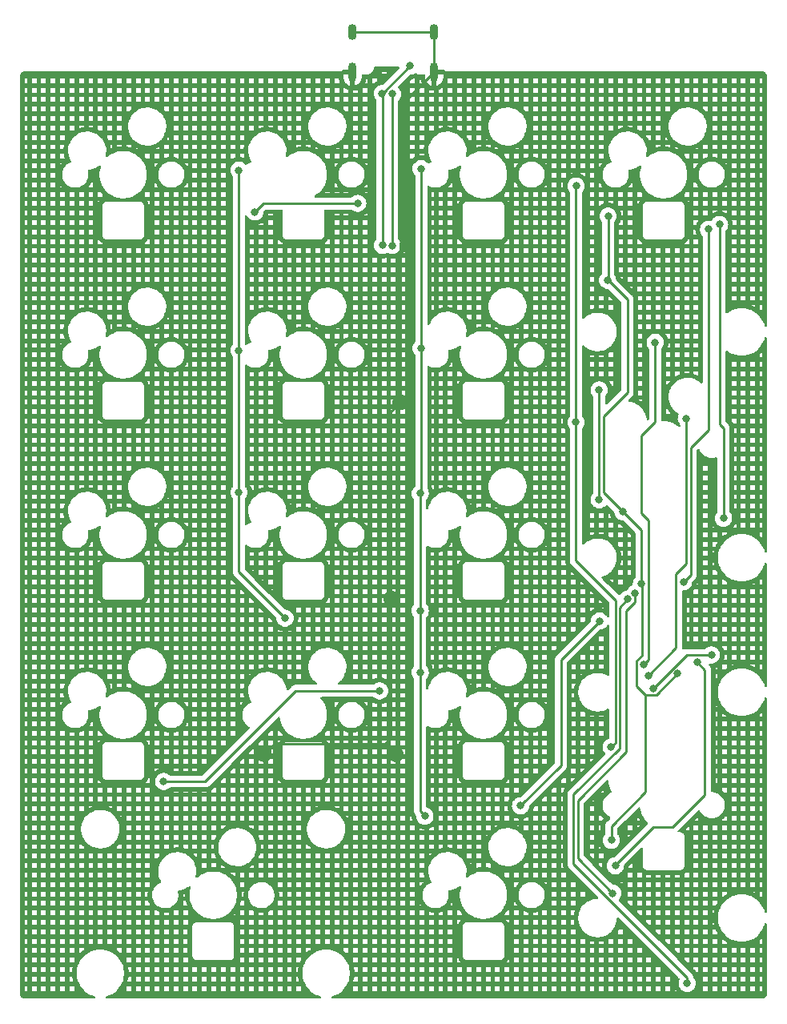
<source format=gtl>
G04 #@! TF.GenerationSoftware,KiCad,Pcbnew,(6.0.1)*
G04 #@! TF.CreationDate,2022-02-22T23:39:04+09:00*
G04 #@! TF.ProjectId,SkeletonNumPad,536b656c-6574-46f6-9e4e-756d5061642e,rev?*
G04 #@! TF.SameCoordinates,Original*
G04 #@! TF.FileFunction,Copper,L1,Top*
G04 #@! TF.FilePolarity,Positive*
%FSLAX46Y46*%
G04 Gerber Fmt 4.6, Leading zero omitted, Abs format (unit mm)*
G04 Created by KiCad (PCBNEW (6.0.1)) date 2022-02-22 23:39:04*
%MOMM*%
%LPD*%
G01*
G04 APERTURE LIST*
G04 #@! TA.AperFunction,ComponentPad*
%ADD10O,0.900000X2.000000*%
G04 #@! TD*
G04 #@! TA.AperFunction,ComponentPad*
%ADD11O,0.900000X1.700000*%
G04 #@! TD*
G04 #@! TA.AperFunction,ViaPad*
%ADD12C,0.800000*%
G04 #@! TD*
G04 #@! TA.AperFunction,Conductor*
%ADD13C,0.250000*%
G04 #@! TD*
G04 APERTURE END LIST*
D10*
X129030000Y-36745000D03*
D11*
X137670000Y-32575000D03*
D10*
X137670000Y-36745000D03*
D11*
X129030000Y-32575000D03*
D12*
X156529100Y-123608700D03*
X158915700Y-91901700D03*
X119667200Y-108900000D03*
X134445700Y-54437600D03*
X133101900Y-92467800D03*
X133618800Y-108943300D03*
X134077900Y-71713800D03*
X158123100Y-92535000D03*
X164416800Y-133145900D03*
X160832100Y-101946200D03*
X166987800Y-98420000D03*
X159573400Y-90919700D03*
X163407000Y-100405800D03*
X156396000Y-118012900D03*
X156002500Y-58800000D03*
X156060200Y-52019200D03*
X157634800Y-83289600D03*
X129574000Y-50670300D03*
X118688600Y-51559800D03*
X167838100Y-52907800D03*
X168255000Y-83954600D03*
X155104200Y-81997600D03*
X155104200Y-70400900D03*
X156827700Y-120712500D03*
X165455600Y-99154100D03*
X132202700Y-55097000D03*
X135119800Y-36138100D03*
X132162800Y-39055200D03*
X133230800Y-39097400D03*
X133230800Y-55116500D03*
X166681700Y-53416000D03*
X164026500Y-90685200D03*
X155154700Y-94831600D03*
X146797400Y-114377000D03*
X159806900Y-99462000D03*
X161030200Y-65362900D03*
X160298000Y-100614900D03*
X164328500Y-73422300D03*
X121892000Y-94531000D03*
X117016300Y-81238500D03*
X117016300Y-47161200D03*
X117016300Y-66211200D03*
X136189800Y-81329500D03*
X136189800Y-100263500D03*
X136282500Y-46997300D03*
X136189800Y-93743500D03*
X136282500Y-65986000D03*
X136676900Y-115451400D03*
X156375800Y-108149300D03*
X152655600Y-73808100D03*
X152664800Y-48835500D03*
X131885600Y-102218400D03*
X109044800Y-111798600D03*
D13*
X157984000Y-93754400D02*
X158915700Y-92822700D01*
X157984000Y-108670100D02*
X157984000Y-93754400D01*
X152849520Y-119929120D02*
X152849520Y-113804580D01*
X156529100Y-123608700D02*
X152849520Y-119929120D01*
X152849520Y-113804580D02*
X157984000Y-108670100D01*
X158915700Y-92822700D02*
X158915700Y-91901700D01*
X164416800Y-132522100D02*
X164416800Y-133145900D01*
X152400000Y-113164800D02*
X152400000Y-120505300D01*
X157263000Y-108301800D02*
X152400000Y-113164800D01*
X157263000Y-93395100D02*
X157263000Y-108301800D01*
X152400000Y-120505300D02*
X164416800Y-132522100D01*
X158123100Y-92535000D02*
X157263000Y-93395100D01*
X155584500Y-81239300D02*
X157634800Y-83289600D01*
X158115000Y-70630700D02*
X155584500Y-73161200D01*
X155584500Y-73161200D02*
X155584500Y-81239300D01*
X158115000Y-60854800D02*
X158115000Y-70630700D01*
X156060200Y-58800000D02*
X158115000Y-60854800D01*
X134445700Y-54437600D02*
X134077900Y-54805400D01*
X133101900Y-92467800D02*
X133101900Y-72689800D01*
X133618800Y-108943300D02*
X132455100Y-107779600D01*
X119667200Y-108900000D02*
X120787600Y-107779600D01*
X137670000Y-32575000D02*
X129030000Y-32575000D01*
X137670000Y-36745000D02*
X137670000Y-32575000D01*
X133101900Y-72689800D02*
X134077900Y-71713800D01*
X133101900Y-107132800D02*
X133101900Y-92467800D01*
X120787600Y-107779600D02*
X132455100Y-107779600D01*
X134077900Y-54805400D02*
X134077900Y-71713800D01*
X134445700Y-39969300D02*
X134445700Y-54437600D01*
X137670000Y-36745000D02*
X134445700Y-39969300D01*
X132455100Y-107779600D02*
X133101900Y-107132800D01*
X164358300Y-98420000D02*
X160832100Y-101946200D01*
X166987800Y-98420000D02*
X164358300Y-98420000D01*
X159662600Y-91008900D02*
X159573400Y-90919700D01*
X159573400Y-85228200D02*
X159573400Y-90919700D01*
X157634800Y-83289600D02*
X159573400Y-85228200D01*
X159979100Y-112919900D02*
X156396100Y-116502900D01*
X159979100Y-102671600D02*
X159979100Y-112919900D01*
X159023500Y-99090100D02*
X159662600Y-98451000D01*
X156396100Y-116502900D02*
X156396100Y-118012900D01*
X159023500Y-101716000D02*
X159023500Y-99090100D01*
X159979100Y-102671600D02*
X159023500Y-101716000D01*
X156002500Y-58800000D02*
X156060200Y-58800000D01*
X159979100Y-102671600D02*
X161141200Y-102671600D01*
X156060200Y-58800000D02*
X156060200Y-52019200D01*
X159662600Y-98451000D02*
X159662600Y-91008900D01*
X161141200Y-102671600D02*
X163407000Y-100405800D01*
X156396100Y-118012900D02*
X156396000Y-118012900D01*
X118688600Y-51559800D02*
X119578100Y-50670300D01*
X167838100Y-74009200D02*
X168255000Y-74426100D01*
X167838100Y-52907800D02*
X167838100Y-74009200D01*
X119578100Y-50670300D02*
X129574000Y-50670300D01*
X168255000Y-74426100D02*
X168255000Y-83954600D01*
X155104200Y-81997600D02*
X155104200Y-70400900D01*
X156827700Y-120608500D02*
X160816900Y-116619300D01*
X160816900Y-116619300D02*
X162885800Y-116619300D01*
X166292500Y-99991000D02*
X165455600Y-99154100D01*
X156827700Y-120712500D02*
X156827700Y-120608500D01*
X166292500Y-113212600D02*
X166292500Y-99991000D01*
X162885800Y-116619300D02*
X166292500Y-113212600D01*
X132202700Y-39055200D02*
X135119800Y-36138100D01*
X132202700Y-39055200D02*
X132162800Y-39055200D01*
X132202700Y-55097000D02*
X132202700Y-39055200D01*
X133230800Y-55116500D02*
X133230800Y-39097400D01*
X166681700Y-53416000D02*
X166681700Y-74608300D01*
X164778800Y-76511200D02*
X164778800Y-89932900D01*
X164778800Y-89932900D02*
X164026500Y-90685200D01*
X166681700Y-74608300D02*
X164778800Y-76511200D01*
X151080500Y-98905800D02*
X151080500Y-110093900D01*
X151080500Y-110093900D02*
X146797400Y-114377000D01*
X155154700Y-94831600D02*
X151080500Y-98905800D01*
X159806900Y-99462000D02*
X160347800Y-98921100D01*
X160347800Y-98921100D02*
X160347800Y-84180200D01*
X161030200Y-73768800D02*
X161030200Y-65362900D01*
X159565600Y-83398000D02*
X159565600Y-75233400D01*
X159565600Y-75233400D02*
X161030200Y-73768800D01*
X160347800Y-84180200D02*
X159565600Y-83398000D01*
X160298000Y-100614900D02*
X163246700Y-97666200D01*
X163246700Y-97666200D02*
X163246700Y-89826900D01*
X164328500Y-88745100D02*
X164328500Y-73422300D01*
X163246700Y-89826900D02*
X164328500Y-88745100D01*
X117016300Y-81238500D02*
X117016300Y-66211200D01*
X117016300Y-81238500D02*
X117016300Y-89655300D01*
X117016300Y-66211200D02*
X117016300Y-47161200D01*
X117016300Y-89655300D02*
X121892000Y-94531000D01*
X136189800Y-114964300D02*
X136676900Y-115451400D01*
X136189800Y-100263500D02*
X136189800Y-114964300D01*
X136282500Y-46997300D02*
X136282500Y-65986000D01*
X136189800Y-93743500D02*
X136189800Y-81329500D01*
X136282500Y-65986000D02*
X136282500Y-81236800D01*
X136282500Y-81236800D02*
X136189800Y-81329500D01*
X136189800Y-93743500D02*
X136189800Y-100263500D01*
X156812600Y-107712500D02*
X156375800Y-108149300D01*
X156812600Y-92628100D02*
X156812600Y-107712500D01*
X152664800Y-48835500D02*
X152655600Y-48844700D01*
X152655600Y-48844700D02*
X152655600Y-73808100D01*
X152655600Y-73808100D02*
X152655600Y-88471100D01*
X152655600Y-88471100D02*
X156812600Y-92628100D01*
X131885600Y-102218400D02*
X123015800Y-102218400D01*
X123015800Y-102218400D02*
X113435600Y-111798600D01*
X113435600Y-111798600D02*
X109044800Y-111798600D01*
G04 #@! TA.AperFunction,Conductor*
G36*
X133930926Y-36215002D02*
G01*
X133977419Y-36268658D01*
X133987523Y-36338932D01*
X133958029Y-36403512D01*
X133951900Y-36410095D01*
X132252200Y-38109795D01*
X132189888Y-38143821D01*
X132163105Y-38146700D01*
X132067313Y-38146700D01*
X132060861Y-38148072D01*
X132060856Y-38148072D01*
X131992086Y-38162690D01*
X131880512Y-38186406D01*
X131874482Y-38189091D01*
X131874481Y-38189091D01*
X131712078Y-38261397D01*
X131712076Y-38261398D01*
X131706048Y-38264082D01*
X131551547Y-38376334D01*
X131547126Y-38381244D01*
X131547125Y-38381245D01*
X131457150Y-38481173D01*
X131423760Y-38518256D01*
X131328273Y-38683644D01*
X131269258Y-38865272D01*
X131268568Y-38871833D01*
X131268568Y-38871835D01*
X131264133Y-38914035D01*
X131249296Y-39055200D01*
X131269258Y-39245128D01*
X131328273Y-39426756D01*
X131331576Y-39432478D01*
X131331577Y-39432479D01*
X131352637Y-39468956D01*
X131423760Y-39592144D01*
X131428178Y-39597051D01*
X131428179Y-39597052D01*
X131536836Y-39717728D01*
X131567554Y-39781735D01*
X131569200Y-39802038D01*
X131569200Y-54394476D01*
X131549198Y-54462597D01*
X131536842Y-54478779D01*
X131463660Y-54560056D01*
X131411466Y-54650459D01*
X131392148Y-54683919D01*
X131368173Y-54725444D01*
X131309158Y-54907072D01*
X131289196Y-55097000D01*
X131289886Y-55103565D01*
X131291936Y-55123065D01*
X131309158Y-55286928D01*
X131368173Y-55468556D01*
X131371476Y-55474278D01*
X131371477Y-55474279D01*
X131405386Y-55533010D01*
X131463660Y-55633944D01*
X131591447Y-55775866D01*
X131745948Y-55888118D01*
X131751976Y-55890802D01*
X131751978Y-55890803D01*
X131914381Y-55963109D01*
X131920412Y-55965794D01*
X131999520Y-55982609D01*
X132100756Y-56004128D01*
X132100761Y-56004128D01*
X132107213Y-56005500D01*
X132298187Y-56005500D01*
X132304639Y-56004128D01*
X132304644Y-56004128D01*
X132405880Y-55982609D01*
X132484988Y-55965794D01*
X132647409Y-55893480D01*
X132717775Y-55884046D01*
X132761953Y-55902230D01*
X132762989Y-55900436D01*
X132768706Y-55903737D01*
X132774048Y-55907618D01*
X132780076Y-55910302D01*
X132780078Y-55910303D01*
X132942481Y-55982609D01*
X132948512Y-55985294D01*
X133037119Y-56004128D01*
X133128856Y-56023628D01*
X133128861Y-56023628D01*
X133135313Y-56025000D01*
X133326287Y-56025000D01*
X133332739Y-56023628D01*
X133332744Y-56023628D01*
X133424481Y-56004128D01*
X133513088Y-55985294D01*
X133519119Y-55982609D01*
X133594607Y-55949000D01*
X134369813Y-55949000D01*
X134607000Y-55949000D01*
X135105000Y-55949000D01*
X135151000Y-55949000D01*
X135151000Y-55447000D01*
X135105000Y-55447000D01*
X135105000Y-55949000D01*
X134607000Y-55949000D01*
X134607000Y-55447000D01*
X134601716Y-55447000D01*
X134599842Y-55453995D01*
X134597968Y-55460319D01*
X134538953Y-55641947D01*
X134536750Y-55648168D01*
X134527522Y-55672206D01*
X134524999Y-55678298D01*
X134514285Y-55702362D01*
X134511445Y-55708316D01*
X134499755Y-55731259D01*
X134496607Y-55737056D01*
X134401120Y-55902444D01*
X134397672Y-55908071D01*
X134383646Y-55929668D01*
X134379910Y-55935103D01*
X134369813Y-55949000D01*
X133594607Y-55949000D01*
X133681522Y-55910303D01*
X133681524Y-55910302D01*
X133687552Y-55907618D01*
X133694674Y-55902444D01*
X133758270Y-55856238D01*
X133842053Y-55795366D01*
X133925794Y-55702362D01*
X133965421Y-55658352D01*
X133965422Y-55658351D01*
X133969840Y-55653444D01*
X134065327Y-55488056D01*
X134124342Y-55306428D01*
X134144304Y-55116500D01*
X134143614Y-55109935D01*
X134125032Y-54933135D01*
X134125032Y-54933133D01*
X134124342Y-54926572D01*
X134065327Y-54744944D01*
X134050765Y-54719721D01*
X133990642Y-54615586D01*
X133969840Y-54579556D01*
X133896663Y-54498285D01*
X133865947Y-54434279D01*
X133864300Y-54413976D01*
X133864300Y-53938511D01*
X135105000Y-53938511D01*
X135112209Y-53949000D01*
X135151000Y-53949000D01*
X135151000Y-53447000D01*
X135105000Y-53447000D01*
X135105000Y-53938511D01*
X133864300Y-53938511D01*
X133864300Y-53611483D01*
X134362300Y-53611483D01*
X134365313Y-53611134D01*
X134534738Y-53612021D01*
X134564774Y-53615815D01*
X134607000Y-53626421D01*
X134607000Y-53447000D01*
X134362300Y-53447000D01*
X134362300Y-53611483D01*
X133864300Y-53611483D01*
X133864300Y-52949000D01*
X134362300Y-52949000D01*
X134607000Y-52949000D01*
X135105000Y-52949000D01*
X135151000Y-52949000D01*
X135151000Y-52447000D01*
X135105000Y-52447000D01*
X135105000Y-52949000D01*
X134607000Y-52949000D01*
X134607000Y-52447000D01*
X134362300Y-52447000D01*
X134362300Y-52949000D01*
X133864300Y-52949000D01*
X133864300Y-51949000D01*
X134362300Y-51949000D01*
X134607000Y-51949000D01*
X135105000Y-51949000D01*
X135151000Y-51949000D01*
X135151000Y-51447000D01*
X135105000Y-51447000D01*
X135105000Y-51949000D01*
X134607000Y-51949000D01*
X134607000Y-51447000D01*
X134362300Y-51447000D01*
X134362300Y-51949000D01*
X133864300Y-51949000D01*
X133864300Y-50949000D01*
X134362300Y-50949000D01*
X134607000Y-50949000D01*
X135105000Y-50949000D01*
X135151000Y-50949000D01*
X135151000Y-50447000D01*
X135105000Y-50447000D01*
X135105000Y-50949000D01*
X134607000Y-50949000D01*
X134607000Y-50447000D01*
X134362300Y-50447000D01*
X134362300Y-50949000D01*
X133864300Y-50949000D01*
X133864300Y-49949000D01*
X134362300Y-49949000D01*
X134607000Y-49949000D01*
X135105000Y-49949000D01*
X135151000Y-49949000D01*
X135151000Y-49447000D01*
X135105000Y-49447000D01*
X135105000Y-49949000D01*
X134607000Y-49949000D01*
X134607000Y-49447000D01*
X134362300Y-49447000D01*
X134362300Y-49949000D01*
X133864300Y-49949000D01*
X133864300Y-48949000D01*
X134362300Y-48949000D01*
X134607000Y-48949000D01*
X135105000Y-48949000D01*
X135151000Y-48949000D01*
X135151000Y-48447000D01*
X135105000Y-48447000D01*
X135105000Y-48949000D01*
X134607000Y-48949000D01*
X134607000Y-48447000D01*
X134362300Y-48447000D01*
X134362300Y-48949000D01*
X133864300Y-48949000D01*
X133864300Y-47949000D01*
X134362300Y-47949000D01*
X134607000Y-47949000D01*
X134607000Y-47447000D01*
X134362300Y-47447000D01*
X134362300Y-47949000D01*
X133864300Y-47949000D01*
X133864300Y-46949000D01*
X134362300Y-46949000D01*
X134607000Y-46949000D01*
X134607000Y-46447000D01*
X134362300Y-46447000D01*
X134362300Y-46949000D01*
X133864300Y-46949000D01*
X133864300Y-45949000D01*
X134362300Y-45949000D01*
X134607000Y-45949000D01*
X135105000Y-45949000D01*
X135338328Y-45949000D01*
X135348265Y-45940052D01*
X135353280Y-45935769D01*
X135373293Y-45919562D01*
X135378529Y-45915544D01*
X135533030Y-45803292D01*
X135538469Y-45799554D01*
X135560062Y-45785532D01*
X135565682Y-45782088D01*
X135588494Y-45768917D01*
X135594292Y-45765769D01*
X135607000Y-45759294D01*
X135607000Y-45598097D01*
X136105000Y-45598097D01*
X136115394Y-45596451D01*
X136121937Y-45595590D01*
X136148134Y-45592837D01*
X136154711Y-45592320D01*
X136180421Y-45590973D01*
X136187013Y-45590800D01*
X136377987Y-45590800D01*
X136384579Y-45590973D01*
X136410289Y-45592320D01*
X136416866Y-45592837D01*
X136443063Y-45595590D01*
X136449606Y-45596451D01*
X136475043Y-45600480D01*
X136481528Y-45601682D01*
X136607000Y-45628352D01*
X136607000Y-45579353D01*
X136583663Y-45447000D01*
X136105000Y-45447000D01*
X136105000Y-45598097D01*
X135607000Y-45598097D01*
X135607000Y-45447000D01*
X135105000Y-45447000D01*
X135105000Y-45949000D01*
X134607000Y-45949000D01*
X134607000Y-45447000D01*
X134362300Y-45447000D01*
X134362300Y-45949000D01*
X133864300Y-45949000D01*
X133864300Y-44949000D01*
X134362300Y-44949000D01*
X134607000Y-44949000D01*
X135105000Y-44949000D01*
X135607000Y-44949000D01*
X136105000Y-44949000D01*
X136558988Y-44949000D01*
X136586911Y-44683323D01*
X136587447Y-44678962D01*
X136589837Y-44661952D01*
X136590526Y-44657600D01*
X136593579Y-44640288D01*
X136594418Y-44635973D01*
X136597987Y-44619183D01*
X136598976Y-44614899D01*
X136607000Y-44582716D01*
X136607000Y-44447000D01*
X136105000Y-44447000D01*
X136105000Y-44949000D01*
X135607000Y-44949000D01*
X135607000Y-44447000D01*
X135105000Y-44447000D01*
X135105000Y-44949000D01*
X134607000Y-44949000D01*
X134607000Y-44447000D01*
X134362300Y-44447000D01*
X134362300Y-44949000D01*
X133864300Y-44949000D01*
X133864300Y-43949000D01*
X134362300Y-43949000D01*
X134607000Y-43949000D01*
X135105000Y-43949000D01*
X135607000Y-43949000D01*
X136105000Y-43949000D01*
X136607000Y-43949000D01*
X136607000Y-43447000D01*
X136105000Y-43447000D01*
X136105000Y-43949000D01*
X135607000Y-43949000D01*
X135607000Y-43447000D01*
X135105000Y-43447000D01*
X135105000Y-43949000D01*
X134607000Y-43949000D01*
X134607000Y-43447000D01*
X134362300Y-43447000D01*
X134362300Y-43949000D01*
X133864300Y-43949000D01*
X133864300Y-42949000D01*
X134362300Y-42949000D01*
X134607000Y-42949000D01*
X135105000Y-42949000D01*
X135607000Y-42949000D01*
X136105000Y-42949000D01*
X136607000Y-42949000D01*
X137105000Y-42949000D01*
X137607000Y-42949000D01*
X137607000Y-42804331D01*
X140105000Y-42804331D01*
X140212792Y-42852323D01*
X140216780Y-42854183D01*
X140232216Y-42861712D01*
X140236134Y-42863709D01*
X140251655Y-42871962D01*
X140255501Y-42874093D01*
X140270367Y-42882676D01*
X140274136Y-42884941D01*
X140376652Y-42949000D01*
X140607000Y-42949000D01*
X141105000Y-42949000D01*
X141607000Y-42949000D01*
X142105000Y-42949000D01*
X142607000Y-42949000D01*
X142607000Y-42474733D01*
X143402822Y-42474733D01*
X143402975Y-42479121D01*
X143402975Y-42479127D01*
X143411759Y-42730654D01*
X143412625Y-42755458D01*
X143413387Y-42759781D01*
X143413388Y-42759788D01*
X143437164Y-42894624D01*
X143461402Y-43032087D01*
X143548203Y-43299235D01*
X143550131Y-43303188D01*
X143550133Y-43303193D01*
X143552121Y-43307269D01*
X143671340Y-43551702D01*
X143673795Y-43555341D01*
X143673798Y-43555347D01*
X143716205Y-43618218D01*
X143828415Y-43784576D01*
X143831360Y-43787847D01*
X143831361Y-43787848D01*
X143858572Y-43818069D01*
X144016371Y-43993322D01*
X144231550Y-44173879D01*
X144469764Y-44322731D01*
X144726375Y-44436982D01*
X144831406Y-44467099D01*
X144970960Y-44507115D01*
X144996390Y-44514407D01*
X145000740Y-44515018D01*
X145000743Y-44515019D01*
X145103690Y-44529487D01*
X145274552Y-44553500D01*
X145485146Y-44553500D01*
X145487332Y-44553347D01*
X145487336Y-44553347D01*
X145690827Y-44539118D01*
X145690832Y-44539117D01*
X145695212Y-44538811D01*
X145969970Y-44480409D01*
X145974099Y-44478906D01*
X145974103Y-44478905D01*
X146229781Y-44385846D01*
X146229785Y-44385844D01*
X146233926Y-44384337D01*
X146481942Y-44252464D01*
X146550876Y-44202381D01*
X146705629Y-44089947D01*
X146705632Y-44089944D01*
X146709192Y-44087358D01*
X146714482Y-44082250D01*
X146841988Y-43959118D01*
X146852466Y-43949000D01*
X147496922Y-43949000D01*
X147607000Y-43949000D01*
X148105000Y-43949000D01*
X148607000Y-43949000D01*
X149105000Y-43949000D01*
X149607000Y-43949000D01*
X150105000Y-43949000D01*
X150607000Y-43949000D01*
X151105000Y-43949000D01*
X151607000Y-43949000D01*
X152105000Y-43949000D01*
X152607000Y-43949000D01*
X153105000Y-43949000D01*
X153607000Y-43949000D01*
X154105000Y-43949000D01*
X154607000Y-43949000D01*
X155105000Y-43949000D01*
X155607000Y-43949000D01*
X155607000Y-43447000D01*
X155105000Y-43447000D01*
X155105000Y-43949000D01*
X154607000Y-43949000D01*
X154607000Y-43447000D01*
X154105000Y-43447000D01*
X154105000Y-43949000D01*
X153607000Y-43949000D01*
X153607000Y-43447000D01*
X153105000Y-43447000D01*
X153105000Y-43949000D01*
X152607000Y-43949000D01*
X152607000Y-43447000D01*
X152105000Y-43447000D01*
X152105000Y-43949000D01*
X151607000Y-43949000D01*
X151607000Y-43447000D01*
X151105000Y-43447000D01*
X151105000Y-43949000D01*
X150607000Y-43949000D01*
X150607000Y-43447000D01*
X150105000Y-43447000D01*
X150105000Y-43949000D01*
X149607000Y-43949000D01*
X149607000Y-43447000D01*
X149105000Y-43447000D01*
X149105000Y-43949000D01*
X148607000Y-43949000D01*
X148607000Y-43447000D01*
X148105000Y-43447000D01*
X148105000Y-43949000D01*
X147607000Y-43949000D01*
X147607000Y-43761344D01*
X147515468Y-43919882D01*
X147513205Y-43923649D01*
X147504110Y-43938205D01*
X147501715Y-43941893D01*
X147496922Y-43949000D01*
X146852466Y-43949000D01*
X146911252Y-43892231D01*
X147084188Y-43670882D01*
X147086384Y-43667078D01*
X147086389Y-43667071D01*
X147222435Y-43431431D01*
X147224636Y-43427619D01*
X147329862Y-43167176D01*
X147330928Y-43162901D01*
X147384260Y-42949000D01*
X148105000Y-42949000D01*
X148607000Y-42949000D01*
X149105000Y-42949000D01*
X149607000Y-42949000D01*
X150105000Y-42949000D01*
X150607000Y-42949000D01*
X151105000Y-42949000D01*
X151607000Y-42949000D01*
X152105000Y-42949000D01*
X152607000Y-42949000D01*
X153105000Y-42949000D01*
X153607000Y-42949000D01*
X154105000Y-42949000D01*
X154607000Y-42949000D01*
X155105000Y-42949000D01*
X155607000Y-42949000D01*
X156105000Y-42949000D01*
X156607000Y-42949000D01*
X156607000Y-42786012D01*
X157105000Y-42786012D01*
X157105730Y-42785702D01*
X157114723Y-42782069D01*
X159105000Y-42782069D01*
X159262792Y-42852323D01*
X159266780Y-42854183D01*
X159282216Y-42861712D01*
X159286134Y-42863709D01*
X159301655Y-42871962D01*
X159305501Y-42874093D01*
X159320367Y-42882676D01*
X159324136Y-42884941D01*
X159426652Y-42949000D01*
X159607000Y-42949000D01*
X160105000Y-42949000D01*
X160607000Y-42949000D01*
X161105000Y-42949000D01*
X161607000Y-42949000D01*
X161607000Y-42474733D01*
X162452822Y-42474733D01*
X162452975Y-42479121D01*
X162452975Y-42479127D01*
X162461759Y-42730654D01*
X162462625Y-42755458D01*
X162463387Y-42759781D01*
X162463388Y-42759788D01*
X162487164Y-42894624D01*
X162511402Y-43032087D01*
X162598203Y-43299235D01*
X162600131Y-43303188D01*
X162600133Y-43303193D01*
X162602121Y-43307269D01*
X162721340Y-43551702D01*
X162723795Y-43555341D01*
X162723798Y-43555347D01*
X162766205Y-43618218D01*
X162878415Y-43784576D01*
X162881360Y-43787847D01*
X162881361Y-43787848D01*
X162908572Y-43818069D01*
X163066371Y-43993322D01*
X163281550Y-44173879D01*
X163519764Y-44322731D01*
X163776375Y-44436982D01*
X163881406Y-44467099D01*
X164020960Y-44507115D01*
X164046390Y-44514407D01*
X164050740Y-44515018D01*
X164050743Y-44515019D01*
X164153690Y-44529487D01*
X164324552Y-44553500D01*
X164535146Y-44553500D01*
X164537332Y-44553347D01*
X164537336Y-44553347D01*
X164740827Y-44539118D01*
X164740832Y-44539117D01*
X164745212Y-44538811D01*
X165019970Y-44480409D01*
X165024099Y-44478906D01*
X165024103Y-44478905D01*
X165279781Y-44385846D01*
X165279785Y-44385844D01*
X165283926Y-44384337D01*
X165531942Y-44252464D01*
X165600876Y-44202381D01*
X165755629Y-44089947D01*
X165755632Y-44089944D01*
X165759192Y-44087358D01*
X165764482Y-44082250D01*
X165891988Y-43959118D01*
X165902466Y-43949000D01*
X167105000Y-43949000D01*
X167607000Y-43949000D01*
X168105000Y-43949000D01*
X168607000Y-43949000D01*
X169105000Y-43949000D01*
X169607000Y-43949000D01*
X170105000Y-43949000D01*
X170607000Y-43949000D01*
X171105000Y-43949000D01*
X171607000Y-43949000D01*
X172105000Y-43949000D01*
X172349000Y-43949000D01*
X172349000Y-43447000D01*
X172105000Y-43447000D01*
X172105000Y-43949000D01*
X171607000Y-43949000D01*
X171607000Y-43447000D01*
X171105000Y-43447000D01*
X171105000Y-43949000D01*
X170607000Y-43949000D01*
X170607000Y-43447000D01*
X170105000Y-43447000D01*
X170105000Y-43949000D01*
X169607000Y-43949000D01*
X169607000Y-43447000D01*
X169105000Y-43447000D01*
X169105000Y-43949000D01*
X168607000Y-43949000D01*
X168607000Y-43447000D01*
X168105000Y-43447000D01*
X168105000Y-43949000D01*
X167607000Y-43949000D01*
X167607000Y-43447000D01*
X167105000Y-43447000D01*
X167105000Y-43949000D01*
X165902466Y-43949000D01*
X165961252Y-43892231D01*
X166134188Y-43670882D01*
X166136384Y-43667078D01*
X166136389Y-43667071D01*
X166272435Y-43431431D01*
X166274636Y-43427619D01*
X166379862Y-43167176D01*
X166380928Y-43162901D01*
X166434260Y-42949000D01*
X167105000Y-42949000D01*
X167607000Y-42949000D01*
X168105000Y-42949000D01*
X168607000Y-42949000D01*
X169105000Y-42949000D01*
X169607000Y-42949000D01*
X170105000Y-42949000D01*
X170607000Y-42949000D01*
X171105000Y-42949000D01*
X171607000Y-42949000D01*
X172105000Y-42949000D01*
X172349000Y-42949000D01*
X172349000Y-42447000D01*
X172105000Y-42447000D01*
X172105000Y-42949000D01*
X171607000Y-42949000D01*
X171607000Y-42447000D01*
X171105000Y-42447000D01*
X171105000Y-42949000D01*
X170607000Y-42949000D01*
X170607000Y-42447000D01*
X170105000Y-42447000D01*
X170105000Y-42949000D01*
X169607000Y-42949000D01*
X169607000Y-42447000D01*
X169105000Y-42447000D01*
X169105000Y-42949000D01*
X168607000Y-42949000D01*
X168607000Y-42447000D01*
X168105000Y-42447000D01*
X168105000Y-42949000D01*
X167607000Y-42949000D01*
X167607000Y-42447000D01*
X167105000Y-42447000D01*
X167105000Y-42949000D01*
X166434260Y-42949000D01*
X166446753Y-42898893D01*
X166446754Y-42898888D01*
X166447817Y-42894624D01*
X166451067Y-42863709D01*
X166476719Y-42619636D01*
X166476719Y-42619633D01*
X166477178Y-42615267D01*
X166476629Y-42599537D01*
X166467529Y-42338939D01*
X166467528Y-42338933D01*
X166467375Y-42334542D01*
X166443608Y-42199749D01*
X166419360Y-42062236D01*
X166418598Y-42057913D01*
X166383210Y-41949000D01*
X167105000Y-41949000D01*
X167607000Y-41949000D01*
X168105000Y-41949000D01*
X168607000Y-41949000D01*
X169105000Y-41949000D01*
X169607000Y-41949000D01*
X170105000Y-41949000D01*
X170607000Y-41949000D01*
X171105000Y-41949000D01*
X171607000Y-41949000D01*
X172105000Y-41949000D01*
X172349000Y-41949000D01*
X172349000Y-41447000D01*
X172105000Y-41447000D01*
X172105000Y-41949000D01*
X171607000Y-41949000D01*
X171607000Y-41447000D01*
X171105000Y-41447000D01*
X171105000Y-41949000D01*
X170607000Y-41949000D01*
X170607000Y-41447000D01*
X170105000Y-41447000D01*
X170105000Y-41949000D01*
X169607000Y-41949000D01*
X169607000Y-41447000D01*
X169105000Y-41447000D01*
X169105000Y-41949000D01*
X168607000Y-41949000D01*
X168607000Y-41447000D01*
X168105000Y-41447000D01*
X168105000Y-41949000D01*
X167607000Y-41949000D01*
X167607000Y-41447000D01*
X167105000Y-41447000D01*
X167105000Y-41949000D01*
X166383210Y-41949000D01*
X166331797Y-41790765D01*
X166208660Y-41538298D01*
X166206205Y-41534659D01*
X166206202Y-41534653D01*
X166125935Y-41415653D01*
X166051585Y-41305424D01*
X165863629Y-41096678D01*
X165648450Y-40916121D01*
X165410236Y-40767269D01*
X165153625Y-40653018D01*
X165140027Y-40649119D01*
X166105000Y-40649119D01*
X166183737Y-40715187D01*
X166187055Y-40718072D01*
X166199814Y-40729560D01*
X166203031Y-40732560D01*
X166215676Y-40744771D01*
X166218787Y-40747882D01*
X166230716Y-40760235D01*
X166233715Y-40763450D01*
X166400785Y-40949000D01*
X166607000Y-40949000D01*
X167105000Y-40949000D01*
X167607000Y-40949000D01*
X168105000Y-40949000D01*
X168607000Y-40949000D01*
X169105000Y-40949000D01*
X169607000Y-40949000D01*
X170105000Y-40949000D01*
X170607000Y-40949000D01*
X171105000Y-40949000D01*
X171607000Y-40949000D01*
X172105000Y-40949000D01*
X172349000Y-40949000D01*
X172349000Y-40447000D01*
X172105000Y-40447000D01*
X172105000Y-40949000D01*
X171607000Y-40949000D01*
X171607000Y-40447000D01*
X171105000Y-40447000D01*
X171105000Y-40949000D01*
X170607000Y-40949000D01*
X170607000Y-40447000D01*
X170105000Y-40447000D01*
X170105000Y-40949000D01*
X169607000Y-40949000D01*
X169607000Y-40447000D01*
X169105000Y-40447000D01*
X169105000Y-40949000D01*
X168607000Y-40949000D01*
X168607000Y-40447000D01*
X168105000Y-40447000D01*
X168105000Y-40949000D01*
X167607000Y-40949000D01*
X167607000Y-40447000D01*
X167105000Y-40447000D01*
X167105000Y-40949000D01*
X166607000Y-40949000D01*
X166607000Y-40447000D01*
X166105000Y-40447000D01*
X166105000Y-40649119D01*
X165140027Y-40649119D01*
X164883610Y-40575593D01*
X164879260Y-40574982D01*
X164879257Y-40574981D01*
X164776310Y-40560513D01*
X164605448Y-40536500D01*
X164394854Y-40536500D01*
X164392668Y-40536653D01*
X164392664Y-40536653D01*
X164189173Y-40550882D01*
X164189168Y-40550883D01*
X164184788Y-40551189D01*
X163910030Y-40609591D01*
X163905901Y-40611094D01*
X163905897Y-40611095D01*
X163650219Y-40704154D01*
X163650215Y-40704156D01*
X163646074Y-40705663D01*
X163398058Y-40837536D01*
X163394499Y-40840122D01*
X163394497Y-40840123D01*
X163289895Y-40916121D01*
X163170808Y-41002642D01*
X162968748Y-41197769D01*
X162795812Y-41419118D01*
X162793616Y-41422922D01*
X162793611Y-41422929D01*
X162679794Y-41620067D01*
X162655364Y-41662381D01*
X162550138Y-41922824D01*
X162549073Y-41927097D01*
X162549072Y-41927099D01*
X162515379Y-42062236D01*
X162482183Y-42195376D01*
X162452822Y-42474733D01*
X161607000Y-42474733D01*
X161607000Y-42447000D01*
X161105000Y-42447000D01*
X161105000Y-42949000D01*
X160607000Y-42949000D01*
X160607000Y-42447000D01*
X160105000Y-42447000D01*
X160105000Y-42949000D01*
X159607000Y-42949000D01*
X159607000Y-42447000D01*
X159105000Y-42447000D01*
X159105000Y-42782069D01*
X157114723Y-42782069D01*
X157121646Y-42779272D01*
X157125749Y-42777697D01*
X157389705Y-42681625D01*
X157393859Y-42680194D01*
X157410178Y-42674891D01*
X157414382Y-42673606D01*
X157431279Y-42668760D01*
X157435530Y-42667621D01*
X157452201Y-42663464D01*
X157456489Y-42662473D01*
X157607000Y-42630481D01*
X157607000Y-42578500D01*
X158105000Y-42578500D01*
X158255448Y-42578500D01*
X158259844Y-42578577D01*
X158277001Y-42579176D01*
X158281393Y-42579406D01*
X158298929Y-42580632D01*
X158303311Y-42581015D01*
X158320390Y-42582810D01*
X158324756Y-42583346D01*
X158602918Y-42622439D01*
X158607000Y-42623086D01*
X158607000Y-42447000D01*
X158105000Y-42447000D01*
X158105000Y-42578500D01*
X157607000Y-42578500D01*
X157607000Y-42447000D01*
X157105000Y-42447000D01*
X157105000Y-42786012D01*
X156607000Y-42786012D01*
X156607000Y-42447000D01*
X156105000Y-42447000D01*
X156105000Y-42949000D01*
X155607000Y-42949000D01*
X155607000Y-42447000D01*
X155105000Y-42447000D01*
X155105000Y-42949000D01*
X154607000Y-42949000D01*
X154607000Y-42447000D01*
X154105000Y-42447000D01*
X154105000Y-42949000D01*
X153607000Y-42949000D01*
X153607000Y-42447000D01*
X153105000Y-42447000D01*
X153105000Y-42949000D01*
X152607000Y-42949000D01*
X152607000Y-42447000D01*
X152105000Y-42447000D01*
X152105000Y-42949000D01*
X151607000Y-42949000D01*
X151607000Y-42447000D01*
X151105000Y-42447000D01*
X151105000Y-42949000D01*
X150607000Y-42949000D01*
X150607000Y-42447000D01*
X150105000Y-42447000D01*
X150105000Y-42949000D01*
X149607000Y-42949000D01*
X149607000Y-42447000D01*
X149105000Y-42447000D01*
X149105000Y-42949000D01*
X148607000Y-42949000D01*
X148607000Y-42447000D01*
X148105000Y-42447000D01*
X148105000Y-42949000D01*
X147384260Y-42949000D01*
X147396753Y-42898893D01*
X147396754Y-42898888D01*
X147397817Y-42894624D01*
X147401067Y-42863709D01*
X147426719Y-42619636D01*
X147426719Y-42619633D01*
X147427178Y-42615267D01*
X147426629Y-42599537D01*
X147417529Y-42338939D01*
X147417528Y-42338933D01*
X147417375Y-42334542D01*
X147393608Y-42199749D01*
X147369360Y-42062236D01*
X147368598Y-42057913D01*
X147333210Y-41949000D01*
X148105000Y-41949000D01*
X148607000Y-41949000D01*
X149105000Y-41949000D01*
X149607000Y-41949000D01*
X150105000Y-41949000D01*
X150607000Y-41949000D01*
X151105000Y-41949000D01*
X151607000Y-41949000D01*
X152105000Y-41949000D01*
X152607000Y-41949000D01*
X153105000Y-41949000D01*
X153607000Y-41949000D01*
X154105000Y-41949000D01*
X154607000Y-41949000D01*
X155105000Y-41949000D01*
X155607000Y-41949000D01*
X156105000Y-41949000D01*
X156607000Y-41949000D01*
X157105000Y-41949000D01*
X157607000Y-41949000D01*
X158105000Y-41949000D01*
X158607000Y-41949000D01*
X159105000Y-41949000D01*
X159607000Y-41949000D01*
X160105000Y-41949000D01*
X160607000Y-41949000D01*
X161105000Y-41949000D01*
X161607000Y-41949000D01*
X161607000Y-41695185D01*
X162105000Y-41695185D01*
X162193627Y-41475826D01*
X162195344Y-41471782D01*
X162202329Y-41456092D01*
X162204190Y-41452100D01*
X162206678Y-41447000D01*
X162105000Y-41447000D01*
X162105000Y-41695185D01*
X161607000Y-41695185D01*
X161607000Y-41447000D01*
X161105000Y-41447000D01*
X161105000Y-41949000D01*
X160607000Y-41949000D01*
X160607000Y-41447000D01*
X160105000Y-41447000D01*
X160105000Y-41949000D01*
X159607000Y-41949000D01*
X159607000Y-41447000D01*
X159105000Y-41447000D01*
X159105000Y-41949000D01*
X158607000Y-41949000D01*
X158607000Y-41447000D01*
X158105000Y-41447000D01*
X158105000Y-41949000D01*
X157607000Y-41949000D01*
X157607000Y-41447000D01*
X157105000Y-41447000D01*
X157105000Y-41949000D01*
X156607000Y-41949000D01*
X156607000Y-41447000D01*
X156105000Y-41447000D01*
X156105000Y-41949000D01*
X155607000Y-41949000D01*
X155607000Y-41447000D01*
X155105000Y-41447000D01*
X155105000Y-41949000D01*
X154607000Y-41949000D01*
X154607000Y-41447000D01*
X154105000Y-41447000D01*
X154105000Y-41949000D01*
X153607000Y-41949000D01*
X153607000Y-41447000D01*
X153105000Y-41447000D01*
X153105000Y-41949000D01*
X152607000Y-41949000D01*
X152607000Y-41447000D01*
X152105000Y-41447000D01*
X152105000Y-41949000D01*
X151607000Y-41949000D01*
X151607000Y-41447000D01*
X151105000Y-41447000D01*
X151105000Y-41949000D01*
X150607000Y-41949000D01*
X150607000Y-41447000D01*
X150105000Y-41447000D01*
X150105000Y-41949000D01*
X149607000Y-41949000D01*
X149607000Y-41447000D01*
X149105000Y-41447000D01*
X149105000Y-41949000D01*
X148607000Y-41949000D01*
X148607000Y-41447000D01*
X148105000Y-41447000D01*
X148105000Y-41949000D01*
X147333210Y-41949000D01*
X147281797Y-41790765D01*
X147158660Y-41538298D01*
X147156205Y-41534659D01*
X147156202Y-41534653D01*
X147075935Y-41415653D01*
X147001585Y-41305424D01*
X146813629Y-41096678D01*
X146598450Y-40916121D01*
X146360236Y-40767269D01*
X146189100Y-40691074D01*
X147105000Y-40691074D01*
X147133737Y-40715187D01*
X147137055Y-40718072D01*
X147149814Y-40729560D01*
X147153031Y-40732560D01*
X147165676Y-40744771D01*
X147168787Y-40747882D01*
X147180716Y-40760235D01*
X147183715Y-40763450D01*
X147350785Y-40949000D01*
X147607000Y-40949000D01*
X148105000Y-40949000D01*
X148607000Y-40949000D01*
X149105000Y-40949000D01*
X149607000Y-40949000D01*
X150105000Y-40949000D01*
X150607000Y-40949000D01*
X151105000Y-40949000D01*
X151607000Y-40949000D01*
X152105000Y-40949000D01*
X152607000Y-40949000D01*
X153105000Y-40949000D01*
X153607000Y-40949000D01*
X154105000Y-40949000D01*
X154607000Y-40949000D01*
X155105000Y-40949000D01*
X155607000Y-40949000D01*
X156105000Y-40949000D01*
X156607000Y-40949000D01*
X157105000Y-40949000D01*
X157607000Y-40949000D01*
X158105000Y-40949000D01*
X158607000Y-40949000D01*
X159105000Y-40949000D01*
X159607000Y-40949000D01*
X160105000Y-40949000D01*
X160607000Y-40949000D01*
X161105000Y-40949000D01*
X161607000Y-40949000D01*
X162105000Y-40949000D01*
X162531137Y-40949000D01*
X162576318Y-40891171D01*
X162579084Y-40887754D01*
X162590122Y-40874599D01*
X162593009Y-40871278D01*
X162604772Y-40858214D01*
X162607000Y-40855825D01*
X162607000Y-40447000D01*
X162105000Y-40447000D01*
X162105000Y-40949000D01*
X161607000Y-40949000D01*
X161607000Y-40447000D01*
X161105000Y-40447000D01*
X161105000Y-40949000D01*
X160607000Y-40949000D01*
X160607000Y-40447000D01*
X160105000Y-40447000D01*
X160105000Y-40949000D01*
X159607000Y-40949000D01*
X159607000Y-40447000D01*
X159105000Y-40447000D01*
X159105000Y-40949000D01*
X158607000Y-40949000D01*
X158607000Y-40447000D01*
X158105000Y-40447000D01*
X158105000Y-40949000D01*
X157607000Y-40949000D01*
X157607000Y-40447000D01*
X157105000Y-40447000D01*
X157105000Y-40949000D01*
X156607000Y-40949000D01*
X156607000Y-40447000D01*
X156105000Y-40447000D01*
X156105000Y-40949000D01*
X155607000Y-40949000D01*
X155607000Y-40447000D01*
X155105000Y-40447000D01*
X155105000Y-40949000D01*
X154607000Y-40949000D01*
X154607000Y-40447000D01*
X154105000Y-40447000D01*
X154105000Y-40949000D01*
X153607000Y-40949000D01*
X153607000Y-40447000D01*
X153105000Y-40447000D01*
X153105000Y-40949000D01*
X152607000Y-40949000D01*
X152607000Y-40447000D01*
X152105000Y-40447000D01*
X152105000Y-40949000D01*
X151607000Y-40949000D01*
X151607000Y-40447000D01*
X151105000Y-40447000D01*
X151105000Y-40949000D01*
X150607000Y-40949000D01*
X150607000Y-40447000D01*
X150105000Y-40447000D01*
X150105000Y-40949000D01*
X149607000Y-40949000D01*
X149607000Y-40447000D01*
X149105000Y-40447000D01*
X149105000Y-40949000D01*
X148607000Y-40949000D01*
X148607000Y-40447000D01*
X148105000Y-40447000D01*
X148105000Y-40949000D01*
X147607000Y-40949000D01*
X147607000Y-40447000D01*
X147105000Y-40447000D01*
X147105000Y-40691074D01*
X146189100Y-40691074D01*
X146103625Y-40653018D01*
X145833610Y-40575593D01*
X145829260Y-40574982D01*
X145829257Y-40574981D01*
X145726310Y-40560513D01*
X145555448Y-40536500D01*
X145344854Y-40536500D01*
X145342668Y-40536653D01*
X145342664Y-40536653D01*
X145139173Y-40550882D01*
X145139168Y-40550883D01*
X145134788Y-40551189D01*
X144860030Y-40609591D01*
X144855901Y-40611094D01*
X144855897Y-40611095D01*
X144600219Y-40704154D01*
X144600215Y-40704156D01*
X144596074Y-40705663D01*
X144348058Y-40837536D01*
X144344499Y-40840122D01*
X144344497Y-40840123D01*
X144239895Y-40916121D01*
X144120808Y-41002642D01*
X143918748Y-41197769D01*
X143745812Y-41419118D01*
X143743616Y-41422922D01*
X143743611Y-41422929D01*
X143629794Y-41620067D01*
X143605364Y-41662381D01*
X143500138Y-41922824D01*
X143499073Y-41927097D01*
X143499072Y-41927099D01*
X143465379Y-42062236D01*
X143432183Y-42195376D01*
X143402822Y-42474733D01*
X142607000Y-42474733D01*
X142607000Y-42447000D01*
X142105000Y-42447000D01*
X142105000Y-42949000D01*
X141607000Y-42949000D01*
X141607000Y-42447000D01*
X141105000Y-42447000D01*
X141105000Y-42949000D01*
X140607000Y-42949000D01*
X140607000Y-42447000D01*
X140105000Y-42447000D01*
X140105000Y-42804331D01*
X137607000Y-42804331D01*
X137607000Y-42767051D01*
X138105000Y-42767051D01*
X138339705Y-42681625D01*
X138343859Y-42680194D01*
X138360178Y-42674891D01*
X138364382Y-42673606D01*
X138381279Y-42668760D01*
X138385530Y-42667621D01*
X138402201Y-42663464D01*
X138406489Y-42662473D01*
X138607000Y-42619853D01*
X138607000Y-42578500D01*
X139105000Y-42578500D01*
X139205448Y-42578500D01*
X139209844Y-42578577D01*
X139227001Y-42579176D01*
X139231393Y-42579406D01*
X139248929Y-42580632D01*
X139253311Y-42581015D01*
X139270390Y-42582810D01*
X139274756Y-42583346D01*
X139552918Y-42622439D01*
X139557266Y-42623128D01*
X139574180Y-42626111D01*
X139578495Y-42626950D01*
X139595689Y-42630605D01*
X139599967Y-42631592D01*
X139607000Y-42633345D01*
X139607000Y-42447000D01*
X139105000Y-42447000D01*
X139105000Y-42578500D01*
X138607000Y-42578500D01*
X138607000Y-42447000D01*
X138105000Y-42447000D01*
X138105000Y-42767051D01*
X137607000Y-42767051D01*
X137607000Y-42447000D01*
X137105000Y-42447000D01*
X137105000Y-42949000D01*
X136607000Y-42949000D01*
X136607000Y-42447000D01*
X136105000Y-42447000D01*
X136105000Y-42949000D01*
X135607000Y-42949000D01*
X135607000Y-42447000D01*
X135105000Y-42447000D01*
X135105000Y-42949000D01*
X134607000Y-42949000D01*
X134607000Y-42447000D01*
X134362300Y-42447000D01*
X134362300Y-42949000D01*
X133864300Y-42949000D01*
X133864300Y-41949000D01*
X134362300Y-41949000D01*
X134607000Y-41949000D01*
X135105000Y-41949000D01*
X135607000Y-41949000D01*
X136105000Y-41949000D01*
X136607000Y-41949000D01*
X137105000Y-41949000D01*
X137607000Y-41949000D01*
X138105000Y-41949000D01*
X138607000Y-41949000D01*
X139105000Y-41949000D01*
X139607000Y-41949000D01*
X140105000Y-41949000D01*
X140607000Y-41949000D01*
X141105000Y-41949000D01*
X141607000Y-41949000D01*
X142105000Y-41949000D01*
X142607000Y-41949000D01*
X142607000Y-41447000D01*
X142105000Y-41447000D01*
X142105000Y-41949000D01*
X141607000Y-41949000D01*
X141607000Y-41447000D01*
X141105000Y-41447000D01*
X141105000Y-41949000D01*
X140607000Y-41949000D01*
X140607000Y-41447000D01*
X140105000Y-41447000D01*
X140105000Y-41949000D01*
X139607000Y-41949000D01*
X139607000Y-41447000D01*
X139105000Y-41447000D01*
X139105000Y-41949000D01*
X138607000Y-41949000D01*
X138607000Y-41447000D01*
X138105000Y-41447000D01*
X138105000Y-41949000D01*
X137607000Y-41949000D01*
X137607000Y-41447000D01*
X137105000Y-41447000D01*
X137105000Y-41949000D01*
X136607000Y-41949000D01*
X136607000Y-41447000D01*
X136105000Y-41447000D01*
X136105000Y-41949000D01*
X135607000Y-41949000D01*
X135607000Y-41447000D01*
X135105000Y-41447000D01*
X135105000Y-41949000D01*
X134607000Y-41949000D01*
X134607000Y-41447000D01*
X134362300Y-41447000D01*
X134362300Y-41949000D01*
X133864300Y-41949000D01*
X133864300Y-40949000D01*
X134362300Y-40949000D01*
X134607000Y-40949000D01*
X135105000Y-40949000D01*
X135607000Y-40949000D01*
X136105000Y-40949000D01*
X136607000Y-40949000D01*
X137105000Y-40949000D01*
X137607000Y-40949000D01*
X138105000Y-40949000D01*
X138607000Y-40949000D01*
X139105000Y-40949000D01*
X139607000Y-40949000D01*
X140105000Y-40949000D01*
X140607000Y-40949000D01*
X141105000Y-40949000D01*
X141607000Y-40949000D01*
X142105000Y-40949000D01*
X142607000Y-40949000D01*
X143105000Y-40949000D01*
X143481137Y-40949000D01*
X143526318Y-40891171D01*
X143529084Y-40887754D01*
X143540122Y-40874599D01*
X143543009Y-40871278D01*
X143554772Y-40858214D01*
X143557770Y-40854999D01*
X143569697Y-40842648D01*
X143572808Y-40839537D01*
X143607000Y-40806518D01*
X143607000Y-40447000D01*
X143105000Y-40447000D01*
X143105000Y-40949000D01*
X142607000Y-40949000D01*
X142607000Y-40447000D01*
X142105000Y-40447000D01*
X142105000Y-40949000D01*
X141607000Y-40949000D01*
X141607000Y-40447000D01*
X141105000Y-40447000D01*
X141105000Y-40949000D01*
X140607000Y-40949000D01*
X140607000Y-40447000D01*
X140105000Y-40447000D01*
X140105000Y-40949000D01*
X139607000Y-40949000D01*
X139607000Y-40447000D01*
X139105000Y-40447000D01*
X139105000Y-40949000D01*
X138607000Y-40949000D01*
X138607000Y-40447000D01*
X138105000Y-40447000D01*
X138105000Y-40949000D01*
X137607000Y-40949000D01*
X137607000Y-40447000D01*
X137105000Y-40447000D01*
X137105000Y-40949000D01*
X136607000Y-40949000D01*
X136607000Y-40447000D01*
X136105000Y-40447000D01*
X136105000Y-40949000D01*
X135607000Y-40949000D01*
X135607000Y-40447000D01*
X135105000Y-40447000D01*
X135105000Y-40949000D01*
X134607000Y-40949000D01*
X134607000Y-40447000D01*
X134362300Y-40447000D01*
X134362300Y-40949000D01*
X133864300Y-40949000D01*
X133864300Y-39949000D01*
X134362300Y-39949000D01*
X134607000Y-39949000D01*
X135105000Y-39949000D01*
X135607000Y-39949000D01*
X136105000Y-39949000D01*
X136607000Y-39949000D01*
X137105000Y-39949000D01*
X137607000Y-39949000D01*
X138105000Y-39949000D01*
X138607000Y-39949000D01*
X139105000Y-39949000D01*
X139607000Y-39949000D01*
X140105000Y-39949000D01*
X140607000Y-39949000D01*
X141105000Y-39949000D01*
X141607000Y-39949000D01*
X142105000Y-39949000D01*
X142607000Y-39949000D01*
X143105000Y-39949000D01*
X143607000Y-39949000D01*
X144105000Y-39949000D01*
X144607000Y-39949000D01*
X145105000Y-39949000D01*
X145607000Y-39949000D01*
X146105000Y-39949000D01*
X146607000Y-39949000D01*
X147105000Y-39949000D01*
X147607000Y-39949000D01*
X148105000Y-39949000D01*
X148607000Y-39949000D01*
X149105000Y-39949000D01*
X149607000Y-39949000D01*
X150105000Y-39949000D01*
X150607000Y-39949000D01*
X151105000Y-39949000D01*
X151607000Y-39949000D01*
X152105000Y-39949000D01*
X152607000Y-39949000D01*
X153105000Y-39949000D01*
X153607000Y-39949000D01*
X154105000Y-39949000D01*
X154607000Y-39949000D01*
X155105000Y-39949000D01*
X155607000Y-39949000D01*
X156105000Y-39949000D01*
X156607000Y-39949000D01*
X157105000Y-39949000D01*
X157607000Y-39949000D01*
X158105000Y-39949000D01*
X158607000Y-39949000D01*
X159105000Y-39949000D01*
X159607000Y-39949000D01*
X160105000Y-39949000D01*
X160607000Y-39949000D01*
X161105000Y-39949000D01*
X161607000Y-39949000D01*
X162105000Y-39949000D01*
X162607000Y-39949000D01*
X163105000Y-39949000D01*
X163607000Y-39949000D01*
X164105000Y-39949000D01*
X164607000Y-39949000D01*
X165105000Y-39949000D01*
X165607000Y-39949000D01*
X166105000Y-39949000D01*
X166607000Y-39949000D01*
X167105000Y-39949000D01*
X167607000Y-39949000D01*
X168105000Y-39949000D01*
X168607000Y-39949000D01*
X169105000Y-39949000D01*
X169607000Y-39949000D01*
X170105000Y-39949000D01*
X170607000Y-39949000D01*
X171105000Y-39949000D01*
X171607000Y-39949000D01*
X172105000Y-39949000D01*
X172349000Y-39949000D01*
X172349000Y-39447000D01*
X172105000Y-39447000D01*
X172105000Y-39949000D01*
X171607000Y-39949000D01*
X171607000Y-39447000D01*
X171105000Y-39447000D01*
X171105000Y-39949000D01*
X170607000Y-39949000D01*
X170607000Y-39447000D01*
X170105000Y-39447000D01*
X170105000Y-39949000D01*
X169607000Y-39949000D01*
X169607000Y-39447000D01*
X169105000Y-39447000D01*
X169105000Y-39949000D01*
X168607000Y-39949000D01*
X168607000Y-39447000D01*
X168105000Y-39447000D01*
X168105000Y-39949000D01*
X167607000Y-39949000D01*
X167607000Y-39447000D01*
X167105000Y-39447000D01*
X167105000Y-39949000D01*
X166607000Y-39949000D01*
X166607000Y-39447000D01*
X166105000Y-39447000D01*
X166105000Y-39949000D01*
X165607000Y-39949000D01*
X165607000Y-39447000D01*
X165105000Y-39447000D01*
X165105000Y-39949000D01*
X164607000Y-39949000D01*
X164607000Y-39447000D01*
X164105000Y-39447000D01*
X164105000Y-39949000D01*
X163607000Y-39949000D01*
X163607000Y-39447000D01*
X163105000Y-39447000D01*
X163105000Y-39949000D01*
X162607000Y-39949000D01*
X162607000Y-39447000D01*
X162105000Y-39447000D01*
X162105000Y-39949000D01*
X161607000Y-39949000D01*
X161607000Y-39447000D01*
X161105000Y-39447000D01*
X161105000Y-39949000D01*
X160607000Y-39949000D01*
X160607000Y-39447000D01*
X160105000Y-39447000D01*
X160105000Y-39949000D01*
X159607000Y-39949000D01*
X159607000Y-39447000D01*
X159105000Y-39447000D01*
X159105000Y-39949000D01*
X158607000Y-39949000D01*
X158607000Y-39447000D01*
X158105000Y-39447000D01*
X158105000Y-39949000D01*
X157607000Y-39949000D01*
X157607000Y-39447000D01*
X157105000Y-39447000D01*
X157105000Y-39949000D01*
X156607000Y-39949000D01*
X156607000Y-39447000D01*
X156105000Y-39447000D01*
X156105000Y-39949000D01*
X155607000Y-39949000D01*
X155607000Y-39447000D01*
X155105000Y-39447000D01*
X155105000Y-39949000D01*
X154607000Y-39949000D01*
X154607000Y-39447000D01*
X154105000Y-39447000D01*
X154105000Y-39949000D01*
X153607000Y-39949000D01*
X153607000Y-39447000D01*
X153105000Y-39447000D01*
X153105000Y-39949000D01*
X152607000Y-39949000D01*
X152607000Y-39447000D01*
X152105000Y-39447000D01*
X152105000Y-39949000D01*
X151607000Y-39949000D01*
X151607000Y-39447000D01*
X151105000Y-39447000D01*
X151105000Y-39949000D01*
X150607000Y-39949000D01*
X150607000Y-39447000D01*
X150105000Y-39447000D01*
X150105000Y-39949000D01*
X149607000Y-39949000D01*
X149607000Y-39447000D01*
X149105000Y-39447000D01*
X149105000Y-39949000D01*
X148607000Y-39949000D01*
X148607000Y-39447000D01*
X148105000Y-39447000D01*
X148105000Y-39949000D01*
X147607000Y-39949000D01*
X147607000Y-39447000D01*
X147105000Y-39447000D01*
X147105000Y-39949000D01*
X146607000Y-39949000D01*
X146607000Y-39447000D01*
X146105000Y-39447000D01*
X146105000Y-39949000D01*
X145607000Y-39949000D01*
X145607000Y-39447000D01*
X145105000Y-39447000D01*
X145105000Y-39949000D01*
X144607000Y-39949000D01*
X144607000Y-39447000D01*
X144105000Y-39447000D01*
X144105000Y-39949000D01*
X143607000Y-39949000D01*
X143607000Y-39447000D01*
X143105000Y-39447000D01*
X143105000Y-39949000D01*
X142607000Y-39949000D01*
X142607000Y-39447000D01*
X142105000Y-39447000D01*
X142105000Y-39949000D01*
X141607000Y-39949000D01*
X141607000Y-39447000D01*
X141105000Y-39447000D01*
X141105000Y-39949000D01*
X140607000Y-39949000D01*
X140607000Y-39447000D01*
X140105000Y-39447000D01*
X140105000Y-39949000D01*
X139607000Y-39949000D01*
X139607000Y-39447000D01*
X139105000Y-39447000D01*
X139105000Y-39949000D01*
X138607000Y-39949000D01*
X138607000Y-39447000D01*
X138105000Y-39447000D01*
X138105000Y-39949000D01*
X137607000Y-39949000D01*
X137607000Y-39447000D01*
X137105000Y-39447000D01*
X137105000Y-39949000D01*
X136607000Y-39949000D01*
X136607000Y-39447000D01*
X136105000Y-39447000D01*
X136105000Y-39949000D01*
X135607000Y-39949000D01*
X135607000Y-39447000D01*
X135105000Y-39447000D01*
X135105000Y-39949000D01*
X134607000Y-39949000D01*
X134607000Y-39447000D01*
X134596090Y-39447000D01*
X134538953Y-39622847D01*
X134536750Y-39629068D01*
X134527522Y-39653106D01*
X134524999Y-39659198D01*
X134514285Y-39683262D01*
X134511445Y-39689216D01*
X134499755Y-39712159D01*
X134496607Y-39717956D01*
X134401120Y-39883344D01*
X134397672Y-39888971D01*
X134383646Y-39910568D01*
X134379910Y-39916003D01*
X134364427Y-39937313D01*
X134362300Y-39940085D01*
X134362300Y-39949000D01*
X133864300Y-39949000D01*
X133864300Y-39799924D01*
X133884302Y-39731803D01*
X133896658Y-39715621D01*
X133969840Y-39634344D01*
X134065327Y-39468956D01*
X134124342Y-39287328D01*
X134128778Y-39245128D01*
X134143614Y-39103965D01*
X134144304Y-39097400D01*
X134128707Y-38949000D01*
X135105000Y-38949000D01*
X135607000Y-38949000D01*
X136105000Y-38949000D01*
X136607000Y-38949000D01*
X136607000Y-38639720D01*
X137105000Y-38639720D01*
X137105000Y-38949000D01*
X137607000Y-38949000D01*
X138105000Y-38949000D01*
X138607000Y-38949000D01*
X139105000Y-38949000D01*
X139607000Y-38949000D01*
X140105000Y-38949000D01*
X140607000Y-38949000D01*
X141105000Y-38949000D01*
X141607000Y-38949000D01*
X142105000Y-38949000D01*
X142607000Y-38949000D01*
X143105000Y-38949000D01*
X143607000Y-38949000D01*
X144105000Y-38949000D01*
X144607000Y-38949000D01*
X145105000Y-38949000D01*
X145607000Y-38949000D01*
X146105000Y-38949000D01*
X146607000Y-38949000D01*
X147105000Y-38949000D01*
X147607000Y-38949000D01*
X148105000Y-38949000D01*
X148607000Y-38949000D01*
X149105000Y-38949000D01*
X149607000Y-38949000D01*
X150105000Y-38949000D01*
X150607000Y-38949000D01*
X151105000Y-38949000D01*
X151607000Y-38949000D01*
X152105000Y-38949000D01*
X152607000Y-38949000D01*
X153105000Y-38949000D01*
X153607000Y-38949000D01*
X154105000Y-38949000D01*
X154607000Y-38949000D01*
X155105000Y-38949000D01*
X155607000Y-38949000D01*
X156105000Y-38949000D01*
X156607000Y-38949000D01*
X157105000Y-38949000D01*
X157607000Y-38949000D01*
X158105000Y-38949000D01*
X158607000Y-38949000D01*
X159105000Y-38949000D01*
X159607000Y-38949000D01*
X160105000Y-38949000D01*
X160607000Y-38949000D01*
X161105000Y-38949000D01*
X161607000Y-38949000D01*
X162105000Y-38949000D01*
X162607000Y-38949000D01*
X163105000Y-38949000D01*
X163607000Y-38949000D01*
X164105000Y-38949000D01*
X164607000Y-38949000D01*
X165105000Y-38949000D01*
X165607000Y-38949000D01*
X166105000Y-38949000D01*
X166607000Y-38949000D01*
X167105000Y-38949000D01*
X167607000Y-38949000D01*
X168105000Y-38949000D01*
X168607000Y-38949000D01*
X169105000Y-38949000D01*
X169607000Y-38949000D01*
X170105000Y-38949000D01*
X170607000Y-38949000D01*
X171105000Y-38949000D01*
X171607000Y-38949000D01*
X172105000Y-38949000D01*
X172349000Y-38949000D01*
X172349000Y-38447000D01*
X172105000Y-38447000D01*
X172105000Y-38949000D01*
X171607000Y-38949000D01*
X171607000Y-38447000D01*
X171105000Y-38447000D01*
X171105000Y-38949000D01*
X170607000Y-38949000D01*
X170607000Y-38447000D01*
X170105000Y-38447000D01*
X170105000Y-38949000D01*
X169607000Y-38949000D01*
X169607000Y-38447000D01*
X169105000Y-38447000D01*
X169105000Y-38949000D01*
X168607000Y-38949000D01*
X168607000Y-38447000D01*
X168105000Y-38447000D01*
X168105000Y-38949000D01*
X167607000Y-38949000D01*
X167607000Y-38447000D01*
X167105000Y-38447000D01*
X167105000Y-38949000D01*
X166607000Y-38949000D01*
X166607000Y-38447000D01*
X166105000Y-38447000D01*
X166105000Y-38949000D01*
X165607000Y-38949000D01*
X165607000Y-38447000D01*
X165105000Y-38447000D01*
X165105000Y-38949000D01*
X164607000Y-38949000D01*
X164607000Y-38447000D01*
X164105000Y-38447000D01*
X164105000Y-38949000D01*
X163607000Y-38949000D01*
X163607000Y-38447000D01*
X163105000Y-38447000D01*
X163105000Y-38949000D01*
X162607000Y-38949000D01*
X162607000Y-38447000D01*
X162105000Y-38447000D01*
X162105000Y-38949000D01*
X161607000Y-38949000D01*
X161607000Y-38447000D01*
X161105000Y-38447000D01*
X161105000Y-38949000D01*
X160607000Y-38949000D01*
X160607000Y-38447000D01*
X160105000Y-38447000D01*
X160105000Y-38949000D01*
X159607000Y-38949000D01*
X159607000Y-38447000D01*
X159105000Y-38447000D01*
X159105000Y-38949000D01*
X158607000Y-38949000D01*
X158607000Y-38447000D01*
X158105000Y-38447000D01*
X158105000Y-38949000D01*
X157607000Y-38949000D01*
X157607000Y-38447000D01*
X157105000Y-38447000D01*
X157105000Y-38949000D01*
X156607000Y-38949000D01*
X156607000Y-38447000D01*
X156105000Y-38447000D01*
X156105000Y-38949000D01*
X155607000Y-38949000D01*
X155607000Y-38447000D01*
X155105000Y-38447000D01*
X155105000Y-38949000D01*
X154607000Y-38949000D01*
X154607000Y-38447000D01*
X154105000Y-38447000D01*
X154105000Y-38949000D01*
X153607000Y-38949000D01*
X153607000Y-38447000D01*
X153105000Y-38447000D01*
X153105000Y-38949000D01*
X152607000Y-38949000D01*
X152607000Y-38447000D01*
X152105000Y-38447000D01*
X152105000Y-38949000D01*
X151607000Y-38949000D01*
X151607000Y-38447000D01*
X151105000Y-38447000D01*
X151105000Y-38949000D01*
X150607000Y-38949000D01*
X150607000Y-38447000D01*
X150105000Y-38447000D01*
X150105000Y-38949000D01*
X149607000Y-38949000D01*
X149607000Y-38447000D01*
X149105000Y-38447000D01*
X149105000Y-38949000D01*
X148607000Y-38949000D01*
X148607000Y-38447000D01*
X148105000Y-38447000D01*
X148105000Y-38949000D01*
X147607000Y-38949000D01*
X147607000Y-38447000D01*
X147105000Y-38447000D01*
X147105000Y-38949000D01*
X146607000Y-38949000D01*
X146607000Y-38447000D01*
X146105000Y-38447000D01*
X146105000Y-38949000D01*
X145607000Y-38949000D01*
X145607000Y-38447000D01*
X145105000Y-38447000D01*
X145105000Y-38949000D01*
X144607000Y-38949000D01*
X144607000Y-38447000D01*
X144105000Y-38447000D01*
X144105000Y-38949000D01*
X143607000Y-38949000D01*
X143607000Y-38447000D01*
X143105000Y-38447000D01*
X143105000Y-38949000D01*
X142607000Y-38949000D01*
X142607000Y-38447000D01*
X142105000Y-38447000D01*
X142105000Y-38949000D01*
X141607000Y-38949000D01*
X141607000Y-38447000D01*
X141105000Y-38447000D01*
X141105000Y-38949000D01*
X140607000Y-38949000D01*
X140607000Y-38447000D01*
X140105000Y-38447000D01*
X140105000Y-38949000D01*
X139607000Y-38949000D01*
X139607000Y-38447000D01*
X139105000Y-38447000D01*
X139105000Y-38949000D01*
X138607000Y-38949000D01*
X138607000Y-38447000D01*
X138567455Y-38447000D01*
X138550908Y-38459743D01*
X138545761Y-38463504D01*
X138525295Y-38477676D01*
X138519960Y-38481173D01*
X138354552Y-38583731D01*
X138349049Y-38586953D01*
X138327255Y-38598984D01*
X138321595Y-38601924D01*
X138298705Y-38613088D01*
X138292903Y-38615739D01*
X138270008Y-38625504D01*
X138264083Y-38627855D01*
X138105000Y-38686386D01*
X138105000Y-38949000D01*
X137607000Y-38949000D01*
X137607000Y-38676937D01*
X137584660Y-38685599D01*
X137491140Y-38707212D01*
X137466644Y-38710388D01*
X137395681Y-38712572D01*
X137377718Y-38711842D01*
X137308140Y-38704014D01*
X137290465Y-38700735D01*
X137208811Y-38679465D01*
X137202685Y-38677703D01*
X137178951Y-38670220D01*
X137172921Y-38668149D01*
X137149053Y-38659273D01*
X137143133Y-38656900D01*
X137120268Y-38647053D01*
X137114476Y-38644383D01*
X137105000Y-38639720D01*
X136607000Y-38639720D01*
X136607000Y-38447000D01*
X136105000Y-38447000D01*
X136105000Y-38949000D01*
X135607000Y-38949000D01*
X135607000Y-38447000D01*
X135105000Y-38447000D01*
X135105000Y-38949000D01*
X134128707Y-38949000D01*
X134124342Y-38907472D01*
X134065327Y-38725844D01*
X134057665Y-38712572D01*
X134015603Y-38639720D01*
X133969840Y-38560456D01*
X133871465Y-38451200D01*
X133869449Y-38447000D01*
X134479377Y-38447000D01*
X134496607Y-38476844D01*
X134499755Y-38482641D01*
X134511445Y-38505584D01*
X134514285Y-38511538D01*
X134524999Y-38535602D01*
X134527522Y-38541694D01*
X134536750Y-38565732D01*
X134538953Y-38571953D01*
X134597968Y-38753581D01*
X134599842Y-38759905D01*
X134606506Y-38784775D01*
X134607000Y-38786834D01*
X134607000Y-38447000D01*
X134479377Y-38447000D01*
X133869449Y-38447000D01*
X133840749Y-38387193D01*
X133849514Y-38316740D01*
X133876008Y-38277796D01*
X134204804Y-37949000D01*
X135105000Y-37949000D01*
X135607000Y-37949000D01*
X135607000Y-37564874D01*
X136105000Y-37564874D01*
X136105000Y-37949000D01*
X136367782Y-37949000D01*
X136349367Y-37915779D01*
X136346417Y-37910125D01*
X136335465Y-37887769D01*
X136332805Y-37881973D01*
X136322773Y-37858566D01*
X136320411Y-37852643D01*
X136311776Y-37829299D01*
X136309716Y-37823265D01*
X136251516Y-37637548D01*
X136249764Y-37631419D01*
X136243532Y-37607323D01*
X136242092Y-37601110D01*
X136236971Y-37576164D01*
X136236136Y-37571500D01*
X136188769Y-37571500D01*
X136184808Y-37571438D01*
X136169355Y-37570952D01*
X136165401Y-37570765D01*
X136149609Y-37569771D01*
X136145664Y-37569461D01*
X136130285Y-37568007D01*
X136126353Y-37567572D01*
X136105000Y-37564874D01*
X135607000Y-37564874D01*
X135607000Y-37460790D01*
X135604642Y-37461840D01*
X135598551Y-37464363D01*
X135574513Y-37473591D01*
X135568293Y-37475794D01*
X135543241Y-37483934D01*
X135536913Y-37485808D01*
X135512041Y-37492472D01*
X135505629Y-37494012D01*
X135325856Y-37532224D01*
X135105000Y-37753080D01*
X135105000Y-37949000D01*
X134204804Y-37949000D01*
X135070299Y-37083505D01*
X135132611Y-37049479D01*
X135159394Y-37046600D01*
X135215287Y-37046600D01*
X135221739Y-37045228D01*
X135221744Y-37045228D01*
X135308687Y-37026747D01*
X135402088Y-37006894D01*
X135408119Y-37004209D01*
X135570522Y-36931903D01*
X135570524Y-36931902D01*
X135576552Y-36929218D01*
X135601485Y-36911103D01*
X135668353Y-36887244D01*
X135737504Y-36903323D01*
X135743798Y-36907125D01*
X135878238Y-36993765D01*
X135884858Y-36996174D01*
X135884861Y-36996176D01*
X136023400Y-37046600D01*
X136048685Y-37055803D01*
X136188769Y-37073500D01*
X136285610Y-37073500D01*
X136420255Y-37058397D01*
X136544564Y-37015108D01*
X136615472Y-37011594D01*
X136677025Y-37046975D01*
X136709677Y-37110017D01*
X136712000Y-37134099D01*
X136712000Y-37340447D01*
X136712323Y-37346822D01*
X136726082Y-37482277D01*
X136728636Y-37494717D01*
X136783016Y-37668244D01*
X136788025Y-37679932D01*
X136876187Y-37838979D01*
X136883438Y-37849412D01*
X137001785Y-37987491D01*
X137010976Y-37996244D01*
X137154680Y-38107711D01*
X137165440Y-38114435D01*
X137328625Y-38194732D01*
X137340519Y-38199155D01*
X137398470Y-38214251D01*
X137412564Y-38213817D01*
X137416000Y-38205636D01*
X137416000Y-38204229D01*
X137924000Y-38204229D01*
X137927973Y-38217760D01*
X137934075Y-38218637D01*
X138086136Y-38162690D01*
X138097549Y-38157123D01*
X138252108Y-38061292D01*
X138262174Y-38053540D01*
X138372722Y-37949000D01*
X139105000Y-37949000D01*
X139607000Y-37949000D01*
X140105000Y-37949000D01*
X140607000Y-37949000D01*
X141105000Y-37949000D01*
X141607000Y-37949000D01*
X142105000Y-37949000D01*
X142607000Y-37949000D01*
X143105000Y-37949000D01*
X143607000Y-37949000D01*
X144105000Y-37949000D01*
X144607000Y-37949000D01*
X145105000Y-37949000D01*
X145607000Y-37949000D01*
X146105000Y-37949000D01*
X146607000Y-37949000D01*
X147105000Y-37949000D01*
X147607000Y-37949000D01*
X148105000Y-37949000D01*
X148607000Y-37949000D01*
X149105000Y-37949000D01*
X149607000Y-37949000D01*
X150105000Y-37949000D01*
X150607000Y-37949000D01*
X151105000Y-37949000D01*
X151607000Y-37949000D01*
X152105000Y-37949000D01*
X152607000Y-37949000D01*
X153105000Y-37949000D01*
X153607000Y-37949000D01*
X154105000Y-37949000D01*
X154607000Y-37949000D01*
X155105000Y-37949000D01*
X155607000Y-37949000D01*
X156105000Y-37949000D01*
X156607000Y-37949000D01*
X157105000Y-37949000D01*
X157607000Y-37949000D01*
X158105000Y-37949000D01*
X158607000Y-37949000D01*
X159105000Y-37949000D01*
X159607000Y-37949000D01*
X160105000Y-37949000D01*
X160607000Y-37949000D01*
X161105000Y-37949000D01*
X161607000Y-37949000D01*
X162105000Y-37949000D01*
X162607000Y-37949000D01*
X163105000Y-37949000D01*
X163607000Y-37949000D01*
X164105000Y-37949000D01*
X164607000Y-37949000D01*
X165105000Y-37949000D01*
X165607000Y-37949000D01*
X166105000Y-37949000D01*
X166607000Y-37949000D01*
X167105000Y-37949000D01*
X167607000Y-37949000D01*
X168105000Y-37949000D01*
X168607000Y-37949000D01*
X169105000Y-37949000D01*
X169607000Y-37949000D01*
X170105000Y-37949000D01*
X170607000Y-37949000D01*
X171105000Y-37949000D01*
X171607000Y-37949000D01*
X172105000Y-37949000D01*
X172349000Y-37949000D01*
X172349000Y-37447000D01*
X172105000Y-37447000D01*
X172105000Y-37949000D01*
X171607000Y-37949000D01*
X171607000Y-37447000D01*
X171105000Y-37447000D01*
X171105000Y-37949000D01*
X170607000Y-37949000D01*
X170607000Y-37447000D01*
X170105000Y-37447000D01*
X170105000Y-37949000D01*
X169607000Y-37949000D01*
X169607000Y-37447000D01*
X169105000Y-37447000D01*
X169105000Y-37949000D01*
X168607000Y-37949000D01*
X168607000Y-37447000D01*
X168105000Y-37447000D01*
X168105000Y-37949000D01*
X167607000Y-37949000D01*
X167607000Y-37447000D01*
X167105000Y-37447000D01*
X167105000Y-37949000D01*
X166607000Y-37949000D01*
X166607000Y-37447000D01*
X166105000Y-37447000D01*
X166105000Y-37949000D01*
X165607000Y-37949000D01*
X165607000Y-37447000D01*
X165105000Y-37447000D01*
X165105000Y-37949000D01*
X164607000Y-37949000D01*
X164607000Y-37447000D01*
X164105000Y-37447000D01*
X164105000Y-37949000D01*
X163607000Y-37949000D01*
X163607000Y-37447000D01*
X163105000Y-37447000D01*
X163105000Y-37949000D01*
X162607000Y-37949000D01*
X162607000Y-37447000D01*
X162105000Y-37447000D01*
X162105000Y-37949000D01*
X161607000Y-37949000D01*
X161607000Y-37447000D01*
X161105000Y-37447000D01*
X161105000Y-37949000D01*
X160607000Y-37949000D01*
X160607000Y-37447000D01*
X160105000Y-37447000D01*
X160105000Y-37949000D01*
X159607000Y-37949000D01*
X159607000Y-37447000D01*
X159105000Y-37447000D01*
X159105000Y-37949000D01*
X158607000Y-37949000D01*
X158607000Y-37447000D01*
X158105000Y-37447000D01*
X158105000Y-37949000D01*
X157607000Y-37949000D01*
X157607000Y-37447000D01*
X157105000Y-37447000D01*
X157105000Y-37949000D01*
X156607000Y-37949000D01*
X156607000Y-37447000D01*
X156105000Y-37447000D01*
X156105000Y-37949000D01*
X155607000Y-37949000D01*
X155607000Y-37447000D01*
X155105000Y-37447000D01*
X155105000Y-37949000D01*
X154607000Y-37949000D01*
X154607000Y-37447000D01*
X154105000Y-37447000D01*
X154105000Y-37949000D01*
X153607000Y-37949000D01*
X153607000Y-37447000D01*
X153105000Y-37447000D01*
X153105000Y-37949000D01*
X152607000Y-37949000D01*
X152607000Y-37447000D01*
X152105000Y-37447000D01*
X152105000Y-37949000D01*
X151607000Y-37949000D01*
X151607000Y-37447000D01*
X151105000Y-37447000D01*
X151105000Y-37949000D01*
X150607000Y-37949000D01*
X150607000Y-37447000D01*
X150105000Y-37447000D01*
X150105000Y-37949000D01*
X149607000Y-37949000D01*
X149607000Y-37447000D01*
X149105000Y-37447000D01*
X149105000Y-37949000D01*
X148607000Y-37949000D01*
X148607000Y-37447000D01*
X148105000Y-37447000D01*
X148105000Y-37949000D01*
X147607000Y-37949000D01*
X147607000Y-37447000D01*
X147105000Y-37447000D01*
X147105000Y-37949000D01*
X146607000Y-37949000D01*
X146607000Y-37447000D01*
X146105000Y-37447000D01*
X146105000Y-37949000D01*
X145607000Y-37949000D01*
X145607000Y-37447000D01*
X145105000Y-37447000D01*
X145105000Y-37949000D01*
X144607000Y-37949000D01*
X144607000Y-37447000D01*
X144105000Y-37447000D01*
X144105000Y-37949000D01*
X143607000Y-37949000D01*
X143607000Y-37447000D01*
X143105000Y-37447000D01*
X143105000Y-37949000D01*
X142607000Y-37949000D01*
X142607000Y-37447000D01*
X142105000Y-37447000D01*
X142105000Y-37949000D01*
X141607000Y-37949000D01*
X141607000Y-37447000D01*
X141105000Y-37447000D01*
X141105000Y-37949000D01*
X140607000Y-37949000D01*
X140607000Y-37447000D01*
X140105000Y-37447000D01*
X140105000Y-37949000D01*
X139607000Y-37949000D01*
X139607000Y-37447000D01*
X139122743Y-37447000D01*
X139122395Y-37450158D01*
X139119905Y-37469331D01*
X139119190Y-37474116D01*
X139116040Y-37492741D01*
X139115141Y-37497496D01*
X139105000Y-37546037D01*
X139105000Y-37949000D01*
X138372722Y-37949000D01*
X138394303Y-37928592D01*
X138402605Y-37918974D01*
X138506908Y-37770013D01*
X138513108Y-37758919D01*
X138585332Y-37592020D01*
X138589171Y-37579917D01*
X138626675Y-37400400D01*
X138627915Y-37390848D01*
X138628000Y-37387616D01*
X138628000Y-37017115D01*
X138623525Y-37001876D01*
X138622135Y-37000671D01*
X138614452Y-36999000D01*
X137942115Y-36999000D01*
X137926876Y-37003475D01*
X137925671Y-37004865D01*
X137924000Y-37012548D01*
X137924000Y-38204229D01*
X137416000Y-38204229D01*
X137416000Y-36617000D01*
X137436002Y-36548879D01*
X137489658Y-36502386D01*
X137542000Y-36491000D01*
X138586435Y-36491000D01*
X138654556Y-36511002D01*
X138673905Y-36527919D01*
X138674160Y-36527631D01*
X138696296Y-36547181D01*
X138708340Y-36559373D01*
X138727619Y-36581747D01*
X138735147Y-36586626D01*
X138735150Y-36586629D01*
X138749139Y-36595696D01*
X138764013Y-36606986D01*
X138783228Y-36623956D01*
X138791354Y-36627771D01*
X138791355Y-36627772D01*
X138797021Y-36630432D01*
X138809966Y-36636510D01*
X138824935Y-36644824D01*
X138849727Y-36660893D01*
X138866650Y-36665954D01*
X138874290Y-36668239D01*
X138891736Y-36674901D01*
X138914948Y-36685799D01*
X138944130Y-36690343D01*
X138960849Y-36694126D01*
X138980536Y-36700014D01*
X138980539Y-36700015D01*
X138989141Y-36702587D01*
X138998116Y-36702642D01*
X138998117Y-36702642D01*
X139004810Y-36702683D01*
X139023556Y-36702797D01*
X139024328Y-36702830D01*
X139025423Y-36703000D01*
X139056298Y-36703000D01*
X139057068Y-36703002D01*
X139130716Y-36703452D01*
X139130717Y-36703452D01*
X139134652Y-36703476D01*
X139135996Y-36703092D01*
X139137341Y-36703000D01*
X172353171Y-36703000D01*
X172372556Y-36704500D01*
X172387357Y-36706805D01*
X172387360Y-36706805D01*
X172396229Y-36708186D01*
X172405132Y-36707022D01*
X172414107Y-36707131D01*
X172414104Y-36707339D01*
X172435528Y-36707348D01*
X172457051Y-36710182D01*
X172501099Y-36715981D01*
X172532871Y-36724494D01*
X172609425Y-36756204D01*
X172637910Y-36772650D01*
X172703649Y-36823094D01*
X172726906Y-36846351D01*
X172777350Y-36912090D01*
X172793797Y-36940577D01*
X172825506Y-37017130D01*
X172834019Y-37048901D01*
X172842170Y-37110811D01*
X172843239Y-37128796D01*
X172843196Y-37132359D01*
X172841814Y-37141231D01*
X172844614Y-37162643D01*
X172845936Y-37172752D01*
X172847000Y-37189090D01*
X172847000Y-63589551D01*
X172826998Y-63657672D01*
X172773342Y-63704165D01*
X172703068Y-63714269D01*
X172638488Y-63684775D01*
X172598959Y-63620886D01*
X172565616Y-63491022D01*
X172565610Y-63491002D01*
X172564630Y-63487187D01*
X172448716Y-63194423D01*
X172418768Y-63139947D01*
X172298933Y-62921968D01*
X172298931Y-62921965D01*
X172297024Y-62918496D01*
X172175476Y-62751199D01*
X172114273Y-62666960D01*
X172114272Y-62666958D01*
X172111945Y-62663756D01*
X171896398Y-62434222D01*
X171653782Y-62233513D01*
X171387924Y-62064794D01*
X171384345Y-62063110D01*
X171384338Y-62063106D01*
X171141849Y-61949000D01*
X172105000Y-61949000D01*
X172349000Y-61949000D01*
X172349000Y-61447000D01*
X172105000Y-61447000D01*
X172105000Y-61949000D01*
X171141849Y-61949000D01*
X171106606Y-61932416D01*
X171106602Y-61932414D01*
X171103016Y-61930727D01*
X170803552Y-61833425D01*
X170494254Y-61774423D01*
X170400700Y-61768537D01*
X170260642Y-61759725D01*
X170260626Y-61759724D01*
X170258647Y-61759600D01*
X170101353Y-61759600D01*
X170099374Y-61759724D01*
X170099358Y-61759725D01*
X169959300Y-61768537D01*
X169865746Y-61774423D01*
X169556448Y-61833425D01*
X169256984Y-61930727D01*
X169253398Y-61932414D01*
X169253394Y-61932416D01*
X168975662Y-62063106D01*
X168975655Y-62063110D01*
X168972076Y-62064794D01*
X168706218Y-62233513D01*
X168683106Y-62252633D01*
X168677915Y-62256927D01*
X168612677Y-62284937D01*
X168542652Y-62273230D01*
X168490073Y-62225523D01*
X168471600Y-62159842D01*
X168471600Y-61447000D01*
X171225818Y-61447000D01*
X171256906Y-61457101D01*
X171260655Y-61458384D01*
X171275197Y-61463620D01*
X171278896Y-61465018D01*
X171293608Y-61470843D01*
X171297260Y-61472356D01*
X171311441Y-61478492D01*
X171315053Y-61480123D01*
X171599961Y-61614190D01*
X171603515Y-61615931D01*
X171607000Y-61617707D01*
X171607000Y-61447000D01*
X171225818Y-61447000D01*
X168471600Y-61447000D01*
X168471600Y-60949000D01*
X169105000Y-60949000D01*
X169607000Y-60949000D01*
X170105000Y-60949000D01*
X170607000Y-60949000D01*
X171105000Y-60949000D01*
X171607000Y-60949000D01*
X172105000Y-60949000D01*
X172349000Y-60949000D01*
X172349000Y-60447000D01*
X172105000Y-60447000D01*
X172105000Y-60949000D01*
X171607000Y-60949000D01*
X171607000Y-60447000D01*
X171105000Y-60447000D01*
X171105000Y-60949000D01*
X170607000Y-60949000D01*
X170607000Y-60447000D01*
X170105000Y-60447000D01*
X170105000Y-60949000D01*
X169607000Y-60949000D01*
X169607000Y-60447000D01*
X169105000Y-60447000D01*
X169105000Y-60949000D01*
X168471600Y-60949000D01*
X168471600Y-59949000D01*
X169105000Y-59949000D01*
X169607000Y-59949000D01*
X170105000Y-59949000D01*
X170607000Y-59949000D01*
X171105000Y-59949000D01*
X171607000Y-59949000D01*
X172105000Y-59949000D01*
X172349000Y-59949000D01*
X172349000Y-59447000D01*
X172105000Y-59447000D01*
X172105000Y-59949000D01*
X171607000Y-59949000D01*
X171607000Y-59447000D01*
X171105000Y-59447000D01*
X171105000Y-59949000D01*
X170607000Y-59949000D01*
X170607000Y-59447000D01*
X170105000Y-59447000D01*
X170105000Y-59949000D01*
X169607000Y-59949000D01*
X169607000Y-59447000D01*
X169105000Y-59447000D01*
X169105000Y-59949000D01*
X168471600Y-59949000D01*
X168471600Y-58949000D01*
X169105000Y-58949000D01*
X169607000Y-58949000D01*
X170105000Y-58949000D01*
X170607000Y-58949000D01*
X171105000Y-58949000D01*
X171607000Y-58949000D01*
X172105000Y-58949000D01*
X172349000Y-58949000D01*
X172349000Y-58447000D01*
X172105000Y-58447000D01*
X172105000Y-58949000D01*
X171607000Y-58949000D01*
X171607000Y-58447000D01*
X171105000Y-58447000D01*
X171105000Y-58949000D01*
X170607000Y-58949000D01*
X170607000Y-58447000D01*
X170105000Y-58447000D01*
X170105000Y-58949000D01*
X169607000Y-58949000D01*
X169607000Y-58447000D01*
X169105000Y-58447000D01*
X169105000Y-58949000D01*
X168471600Y-58949000D01*
X168471600Y-57949000D01*
X169105000Y-57949000D01*
X169607000Y-57949000D01*
X170105000Y-57949000D01*
X170607000Y-57949000D01*
X171105000Y-57949000D01*
X171607000Y-57949000D01*
X172105000Y-57949000D01*
X172349000Y-57949000D01*
X172349000Y-57447000D01*
X172105000Y-57447000D01*
X172105000Y-57949000D01*
X171607000Y-57949000D01*
X171607000Y-57447000D01*
X171105000Y-57447000D01*
X171105000Y-57949000D01*
X170607000Y-57949000D01*
X170607000Y-57447000D01*
X170105000Y-57447000D01*
X170105000Y-57949000D01*
X169607000Y-57949000D01*
X169607000Y-57447000D01*
X169105000Y-57447000D01*
X169105000Y-57949000D01*
X168471600Y-57949000D01*
X168471600Y-56949000D01*
X169105000Y-56949000D01*
X169607000Y-56949000D01*
X170105000Y-56949000D01*
X170607000Y-56949000D01*
X171105000Y-56949000D01*
X171607000Y-56949000D01*
X172105000Y-56949000D01*
X172349000Y-56949000D01*
X172349000Y-56447000D01*
X172105000Y-56447000D01*
X172105000Y-56949000D01*
X171607000Y-56949000D01*
X171607000Y-56447000D01*
X171105000Y-56447000D01*
X171105000Y-56949000D01*
X170607000Y-56949000D01*
X170607000Y-56447000D01*
X170105000Y-56447000D01*
X170105000Y-56949000D01*
X169607000Y-56949000D01*
X169607000Y-56447000D01*
X169105000Y-56447000D01*
X169105000Y-56949000D01*
X168471600Y-56949000D01*
X168471600Y-55949000D01*
X169105000Y-55949000D01*
X169607000Y-55949000D01*
X170105000Y-55949000D01*
X170607000Y-55949000D01*
X171105000Y-55949000D01*
X171607000Y-55949000D01*
X172105000Y-55949000D01*
X172349000Y-55949000D01*
X172349000Y-55447000D01*
X172105000Y-55447000D01*
X172105000Y-55949000D01*
X171607000Y-55949000D01*
X171607000Y-55447000D01*
X171105000Y-55447000D01*
X171105000Y-55949000D01*
X170607000Y-55949000D01*
X170607000Y-55447000D01*
X170105000Y-55447000D01*
X170105000Y-55949000D01*
X169607000Y-55949000D01*
X169607000Y-55447000D01*
X169105000Y-55447000D01*
X169105000Y-55949000D01*
X168471600Y-55949000D01*
X168471600Y-54949000D01*
X169105000Y-54949000D01*
X169607000Y-54949000D01*
X170105000Y-54949000D01*
X170607000Y-54949000D01*
X171105000Y-54949000D01*
X171607000Y-54949000D01*
X172105000Y-54949000D01*
X172349000Y-54949000D01*
X172349000Y-54447000D01*
X172105000Y-54447000D01*
X172105000Y-54949000D01*
X171607000Y-54949000D01*
X171607000Y-54447000D01*
X171105000Y-54447000D01*
X171105000Y-54949000D01*
X170607000Y-54949000D01*
X170607000Y-54447000D01*
X170105000Y-54447000D01*
X170105000Y-54949000D01*
X169607000Y-54949000D01*
X169607000Y-54447000D01*
X169105000Y-54447000D01*
X169105000Y-54949000D01*
X168471600Y-54949000D01*
X168471600Y-53949000D01*
X169105000Y-53949000D01*
X169607000Y-53949000D01*
X170105000Y-53949000D01*
X170607000Y-53949000D01*
X171105000Y-53949000D01*
X171607000Y-53949000D01*
X172105000Y-53949000D01*
X172349000Y-53949000D01*
X172349000Y-53447000D01*
X172105000Y-53447000D01*
X172105000Y-53949000D01*
X171607000Y-53949000D01*
X171607000Y-53447000D01*
X171105000Y-53447000D01*
X171105000Y-53949000D01*
X170607000Y-53949000D01*
X170607000Y-53447000D01*
X170105000Y-53447000D01*
X170105000Y-53949000D01*
X169607000Y-53949000D01*
X169607000Y-53447000D01*
X169141159Y-53447000D01*
X169134822Y-53463506D01*
X169132299Y-53469598D01*
X169121585Y-53493662D01*
X169118745Y-53499616D01*
X169107055Y-53522559D01*
X169105000Y-53526344D01*
X169105000Y-53949000D01*
X168471600Y-53949000D01*
X168471600Y-53610324D01*
X168491602Y-53542203D01*
X168503958Y-53526021D01*
X168577140Y-53444744D01*
X168672627Y-53279356D01*
X168731642Y-53097728D01*
X168751604Y-52907800D01*
X168743676Y-52832368D01*
X168732332Y-52724435D01*
X168732332Y-52724433D01*
X168731642Y-52717872D01*
X168672627Y-52536244D01*
X168621102Y-52447000D01*
X169167258Y-52447000D01*
X169205268Y-52563981D01*
X169207142Y-52570305D01*
X169213806Y-52595175D01*
X169215345Y-52601589D01*
X169220822Y-52627355D01*
X169222025Y-52633845D01*
X169226053Y-52659280D01*
X169226914Y-52665818D01*
X169246876Y-52855746D01*
X169247393Y-52862320D01*
X169248741Y-52888034D01*
X169248914Y-52894630D01*
X169248914Y-52920970D01*
X169248741Y-52927566D01*
X169247617Y-52949000D01*
X169607000Y-52949000D01*
X170105000Y-52949000D01*
X170607000Y-52949000D01*
X171105000Y-52949000D01*
X171607000Y-52949000D01*
X172105000Y-52949000D01*
X172349000Y-52949000D01*
X172349000Y-52447000D01*
X172105000Y-52447000D01*
X172105000Y-52949000D01*
X171607000Y-52949000D01*
X171607000Y-52447000D01*
X171105000Y-52447000D01*
X171105000Y-52949000D01*
X170607000Y-52949000D01*
X170607000Y-52447000D01*
X170105000Y-52447000D01*
X170105000Y-52949000D01*
X169607000Y-52949000D01*
X169607000Y-52447000D01*
X169167258Y-52447000D01*
X168621102Y-52447000D01*
X168577140Y-52370856D01*
X168561606Y-52353603D01*
X168453775Y-52233845D01*
X168453774Y-52233844D01*
X168449353Y-52228934D01*
X168294852Y-52116682D01*
X168288824Y-52113998D01*
X168288822Y-52113997D01*
X168126419Y-52041691D01*
X168126418Y-52041691D01*
X168120388Y-52039006D01*
X168026987Y-52019153D01*
X167940044Y-52000672D01*
X167940039Y-52000672D01*
X167933587Y-51999300D01*
X167742613Y-51999300D01*
X167736161Y-52000672D01*
X167736156Y-52000672D01*
X167649212Y-52019153D01*
X167555812Y-52039006D01*
X167549782Y-52041691D01*
X167549781Y-52041691D01*
X167387378Y-52113997D01*
X167387376Y-52113998D01*
X167381348Y-52116682D01*
X167226847Y-52228934D01*
X167222426Y-52233844D01*
X167222425Y-52233845D01*
X167114595Y-52353603D01*
X167099060Y-52370856D01*
X167095761Y-52376569D01*
X167095758Y-52376574D01*
X167039381Y-52474222D01*
X166987998Y-52523216D01*
X166918284Y-52536651D01*
X166904065Y-52534469D01*
X166783644Y-52508872D01*
X166783639Y-52508872D01*
X166777187Y-52507500D01*
X166586213Y-52507500D01*
X166579761Y-52508872D01*
X166579756Y-52508872D01*
X166512275Y-52523216D01*
X166399412Y-52547206D01*
X166393382Y-52549891D01*
X166393381Y-52549891D01*
X166230978Y-52622197D01*
X166230976Y-52622198D01*
X166224948Y-52624882D01*
X166219607Y-52628762D01*
X166219606Y-52628763D01*
X166204476Y-52639756D01*
X166070447Y-52737134D01*
X166066026Y-52742044D01*
X166066025Y-52742045D01*
X165965039Y-52854202D01*
X165942660Y-52879056D01*
X165847173Y-53044444D01*
X165788158Y-53226072D01*
X165768196Y-53416000D01*
X165768886Y-53422565D01*
X165783537Y-53561958D01*
X165788158Y-53605928D01*
X165847173Y-53787556D01*
X165942660Y-53952944D01*
X166015837Y-54034215D01*
X166046553Y-54098221D01*
X166048200Y-54118524D01*
X166048200Y-69556343D01*
X166028198Y-69624464D01*
X165974542Y-69670957D01*
X165904268Y-69681061D01*
X165841209Y-69652865D01*
X165651821Y-69493949D01*
X165651816Y-69493945D01*
X165648450Y-69491121D01*
X165410236Y-69342269D01*
X165153625Y-69228018D01*
X164926272Y-69162826D01*
X164887837Y-69151805D01*
X164887836Y-69151805D01*
X164883610Y-69150593D01*
X164879260Y-69149982D01*
X164879257Y-69149981D01*
X164776310Y-69135513D01*
X164605448Y-69111500D01*
X164394854Y-69111500D01*
X164392668Y-69111653D01*
X164392664Y-69111653D01*
X164189173Y-69125882D01*
X164189168Y-69125883D01*
X164184788Y-69126189D01*
X163910030Y-69184591D01*
X163905901Y-69186094D01*
X163905897Y-69186095D01*
X163650219Y-69279154D01*
X163650215Y-69279156D01*
X163646074Y-69280663D01*
X163398058Y-69412536D01*
X163394499Y-69415122D01*
X163394497Y-69415123D01*
X163178721Y-69571893D01*
X163170808Y-69577642D01*
X163167644Y-69580698D01*
X163167641Y-69580700D01*
X163108291Y-69638014D01*
X162968748Y-69772769D01*
X162795812Y-69994118D01*
X162793616Y-69997922D01*
X162793611Y-69997929D01*
X162721782Y-70122341D01*
X162655364Y-70237381D01*
X162550138Y-70497824D01*
X162549073Y-70502097D01*
X162549072Y-70502099D01*
X162486376Y-70753560D01*
X162482183Y-70770376D01*
X162481724Y-70774744D01*
X162481723Y-70774749D01*
X162453573Y-71042586D01*
X162452822Y-71049733D01*
X162452975Y-71054121D01*
X162452975Y-71054127D01*
X162455559Y-71128109D01*
X162462625Y-71330458D01*
X162511402Y-71607087D01*
X162598203Y-71874235D01*
X162600131Y-71878188D01*
X162600133Y-71878193D01*
X162655313Y-71991328D01*
X162721340Y-72126702D01*
X162723795Y-72130341D01*
X162723798Y-72130347D01*
X162776753Y-72208856D01*
X162878415Y-72359576D01*
X163066371Y-72568322D01*
X163069733Y-72571143D01*
X163069734Y-72571144D01*
X163111711Y-72606367D01*
X163281550Y-72748879D01*
X163285282Y-72751211D01*
X163462544Y-72861976D01*
X163509714Y-72915037D01*
X163520709Y-72985177D01*
X163504893Y-73031830D01*
X163493973Y-73050744D01*
X163434958Y-73232372D01*
X163434268Y-73238933D01*
X163434268Y-73238935D01*
X163425365Y-73323645D01*
X163414996Y-73422300D01*
X163415686Y-73428865D01*
X163429425Y-73559580D01*
X163434958Y-73612228D01*
X163493973Y-73793856D01*
X163497276Y-73799578D01*
X163497277Y-73799579D01*
X163510686Y-73822804D01*
X163589460Y-73959244D01*
X163662637Y-74040515D01*
X163693353Y-74104521D01*
X163695000Y-74124824D01*
X163695000Y-74148802D01*
X163674998Y-74216923D01*
X163621342Y-74263416D01*
X163551068Y-74273520D01*
X163488685Y-74245887D01*
X163464885Y-74226198D01*
X163398782Y-74171513D01*
X163194009Y-74041560D01*
X163136271Y-74004918D01*
X163136270Y-74004918D01*
X163132924Y-74002794D01*
X163129345Y-74001110D01*
X163129338Y-74001106D01*
X162851606Y-73870416D01*
X162851602Y-73870414D01*
X162848016Y-73868727D01*
X162837174Y-73865204D01*
X162641221Y-73801535D01*
X162548552Y-73771425D01*
X162239254Y-73712423D01*
X162145700Y-73706537D01*
X162005642Y-73697725D01*
X162005626Y-73697724D01*
X162003647Y-73697600D01*
X161846353Y-73697600D01*
X161829253Y-73698676D01*
X161797610Y-73700666D01*
X161728368Y-73684980D01*
X161678598Y-73634349D01*
X161663700Y-73574915D01*
X161663700Y-72949000D01*
X162161700Y-72949000D01*
X162607000Y-72949000D01*
X162607000Y-72802388D01*
X162508329Y-72692803D01*
X162505442Y-72689483D01*
X162494404Y-72676328D01*
X162491637Y-72672911D01*
X162480814Y-72659058D01*
X162478166Y-72655543D01*
X162468075Y-72641653D01*
X162465554Y-72638053D01*
X162336688Y-72447000D01*
X162161700Y-72447000D01*
X162161700Y-72949000D01*
X161663700Y-72949000D01*
X161663700Y-69949000D01*
X162161700Y-69949000D01*
X162246821Y-69949000D01*
X162364532Y-69745118D01*
X162366795Y-69741351D01*
X162375890Y-69726795D01*
X162378285Y-69723107D01*
X162388114Y-69708534D01*
X162390639Y-69704928D01*
X162400735Y-69691032D01*
X162403381Y-69687520D01*
X162576317Y-69466171D01*
X162579084Y-69462754D01*
X162590122Y-69449599D01*
X162592381Y-69447000D01*
X162161700Y-69447000D01*
X162161700Y-69949000D01*
X161663700Y-69949000D01*
X161663700Y-68949000D01*
X162161700Y-68949000D01*
X162607000Y-68949000D01*
X163105000Y-68949000D01*
X163209076Y-68949000D01*
X163412276Y-68840956D01*
X163416196Y-68838959D01*
X163431633Y-68831430D01*
X163435620Y-68829570D01*
X163451680Y-68822420D01*
X163455730Y-68820702D01*
X163471646Y-68814272D01*
X163475748Y-68812697D01*
X163607000Y-68764925D01*
X163607000Y-68696006D01*
X165105000Y-68696006D01*
X165290891Y-68749309D01*
X165295100Y-68750596D01*
X165311426Y-68755901D01*
X165315579Y-68757331D01*
X165332098Y-68763343D01*
X165336203Y-68764919D01*
X165352129Y-68771353D01*
X165356181Y-68773072D01*
X165550200Y-68859455D01*
X165550200Y-68447000D01*
X165105000Y-68447000D01*
X165105000Y-68696006D01*
X163607000Y-68696006D01*
X163607000Y-68634851D01*
X164105000Y-68634851D01*
X164106830Y-68634561D01*
X164124238Y-68632115D01*
X164128600Y-68631579D01*
X164145669Y-68629785D01*
X164150050Y-68629402D01*
X164360116Y-68614713D01*
X164362314Y-68614578D01*
X164370886Y-68614129D01*
X164373078Y-68614034D01*
X164381867Y-68613727D01*
X164384066Y-68613669D01*
X164392654Y-68613519D01*
X164394854Y-68613500D01*
X164605448Y-68613500D01*
X164607000Y-68613527D01*
X164607000Y-68447000D01*
X164105000Y-68447000D01*
X164105000Y-68634851D01*
X163607000Y-68634851D01*
X163607000Y-68447000D01*
X163105000Y-68447000D01*
X163105000Y-68949000D01*
X162607000Y-68949000D01*
X162607000Y-68447000D01*
X162161700Y-68447000D01*
X162161700Y-68949000D01*
X161663700Y-68949000D01*
X161663700Y-67949000D01*
X162161700Y-67949000D01*
X162607000Y-67949000D01*
X163105000Y-67949000D01*
X163607000Y-67949000D01*
X164105000Y-67949000D01*
X164607000Y-67949000D01*
X165105000Y-67949000D01*
X165550200Y-67949000D01*
X165550200Y-67447000D01*
X165105000Y-67447000D01*
X165105000Y-67949000D01*
X164607000Y-67949000D01*
X164607000Y-67447000D01*
X164105000Y-67447000D01*
X164105000Y-67949000D01*
X163607000Y-67949000D01*
X163607000Y-67447000D01*
X163105000Y-67447000D01*
X163105000Y-67949000D01*
X162607000Y-67949000D01*
X162607000Y-67447000D01*
X162161700Y-67447000D01*
X162161700Y-67949000D01*
X161663700Y-67949000D01*
X161663700Y-66949000D01*
X162161700Y-66949000D01*
X162607000Y-66949000D01*
X163105000Y-66949000D01*
X163607000Y-66949000D01*
X164105000Y-66949000D01*
X164607000Y-66949000D01*
X165105000Y-66949000D01*
X165550200Y-66949000D01*
X165550200Y-66447000D01*
X165105000Y-66447000D01*
X165105000Y-66949000D01*
X164607000Y-66949000D01*
X164607000Y-66447000D01*
X164105000Y-66447000D01*
X164105000Y-66949000D01*
X163607000Y-66949000D01*
X163607000Y-66447000D01*
X163105000Y-66447000D01*
X163105000Y-66949000D01*
X162607000Y-66949000D01*
X162607000Y-66447000D01*
X162161700Y-66447000D01*
X162161700Y-66949000D01*
X161663700Y-66949000D01*
X161663700Y-66065424D01*
X161683702Y-65997303D01*
X161696058Y-65981121D01*
X161724980Y-65949000D01*
X162313571Y-65949000D01*
X162607000Y-65949000D01*
X163105000Y-65949000D01*
X163607000Y-65949000D01*
X164105000Y-65949000D01*
X164607000Y-65949000D01*
X165105000Y-65949000D01*
X165550200Y-65949000D01*
X165550200Y-65447000D01*
X165105000Y-65447000D01*
X165105000Y-65949000D01*
X164607000Y-65949000D01*
X164607000Y-65447000D01*
X164105000Y-65447000D01*
X164105000Y-65949000D01*
X163607000Y-65949000D01*
X163607000Y-65447000D01*
X163105000Y-65447000D01*
X163105000Y-65949000D01*
X162607000Y-65949000D01*
X162607000Y-65447000D01*
X162435608Y-65447000D01*
X162419014Y-65604882D01*
X162418153Y-65611420D01*
X162414125Y-65636855D01*
X162412922Y-65643345D01*
X162407445Y-65669111D01*
X162405906Y-65675525D01*
X162399242Y-65700395D01*
X162397368Y-65706719D01*
X162338353Y-65888347D01*
X162336150Y-65894568D01*
X162326922Y-65918606D01*
X162324399Y-65924698D01*
X162313685Y-65948762D01*
X162313571Y-65949000D01*
X161724980Y-65949000D01*
X161769240Y-65899844D01*
X161864727Y-65734456D01*
X161923742Y-65552828D01*
X161926249Y-65528981D01*
X161943014Y-65369465D01*
X161943704Y-65362900D01*
X161923742Y-65172972D01*
X161864727Y-64991344D01*
X161769240Y-64825956D01*
X161761815Y-64817709D01*
X161645875Y-64688945D01*
X161645874Y-64688944D01*
X161641453Y-64684034D01*
X161541520Y-64611428D01*
X161492294Y-64575663D01*
X161492293Y-64575662D01*
X161486952Y-64571782D01*
X161480924Y-64569098D01*
X161480922Y-64569097D01*
X161318519Y-64496791D01*
X161318518Y-64496791D01*
X161312488Y-64494106D01*
X161219087Y-64474253D01*
X161132144Y-64455772D01*
X161132139Y-64455772D01*
X161126660Y-64454607D01*
X162105000Y-64454607D01*
X162139326Y-64492730D01*
X162143613Y-64497748D01*
X162159815Y-64517757D01*
X162163827Y-64522987D01*
X162179310Y-64544297D01*
X162183046Y-64549732D01*
X162197072Y-64571329D01*
X162200520Y-64576956D01*
X162296007Y-64742344D01*
X162299155Y-64748141D01*
X162310845Y-64771084D01*
X162313685Y-64777038D01*
X162324399Y-64801102D01*
X162326922Y-64807194D01*
X162336150Y-64831232D01*
X162338353Y-64837453D01*
X162374597Y-64949000D01*
X162607000Y-64949000D01*
X163105000Y-64949000D01*
X163607000Y-64949000D01*
X164105000Y-64949000D01*
X164607000Y-64949000D01*
X165105000Y-64949000D01*
X165550200Y-64949000D01*
X165550200Y-64447000D01*
X165105000Y-64447000D01*
X165105000Y-64949000D01*
X164607000Y-64949000D01*
X164607000Y-64447000D01*
X164105000Y-64447000D01*
X164105000Y-64949000D01*
X163607000Y-64949000D01*
X163607000Y-64447000D01*
X163105000Y-64447000D01*
X163105000Y-64949000D01*
X162607000Y-64949000D01*
X162607000Y-64447000D01*
X162105000Y-64447000D01*
X162105000Y-64454607D01*
X161126660Y-64454607D01*
X161125687Y-64454400D01*
X160934713Y-64454400D01*
X160928261Y-64455772D01*
X160928256Y-64455772D01*
X160841313Y-64474253D01*
X160747912Y-64494106D01*
X160741882Y-64496791D01*
X160741881Y-64496791D01*
X160579478Y-64569097D01*
X160579476Y-64569098D01*
X160573448Y-64571782D01*
X160568107Y-64575662D01*
X160568106Y-64575663D01*
X160518880Y-64611428D01*
X160418947Y-64684034D01*
X160414526Y-64688944D01*
X160414525Y-64688945D01*
X160298586Y-64817709D01*
X160291160Y-64825956D01*
X160195673Y-64991344D01*
X160136658Y-65172972D01*
X160116696Y-65362900D01*
X160117386Y-65369465D01*
X160134152Y-65528981D01*
X160136658Y-65552828D01*
X160195673Y-65734456D01*
X160291160Y-65899844D01*
X160364337Y-65981115D01*
X160395053Y-66045121D01*
X160396700Y-66065424D01*
X160396700Y-73454205D01*
X160376698Y-73522326D01*
X160359795Y-73543300D01*
X160333623Y-73569472D01*
X160271311Y-73603498D01*
X160200496Y-73598433D01*
X160143660Y-73555886D01*
X160118605Y-73484773D01*
X160117529Y-73453939D01*
X160117528Y-73453933D01*
X160117375Y-73449542D01*
X160116192Y-73442829D01*
X160085056Y-73266253D01*
X160068598Y-73172913D01*
X159981797Y-72905765D01*
X159858660Y-72653298D01*
X159856205Y-72649659D01*
X159856202Y-72649653D01*
X159748392Y-72489819D01*
X159701585Y-72420424D01*
X159513629Y-72211678D01*
X159298450Y-72031121D01*
X159060236Y-71882269D01*
X158803625Y-71768018D01*
X158533610Y-71690593D01*
X158529263Y-71689982D01*
X158529258Y-71689981D01*
X158369976Y-71667596D01*
X158273056Y-71653975D01*
X158208383Y-71624687D01*
X158169810Y-71565083D01*
X158169585Y-71494087D01*
X158197422Y-71447000D01*
X159301724Y-71447000D01*
X159305501Y-71449093D01*
X159320367Y-71457676D01*
X159324136Y-71459941D01*
X159562350Y-71608793D01*
X159566039Y-71611188D01*
X159580273Y-71620789D01*
X159583874Y-71623311D01*
X159598095Y-71633643D01*
X159601607Y-71636289D01*
X159607000Y-71640502D01*
X159607000Y-71447000D01*
X159301724Y-71447000D01*
X158197422Y-71447000D01*
X158201498Y-71440106D01*
X158507247Y-71134357D01*
X158515537Y-71126813D01*
X158522018Y-71122700D01*
X158568659Y-71073032D01*
X158571413Y-71070191D01*
X158591134Y-71050470D01*
X158593612Y-71047275D01*
X158601318Y-71038253D01*
X158626158Y-71011801D01*
X158631586Y-71006021D01*
X158641346Y-70988268D01*
X158652199Y-70971745D01*
X158659753Y-70962006D01*
X158664613Y-70955741D01*
X158667530Y-70949000D01*
X159205019Y-70949000D01*
X159607000Y-70949000D01*
X159607000Y-70447000D01*
X159246500Y-70447000D01*
X159246500Y-70577350D01*
X159249009Y-70603894D01*
X159249506Y-70611790D01*
X159250477Y-70642666D01*
X159250477Y-70650585D01*
X159249485Y-70682152D01*
X159248988Y-70690054D01*
X159246186Y-70719690D01*
X159244313Y-70749468D01*
X159243568Y-70757349D01*
X159239610Y-70788683D01*
X159238371Y-70796505D01*
X159232582Y-70826850D01*
X159230856Y-70834572D01*
X159224223Y-70860408D01*
X159220050Y-70886752D01*
X159218566Y-70894528D01*
X159211827Y-70924675D01*
X159209859Y-70932341D01*
X159205019Y-70949000D01*
X158667530Y-70949000D01*
X158682176Y-70915157D01*
X158687383Y-70904527D01*
X158708695Y-70865760D01*
X158710666Y-70858083D01*
X158710668Y-70858078D01*
X158713732Y-70846142D01*
X158720138Y-70827430D01*
X158725034Y-70816117D01*
X158728181Y-70808845D01*
X158730136Y-70796505D01*
X158735097Y-70765181D01*
X158737504Y-70753560D01*
X158746528Y-70718411D01*
X158746528Y-70718410D01*
X158748500Y-70710730D01*
X158748500Y-70690469D01*
X158750051Y-70670758D01*
X158751979Y-70658585D01*
X158753219Y-70650757D01*
X158749059Y-70606746D01*
X158748500Y-70594889D01*
X158748500Y-69949000D01*
X159246500Y-69949000D01*
X159607000Y-69949000D01*
X159607000Y-69447000D01*
X159246500Y-69447000D01*
X159246500Y-69949000D01*
X158748500Y-69949000D01*
X158748500Y-68949000D01*
X159246500Y-68949000D01*
X159607000Y-68949000D01*
X159607000Y-68447000D01*
X159246500Y-68447000D01*
X159246500Y-68949000D01*
X158748500Y-68949000D01*
X158748500Y-67949000D01*
X159246500Y-67949000D01*
X159607000Y-67949000D01*
X159607000Y-67447000D01*
X159246500Y-67447000D01*
X159246500Y-67949000D01*
X158748500Y-67949000D01*
X158748500Y-66949000D01*
X159246500Y-66949000D01*
X159607000Y-66949000D01*
X159607000Y-66447000D01*
X159246500Y-66447000D01*
X159246500Y-66949000D01*
X158748500Y-66949000D01*
X158748500Y-65949000D01*
X159246500Y-65949000D01*
X159607000Y-65949000D01*
X159607000Y-65447000D01*
X159246500Y-65447000D01*
X159246500Y-65949000D01*
X158748500Y-65949000D01*
X158748500Y-64949000D01*
X159246500Y-64949000D01*
X159607000Y-64949000D01*
X159607000Y-64447000D01*
X159246500Y-64447000D01*
X159246500Y-64949000D01*
X158748500Y-64949000D01*
X158748500Y-63949000D01*
X159246500Y-63949000D01*
X159607000Y-63949000D01*
X160105000Y-63949000D01*
X160607000Y-63949000D01*
X161105000Y-63949000D01*
X161607000Y-63949000D01*
X162105000Y-63949000D01*
X162607000Y-63949000D01*
X163105000Y-63949000D01*
X163607000Y-63949000D01*
X164105000Y-63949000D01*
X164607000Y-63949000D01*
X165105000Y-63949000D01*
X165550200Y-63949000D01*
X165550200Y-63447000D01*
X165105000Y-63447000D01*
X165105000Y-63949000D01*
X164607000Y-63949000D01*
X164607000Y-63447000D01*
X164105000Y-63447000D01*
X164105000Y-63949000D01*
X163607000Y-63949000D01*
X163607000Y-63447000D01*
X163105000Y-63447000D01*
X163105000Y-63949000D01*
X162607000Y-63949000D01*
X162607000Y-63447000D01*
X162105000Y-63447000D01*
X162105000Y-63949000D01*
X161607000Y-63949000D01*
X161607000Y-63447000D01*
X161105000Y-63447000D01*
X161105000Y-63949000D01*
X160607000Y-63949000D01*
X160607000Y-63447000D01*
X160105000Y-63447000D01*
X160105000Y-63949000D01*
X159607000Y-63949000D01*
X159607000Y-63447000D01*
X159246500Y-63447000D01*
X159246500Y-63949000D01*
X158748500Y-63949000D01*
X158748500Y-62949000D01*
X159246500Y-62949000D01*
X159607000Y-62949000D01*
X160105000Y-62949000D01*
X160607000Y-62949000D01*
X161105000Y-62949000D01*
X161607000Y-62949000D01*
X162105000Y-62949000D01*
X162607000Y-62949000D01*
X163105000Y-62949000D01*
X163607000Y-62949000D01*
X164105000Y-62949000D01*
X164607000Y-62949000D01*
X165105000Y-62949000D01*
X165550200Y-62949000D01*
X165550200Y-62447000D01*
X165105000Y-62447000D01*
X165105000Y-62949000D01*
X164607000Y-62949000D01*
X164607000Y-62447000D01*
X164105000Y-62447000D01*
X164105000Y-62949000D01*
X163607000Y-62949000D01*
X163607000Y-62447000D01*
X163105000Y-62447000D01*
X163105000Y-62949000D01*
X162607000Y-62949000D01*
X162607000Y-62447000D01*
X162105000Y-62447000D01*
X162105000Y-62949000D01*
X161607000Y-62949000D01*
X161607000Y-62447000D01*
X161105000Y-62447000D01*
X161105000Y-62949000D01*
X160607000Y-62949000D01*
X160607000Y-62447000D01*
X160105000Y-62447000D01*
X160105000Y-62949000D01*
X159607000Y-62949000D01*
X159607000Y-62447000D01*
X159246500Y-62447000D01*
X159246500Y-62949000D01*
X158748500Y-62949000D01*
X158748500Y-61949000D01*
X159246500Y-61949000D01*
X159607000Y-61949000D01*
X160105000Y-61949000D01*
X160607000Y-61949000D01*
X161105000Y-61949000D01*
X161607000Y-61949000D01*
X162105000Y-61949000D01*
X162607000Y-61949000D01*
X163105000Y-61949000D01*
X163607000Y-61949000D01*
X164105000Y-61949000D01*
X164607000Y-61949000D01*
X165105000Y-61949000D01*
X165550200Y-61949000D01*
X165550200Y-61447000D01*
X165105000Y-61447000D01*
X165105000Y-61949000D01*
X164607000Y-61949000D01*
X164607000Y-61447000D01*
X164105000Y-61447000D01*
X164105000Y-61949000D01*
X163607000Y-61949000D01*
X163607000Y-61447000D01*
X163105000Y-61447000D01*
X163105000Y-61949000D01*
X162607000Y-61949000D01*
X162607000Y-61447000D01*
X162105000Y-61447000D01*
X162105000Y-61949000D01*
X161607000Y-61949000D01*
X161607000Y-61447000D01*
X161105000Y-61447000D01*
X161105000Y-61949000D01*
X160607000Y-61949000D01*
X160607000Y-61447000D01*
X160105000Y-61447000D01*
X160105000Y-61949000D01*
X159607000Y-61949000D01*
X159607000Y-61447000D01*
X159246500Y-61447000D01*
X159246500Y-61949000D01*
X158748500Y-61949000D01*
X158748500Y-60933567D01*
X158749027Y-60922384D01*
X158750702Y-60914891D01*
X158748562Y-60846814D01*
X158748500Y-60842855D01*
X158748500Y-60814944D01*
X158747995Y-60810944D01*
X158747062Y-60799101D01*
X158746951Y-60795548D01*
X158745673Y-60754911D01*
X158740021Y-60735457D01*
X158736013Y-60716100D01*
X158734468Y-60703870D01*
X158734468Y-60703869D01*
X158733474Y-60696003D01*
X158730555Y-60688630D01*
X158717196Y-60654888D01*
X158713351Y-60643658D01*
X158703229Y-60608817D01*
X158703229Y-60608816D01*
X158701018Y-60601207D01*
X158696985Y-60594388D01*
X158696983Y-60594383D01*
X158690707Y-60583772D01*
X158682012Y-60566024D01*
X158674552Y-60547183D01*
X158659036Y-60525826D01*
X158648564Y-60511413D01*
X158642048Y-60501493D01*
X158623580Y-60470265D01*
X158623578Y-60470262D01*
X158619542Y-60463438D01*
X158605221Y-60449117D01*
X158603413Y-60447000D01*
X159174011Y-60447000D01*
X159176798Y-60454740D01*
X159179244Y-60462268D01*
X159186684Y-60487876D01*
X159196504Y-60512679D01*
X159199184Y-60520125D01*
X159208731Y-60549508D01*
X159210940Y-60557111D01*
X159218794Y-60587702D01*
X159220520Y-60595426D01*
X159226102Y-60624690D01*
X159232606Y-60653782D01*
X159234089Y-60661559D01*
X159239030Y-60692752D01*
X159240023Y-60700606D01*
X159242931Y-60731365D01*
X159243428Y-60739264D01*
X159244448Y-60771699D01*
X159244464Y-60771869D01*
X159244774Y-60775806D01*
X159245767Y-60791596D01*
X159245953Y-60795548D01*
X159246438Y-60810988D01*
X159246500Y-60814944D01*
X159246500Y-60836988D01*
X159248457Y-60899244D01*
X159248457Y-60907163D01*
X159247486Y-60938047D01*
X159246989Y-60945946D01*
X159246700Y-60949000D01*
X159607000Y-60949000D01*
X160105000Y-60949000D01*
X160607000Y-60949000D01*
X161105000Y-60949000D01*
X161607000Y-60949000D01*
X162105000Y-60949000D01*
X162607000Y-60949000D01*
X163105000Y-60949000D01*
X163607000Y-60949000D01*
X164105000Y-60949000D01*
X164607000Y-60949000D01*
X165105000Y-60949000D01*
X165550200Y-60949000D01*
X165550200Y-60447000D01*
X165105000Y-60447000D01*
X165105000Y-60949000D01*
X164607000Y-60949000D01*
X164607000Y-60447000D01*
X164105000Y-60447000D01*
X164105000Y-60949000D01*
X163607000Y-60949000D01*
X163607000Y-60447000D01*
X163105000Y-60447000D01*
X163105000Y-60949000D01*
X162607000Y-60949000D01*
X162607000Y-60447000D01*
X162105000Y-60447000D01*
X162105000Y-60949000D01*
X161607000Y-60949000D01*
X161607000Y-60447000D01*
X161105000Y-60447000D01*
X161105000Y-60949000D01*
X160607000Y-60949000D01*
X160607000Y-60447000D01*
X160105000Y-60447000D01*
X160105000Y-60949000D01*
X159607000Y-60949000D01*
X159607000Y-60447000D01*
X159174011Y-60447000D01*
X158603413Y-60447000D01*
X158592380Y-60434083D01*
X158585131Y-60424106D01*
X158580472Y-60417693D01*
X158546395Y-60389502D01*
X158537616Y-60381512D01*
X158105104Y-59949000D01*
X159105000Y-59949000D01*
X159607000Y-59949000D01*
X160105000Y-59949000D01*
X160607000Y-59949000D01*
X161105000Y-59949000D01*
X161607000Y-59949000D01*
X162105000Y-59949000D01*
X162607000Y-59949000D01*
X163105000Y-59949000D01*
X163607000Y-59949000D01*
X164105000Y-59949000D01*
X164607000Y-59949000D01*
X165105000Y-59949000D01*
X165550200Y-59949000D01*
X165550200Y-59447000D01*
X165105000Y-59447000D01*
X165105000Y-59949000D01*
X164607000Y-59949000D01*
X164607000Y-59447000D01*
X164105000Y-59447000D01*
X164105000Y-59949000D01*
X163607000Y-59949000D01*
X163607000Y-59447000D01*
X163105000Y-59447000D01*
X163105000Y-59949000D01*
X162607000Y-59949000D01*
X162607000Y-59447000D01*
X162105000Y-59447000D01*
X162105000Y-59949000D01*
X161607000Y-59949000D01*
X161607000Y-59447000D01*
X161105000Y-59447000D01*
X161105000Y-59949000D01*
X160607000Y-59949000D01*
X160607000Y-59447000D01*
X160105000Y-59447000D01*
X160105000Y-59949000D01*
X159607000Y-59949000D01*
X159607000Y-59447000D01*
X159105000Y-59447000D01*
X159105000Y-59949000D01*
X158105104Y-59949000D01*
X157603105Y-59447000D01*
X158307382Y-59447000D01*
X158607000Y-59746619D01*
X158607000Y-59447000D01*
X158307382Y-59447000D01*
X157603105Y-59447000D01*
X157105105Y-58949000D01*
X158105000Y-58949000D01*
X158607000Y-58949000D01*
X159105000Y-58949000D01*
X159607000Y-58949000D01*
X160105000Y-58949000D01*
X160607000Y-58949000D01*
X161105000Y-58949000D01*
X161607000Y-58949000D01*
X162105000Y-58949000D01*
X162607000Y-58949000D01*
X163105000Y-58949000D01*
X163607000Y-58949000D01*
X164105000Y-58949000D01*
X164607000Y-58949000D01*
X165105000Y-58949000D01*
X165550200Y-58949000D01*
X165550200Y-58447000D01*
X165105000Y-58447000D01*
X165105000Y-58949000D01*
X164607000Y-58949000D01*
X164607000Y-58447000D01*
X164105000Y-58447000D01*
X164105000Y-58949000D01*
X163607000Y-58949000D01*
X163607000Y-58447000D01*
X163105000Y-58447000D01*
X163105000Y-58949000D01*
X162607000Y-58949000D01*
X162607000Y-58447000D01*
X162105000Y-58447000D01*
X162105000Y-58949000D01*
X161607000Y-58949000D01*
X161607000Y-58447000D01*
X161105000Y-58447000D01*
X161105000Y-58949000D01*
X160607000Y-58949000D01*
X160607000Y-58447000D01*
X160105000Y-58447000D01*
X160105000Y-58949000D01*
X159607000Y-58949000D01*
X159607000Y-58447000D01*
X159105000Y-58447000D01*
X159105000Y-58949000D01*
X158607000Y-58949000D01*
X158607000Y-58447000D01*
X158105000Y-58447000D01*
X158105000Y-58949000D01*
X157105105Y-58949000D01*
X156942845Y-58786740D01*
X156908819Y-58724428D01*
X156906630Y-58710815D01*
X156896732Y-58616635D01*
X156896732Y-58616633D01*
X156896042Y-58610072D01*
X156843056Y-58447000D01*
X157366685Y-58447000D01*
X157369668Y-58456180D01*
X157371542Y-58462505D01*
X157378206Y-58487375D01*
X157379745Y-58493789D01*
X157385222Y-58519555D01*
X157386424Y-58526041D01*
X157386424Y-58526043D01*
X157607000Y-58746619D01*
X157607000Y-58447000D01*
X157366685Y-58447000D01*
X156843056Y-58447000D01*
X156837027Y-58428444D01*
X156741540Y-58263056D01*
X156726062Y-58245866D01*
X156695346Y-58181860D01*
X156693700Y-58161558D01*
X156693700Y-57949000D01*
X157191700Y-57949000D01*
X157607000Y-57949000D01*
X158105000Y-57949000D01*
X158607000Y-57949000D01*
X159105000Y-57949000D01*
X159607000Y-57949000D01*
X160105000Y-57949000D01*
X160607000Y-57949000D01*
X161105000Y-57949000D01*
X161607000Y-57949000D01*
X162105000Y-57949000D01*
X162607000Y-57949000D01*
X163105000Y-57949000D01*
X163607000Y-57949000D01*
X164105000Y-57949000D01*
X164607000Y-57949000D01*
X165105000Y-57949000D01*
X165550200Y-57949000D01*
X165550200Y-57447000D01*
X165105000Y-57447000D01*
X165105000Y-57949000D01*
X164607000Y-57949000D01*
X164607000Y-57447000D01*
X164105000Y-57447000D01*
X164105000Y-57949000D01*
X163607000Y-57949000D01*
X163607000Y-57447000D01*
X163105000Y-57447000D01*
X163105000Y-57949000D01*
X162607000Y-57949000D01*
X162607000Y-57447000D01*
X162105000Y-57447000D01*
X162105000Y-57949000D01*
X161607000Y-57949000D01*
X161607000Y-57447000D01*
X161105000Y-57447000D01*
X161105000Y-57949000D01*
X160607000Y-57949000D01*
X160607000Y-57447000D01*
X160105000Y-57447000D01*
X160105000Y-57949000D01*
X159607000Y-57949000D01*
X159607000Y-57447000D01*
X159105000Y-57447000D01*
X159105000Y-57949000D01*
X158607000Y-57949000D01*
X158607000Y-57447000D01*
X158105000Y-57447000D01*
X158105000Y-57949000D01*
X157607000Y-57949000D01*
X157607000Y-57447000D01*
X157191700Y-57447000D01*
X157191700Y-57949000D01*
X156693700Y-57949000D01*
X156693700Y-56949000D01*
X157191700Y-56949000D01*
X157607000Y-56949000D01*
X158105000Y-56949000D01*
X158607000Y-56949000D01*
X159105000Y-56949000D01*
X159607000Y-56949000D01*
X160105000Y-56949000D01*
X160607000Y-56949000D01*
X161105000Y-56949000D01*
X161607000Y-56949000D01*
X162105000Y-56949000D01*
X162607000Y-56949000D01*
X163105000Y-56949000D01*
X163607000Y-56949000D01*
X164105000Y-56949000D01*
X164607000Y-56949000D01*
X165105000Y-56949000D01*
X165550200Y-56949000D01*
X165550200Y-56447000D01*
X165105000Y-56447000D01*
X165105000Y-56949000D01*
X164607000Y-56949000D01*
X164607000Y-56447000D01*
X164105000Y-56447000D01*
X164105000Y-56949000D01*
X163607000Y-56949000D01*
X163607000Y-56447000D01*
X163105000Y-56447000D01*
X163105000Y-56949000D01*
X162607000Y-56949000D01*
X162607000Y-56447000D01*
X162105000Y-56447000D01*
X162105000Y-56949000D01*
X161607000Y-56949000D01*
X161607000Y-56447000D01*
X161105000Y-56447000D01*
X161105000Y-56949000D01*
X160607000Y-56949000D01*
X160607000Y-56447000D01*
X160105000Y-56447000D01*
X160105000Y-56949000D01*
X159607000Y-56949000D01*
X159607000Y-56447000D01*
X159105000Y-56447000D01*
X159105000Y-56949000D01*
X158607000Y-56949000D01*
X158607000Y-56447000D01*
X158105000Y-56447000D01*
X158105000Y-56949000D01*
X157607000Y-56949000D01*
X157607000Y-56447000D01*
X157191700Y-56447000D01*
X157191700Y-56949000D01*
X156693700Y-56949000D01*
X156693700Y-55949000D01*
X157191700Y-55949000D01*
X157607000Y-55949000D01*
X158105000Y-55949000D01*
X158607000Y-55949000D01*
X159105000Y-55949000D01*
X159607000Y-55949000D01*
X160105000Y-55949000D01*
X160607000Y-55949000D01*
X161105000Y-55949000D01*
X161607000Y-55949000D01*
X162105000Y-55949000D01*
X162607000Y-55949000D01*
X163105000Y-55949000D01*
X163607000Y-55949000D01*
X164105000Y-55949000D01*
X164607000Y-55949000D01*
X165105000Y-55949000D01*
X165550200Y-55949000D01*
X165550200Y-55447000D01*
X165105000Y-55447000D01*
X165105000Y-55949000D01*
X164607000Y-55949000D01*
X164607000Y-55447000D01*
X164105000Y-55447000D01*
X164105000Y-55949000D01*
X163607000Y-55949000D01*
X163607000Y-55447000D01*
X163105000Y-55447000D01*
X163105000Y-55949000D01*
X162607000Y-55949000D01*
X162607000Y-55447000D01*
X162105000Y-55447000D01*
X162105000Y-55949000D01*
X161607000Y-55949000D01*
X161607000Y-55447000D01*
X161105000Y-55447000D01*
X161105000Y-55949000D01*
X160607000Y-55949000D01*
X160607000Y-55447000D01*
X160105000Y-55447000D01*
X160105000Y-55949000D01*
X159607000Y-55949000D01*
X159607000Y-55447000D01*
X159105000Y-55447000D01*
X159105000Y-55949000D01*
X158607000Y-55949000D01*
X158607000Y-55447000D01*
X158105000Y-55447000D01*
X158105000Y-55949000D01*
X157607000Y-55949000D01*
X157607000Y-55447000D01*
X157191700Y-55447000D01*
X157191700Y-55949000D01*
X156693700Y-55949000D01*
X156693700Y-54949000D01*
X157191700Y-54949000D01*
X157607000Y-54949000D01*
X158105000Y-54949000D01*
X158607000Y-54949000D01*
X159105000Y-54949000D01*
X159607000Y-54949000D01*
X164105000Y-54949000D01*
X164607000Y-54949000D01*
X165105000Y-54949000D01*
X165550200Y-54949000D01*
X165550200Y-54447000D01*
X165105000Y-54447000D01*
X165105000Y-54949000D01*
X164607000Y-54949000D01*
X164607000Y-54447000D01*
X164530697Y-54447000D01*
X164530273Y-54447837D01*
X164513389Y-54478453D01*
X164508787Y-54486139D01*
X164506516Y-54489643D01*
X164504744Y-54493417D01*
X164500650Y-54501387D01*
X164483580Y-54531899D01*
X164478931Y-54539558D01*
X164459318Y-54569416D01*
X164454135Y-54576726D01*
X164432912Y-54604509D01*
X164428502Y-54609875D01*
X164424505Y-54615586D01*
X164403452Y-54643500D01*
X164397804Y-54650459D01*
X164374319Y-54677380D01*
X164368192Y-54683919D01*
X164343396Y-54708563D01*
X164336826Y-54714644D01*
X164333661Y-54717371D01*
X164330895Y-54720503D01*
X164324732Y-54727000D01*
X164299785Y-54751494D01*
X164293173Y-54757540D01*
X164265966Y-54780695D01*
X164258940Y-54786256D01*
X164230765Y-54806971D01*
X164225025Y-54810885D01*
X164219601Y-54815232D01*
X164191560Y-54836115D01*
X164184188Y-54841208D01*
X164154092Y-54860456D01*
X164146375Y-54865013D01*
X164115651Y-54881712D01*
X164107631Y-54885708D01*
X164105000Y-54886904D01*
X164105000Y-54949000D01*
X159607000Y-54949000D01*
X159607000Y-54797684D01*
X159581500Y-54778452D01*
X159574541Y-54772804D01*
X159547620Y-54749319D01*
X159541081Y-54743192D01*
X159516437Y-54718396D01*
X159510356Y-54711826D01*
X159507629Y-54708661D01*
X159504497Y-54705895D01*
X159498000Y-54699732D01*
X159473506Y-54674785D01*
X159467460Y-54668173D01*
X159444305Y-54640966D01*
X159438744Y-54633940D01*
X159418029Y-54605765D01*
X159414115Y-54600025D01*
X159409768Y-54594601D01*
X159388885Y-54566560D01*
X159383792Y-54559188D01*
X159364544Y-54529092D01*
X159359987Y-54521375D01*
X159343288Y-54490651D01*
X159339292Y-54482631D01*
X159337565Y-54478833D01*
X159335338Y-54475303D01*
X159330831Y-54467562D01*
X159319817Y-54447000D01*
X159105000Y-54447000D01*
X159105000Y-54949000D01*
X158607000Y-54949000D01*
X158607000Y-54447000D01*
X158105000Y-54447000D01*
X158105000Y-54949000D01*
X157607000Y-54949000D01*
X157607000Y-54447000D01*
X157191700Y-54447000D01*
X157191700Y-54949000D01*
X156693700Y-54949000D01*
X156693700Y-54069652D01*
X159716524Y-54069652D01*
X159718990Y-54078281D01*
X159718991Y-54078286D01*
X159724639Y-54098048D01*
X159728217Y-54114809D01*
X159731130Y-54135152D01*
X159731133Y-54135162D01*
X159732405Y-54144045D01*
X159743021Y-54167395D01*
X159749464Y-54184907D01*
X159756512Y-54209565D01*
X159772274Y-54234548D01*
X159780404Y-54249614D01*
X159792633Y-54276510D01*
X159809374Y-54295939D01*
X159820479Y-54310947D01*
X159834160Y-54332631D01*
X159840888Y-54338573D01*
X159856296Y-54352181D01*
X159868340Y-54364373D01*
X159887619Y-54386747D01*
X159895147Y-54391626D01*
X159895150Y-54391629D01*
X159909139Y-54400696D01*
X159924013Y-54411986D01*
X159943228Y-54428956D01*
X159951354Y-54432771D01*
X159951355Y-54432772D01*
X159954565Y-54434279D01*
X159969966Y-54441510D01*
X159984935Y-54449824D01*
X160009727Y-54465893D01*
X160026650Y-54470954D01*
X160034290Y-54473239D01*
X160051736Y-54479901D01*
X160074948Y-54490799D01*
X160104130Y-54495343D01*
X160120849Y-54499126D01*
X160140536Y-54505014D01*
X160140539Y-54505015D01*
X160149141Y-54507587D01*
X160158116Y-54507642D01*
X160158117Y-54507642D01*
X160164810Y-54507683D01*
X160183556Y-54507797D01*
X160184328Y-54507830D01*
X160185423Y-54508000D01*
X160216298Y-54508000D01*
X160217068Y-54508002D01*
X160290716Y-54508452D01*
X160290717Y-54508452D01*
X160294652Y-54508476D01*
X160295996Y-54508092D01*
X160297341Y-54508000D01*
X163616298Y-54508000D01*
X163617069Y-54508002D01*
X163694652Y-54508476D01*
X163703281Y-54506010D01*
X163703286Y-54506009D01*
X163723048Y-54500361D01*
X163739809Y-54496783D01*
X163760152Y-54493870D01*
X163760162Y-54493867D01*
X163769045Y-54492595D01*
X163792395Y-54481979D01*
X163809907Y-54475536D01*
X163825937Y-54470954D01*
X163834565Y-54468488D01*
X163859548Y-54452726D01*
X163874614Y-54444596D01*
X163901510Y-54432367D01*
X163920939Y-54415626D01*
X163935947Y-54404521D01*
X163950039Y-54395630D01*
X163957631Y-54390840D01*
X163977182Y-54368703D01*
X163989374Y-54356659D01*
X164004949Y-54343239D01*
X164004950Y-54343237D01*
X164011747Y-54337381D01*
X164016626Y-54329853D01*
X164016629Y-54329850D01*
X164025696Y-54315861D01*
X164036986Y-54300987D01*
X164048012Y-54288502D01*
X164053956Y-54281772D01*
X164066510Y-54255034D01*
X164074824Y-54240065D01*
X164090893Y-54215273D01*
X164098239Y-54190709D01*
X164104901Y-54173264D01*
X164111983Y-54158179D01*
X164115799Y-54150052D01*
X164120343Y-54120870D01*
X164124126Y-54104151D01*
X164130014Y-54084464D01*
X164130015Y-54084461D01*
X164132587Y-54075859D01*
X164132797Y-54041444D01*
X164132830Y-54040672D01*
X164133000Y-54039577D01*
X164133000Y-54008702D01*
X164133002Y-54007932D01*
X164133362Y-53949000D01*
X165105000Y-53949000D01*
X165376261Y-53949000D01*
X165375750Y-53947668D01*
X165373547Y-53941447D01*
X165314532Y-53759819D01*
X165312658Y-53753495D01*
X165305994Y-53728625D01*
X165304455Y-53722211D01*
X165298978Y-53696445D01*
X165297775Y-53689955D01*
X165293747Y-53664520D01*
X165292886Y-53657982D01*
X165272924Y-53468054D01*
X165272407Y-53461480D01*
X165271648Y-53447000D01*
X165105000Y-53447000D01*
X165105000Y-53949000D01*
X164133362Y-53949000D01*
X164133452Y-53934284D01*
X164133452Y-53934283D01*
X164133476Y-53930348D01*
X164133092Y-53929004D01*
X164133000Y-53927659D01*
X164133000Y-52949000D01*
X165105000Y-52949000D01*
X165354556Y-52949000D01*
X165373547Y-52890552D01*
X165375750Y-52884332D01*
X165384978Y-52860294D01*
X165387501Y-52854202D01*
X165398215Y-52830138D01*
X165401055Y-52824184D01*
X165412745Y-52801241D01*
X165415893Y-52795444D01*
X165511380Y-52630056D01*
X165514828Y-52624429D01*
X165528854Y-52602832D01*
X165532590Y-52597397D01*
X165548073Y-52576087D01*
X165552085Y-52570857D01*
X165568287Y-52550848D01*
X165572574Y-52545830D01*
X165607000Y-52507596D01*
X165607000Y-52447000D01*
X165105000Y-52447000D01*
X165105000Y-52949000D01*
X164133000Y-52949000D01*
X164133000Y-51949000D01*
X165105000Y-51949000D01*
X165607000Y-51949000D01*
X166105000Y-51949000D01*
X166607000Y-51949000D01*
X169105000Y-51949000D01*
X169607000Y-51949000D01*
X170105000Y-51949000D01*
X170607000Y-51949000D01*
X171105000Y-51949000D01*
X171607000Y-51949000D01*
X172105000Y-51949000D01*
X172349000Y-51949000D01*
X172349000Y-51447000D01*
X172105000Y-51447000D01*
X172105000Y-51949000D01*
X171607000Y-51949000D01*
X171607000Y-51447000D01*
X171105000Y-51447000D01*
X171105000Y-51949000D01*
X170607000Y-51949000D01*
X170607000Y-51447000D01*
X170105000Y-51447000D01*
X170105000Y-51949000D01*
X169607000Y-51949000D01*
X169607000Y-51447000D01*
X169105000Y-51447000D01*
X169105000Y-51949000D01*
X166607000Y-51949000D01*
X166607000Y-51702956D01*
X167105000Y-51702956D01*
X167115662Y-51696032D01*
X167121282Y-51692588D01*
X167144094Y-51679417D01*
X167149892Y-51676269D01*
X167172838Y-51664577D01*
X167178793Y-51661736D01*
X167353257Y-51584060D01*
X167359349Y-51581537D01*
X167383387Y-51572309D01*
X167389607Y-51570106D01*
X167414659Y-51561966D01*
X167420987Y-51560092D01*
X167445859Y-51553428D01*
X167452271Y-51551888D01*
X167571198Y-51526609D01*
X168105000Y-51526609D01*
X168223929Y-51551888D01*
X168230341Y-51553428D01*
X168255213Y-51560092D01*
X168261541Y-51561966D01*
X168286593Y-51570106D01*
X168292813Y-51572309D01*
X168316851Y-51581537D01*
X168322943Y-51584060D01*
X168497407Y-51661736D01*
X168503362Y-51664577D01*
X168526308Y-51676269D01*
X168532106Y-51679417D01*
X168554918Y-51692588D01*
X168560538Y-51696032D01*
X168582131Y-51710054D01*
X168587570Y-51713792D01*
X168607000Y-51727909D01*
X168607000Y-51447000D01*
X168105000Y-51447000D01*
X168105000Y-51526609D01*
X167571198Y-51526609D01*
X167607000Y-51518999D01*
X167607000Y-51447000D01*
X167105000Y-51447000D01*
X167105000Y-51702956D01*
X166607000Y-51702956D01*
X166607000Y-51447000D01*
X166105000Y-51447000D01*
X166105000Y-51949000D01*
X165607000Y-51949000D01*
X165607000Y-51447000D01*
X165105000Y-51447000D01*
X165105000Y-51949000D01*
X164133000Y-51949000D01*
X164133000Y-51008702D01*
X164133002Y-51007932D01*
X164133362Y-50949000D01*
X165105000Y-50949000D01*
X165607000Y-50949000D01*
X166105000Y-50949000D01*
X166607000Y-50949000D01*
X167105000Y-50949000D01*
X167607000Y-50949000D01*
X168105000Y-50949000D01*
X168607000Y-50949000D01*
X169105000Y-50949000D01*
X169607000Y-50949000D01*
X170105000Y-50949000D01*
X170607000Y-50949000D01*
X171105000Y-50949000D01*
X171607000Y-50949000D01*
X172105000Y-50949000D01*
X172349000Y-50949000D01*
X172349000Y-50447000D01*
X172105000Y-50447000D01*
X172105000Y-50949000D01*
X171607000Y-50949000D01*
X171607000Y-50447000D01*
X171105000Y-50447000D01*
X171105000Y-50949000D01*
X170607000Y-50949000D01*
X170607000Y-50447000D01*
X170105000Y-50447000D01*
X170105000Y-50949000D01*
X169607000Y-50949000D01*
X169607000Y-50447000D01*
X169105000Y-50447000D01*
X169105000Y-50949000D01*
X168607000Y-50949000D01*
X168607000Y-50447000D01*
X168105000Y-50447000D01*
X168105000Y-50949000D01*
X167607000Y-50949000D01*
X167607000Y-50447000D01*
X167105000Y-50447000D01*
X167105000Y-50949000D01*
X166607000Y-50949000D01*
X166607000Y-50447000D01*
X166105000Y-50447000D01*
X166105000Y-50949000D01*
X165607000Y-50949000D01*
X165607000Y-50447000D01*
X165105000Y-50447000D01*
X165105000Y-50949000D01*
X164133362Y-50949000D01*
X164133421Y-50939322D01*
X164133476Y-50930348D01*
X164131010Y-50921719D01*
X164131009Y-50921714D01*
X164125361Y-50901952D01*
X164121783Y-50885191D01*
X164118870Y-50864848D01*
X164118867Y-50864838D01*
X164117595Y-50855955D01*
X164106979Y-50832605D01*
X164100536Y-50815093D01*
X164095954Y-50799063D01*
X164093488Y-50790435D01*
X164077726Y-50765452D01*
X164069596Y-50750386D01*
X164057367Y-50723490D01*
X164040626Y-50704061D01*
X164029521Y-50689053D01*
X164020630Y-50674961D01*
X164015840Y-50667369D01*
X163993703Y-50647818D01*
X163981659Y-50635626D01*
X163968239Y-50620051D01*
X163968237Y-50620050D01*
X163962381Y-50613253D01*
X163954853Y-50608374D01*
X163954850Y-50608371D01*
X163940861Y-50599304D01*
X163925987Y-50588014D01*
X163913502Y-50576988D01*
X163906772Y-50571044D01*
X163898646Y-50567229D01*
X163898645Y-50567228D01*
X163892979Y-50564568D01*
X163880034Y-50558490D01*
X163865065Y-50550176D01*
X163840273Y-50534107D01*
X163815709Y-50526761D01*
X163798264Y-50520099D01*
X163784977Y-50513861D01*
X163775052Y-50509201D01*
X163745870Y-50504657D01*
X163729151Y-50500874D01*
X163709464Y-50494986D01*
X163709461Y-50494985D01*
X163700859Y-50492413D01*
X163691884Y-50492358D01*
X163691883Y-50492358D01*
X163685190Y-50492317D01*
X163666444Y-50492203D01*
X163665672Y-50492170D01*
X163664577Y-50492000D01*
X163633702Y-50492000D01*
X163632932Y-50491998D01*
X163559284Y-50491548D01*
X163559283Y-50491548D01*
X163555348Y-50491524D01*
X163554004Y-50491908D01*
X163552659Y-50492000D01*
X160233702Y-50492000D01*
X160232932Y-50491998D01*
X160232078Y-50491993D01*
X160155348Y-50491524D01*
X160146719Y-50493990D01*
X160146714Y-50493991D01*
X160126952Y-50499639D01*
X160110191Y-50503217D01*
X160089848Y-50506130D01*
X160089838Y-50506133D01*
X160080955Y-50507405D01*
X160057605Y-50518021D01*
X160040093Y-50524464D01*
X160032057Y-50526761D01*
X160015435Y-50531512D01*
X159990452Y-50547274D01*
X159975386Y-50555404D01*
X159948490Y-50567633D01*
X159929061Y-50584374D01*
X159914053Y-50595479D01*
X159892369Y-50609160D01*
X159886427Y-50615888D01*
X159872819Y-50631296D01*
X159860627Y-50643340D01*
X159838253Y-50662619D01*
X159833374Y-50670147D01*
X159833371Y-50670150D01*
X159824304Y-50684139D01*
X159813014Y-50699013D01*
X159796044Y-50718228D01*
X159783490Y-50744966D01*
X159775176Y-50759935D01*
X159759107Y-50784727D01*
X159756535Y-50793327D01*
X159751761Y-50809290D01*
X159745099Y-50826736D01*
X159734201Y-50849948D01*
X159731623Y-50866506D01*
X159729658Y-50879128D01*
X159725874Y-50895849D01*
X159719986Y-50915536D01*
X159719985Y-50915539D01*
X159717413Y-50924141D01*
X159717358Y-50933116D01*
X159717358Y-50933117D01*
X159717203Y-50958546D01*
X159717170Y-50959328D01*
X159717000Y-50960423D01*
X159717000Y-50991298D01*
X159716998Y-50992068D01*
X159716524Y-51069652D01*
X159716908Y-51070996D01*
X159717000Y-51072341D01*
X159717000Y-53991298D01*
X159716998Y-53992068D01*
X159716524Y-54069652D01*
X156693700Y-54069652D01*
X156693700Y-53949000D01*
X157191700Y-53949000D01*
X157607000Y-53949000D01*
X158105000Y-53949000D01*
X158607000Y-53949000D01*
X159105000Y-53949000D01*
X159219000Y-53949000D01*
X159219000Y-53447000D01*
X159105000Y-53447000D01*
X159105000Y-53949000D01*
X158607000Y-53949000D01*
X158607000Y-53447000D01*
X158105000Y-53447000D01*
X158105000Y-53949000D01*
X157607000Y-53949000D01*
X157607000Y-53447000D01*
X157191700Y-53447000D01*
X157191700Y-53949000D01*
X156693700Y-53949000D01*
X156693700Y-52949000D01*
X157191700Y-52949000D01*
X157607000Y-52949000D01*
X158105000Y-52949000D01*
X158607000Y-52949000D01*
X159105000Y-52949000D01*
X159219000Y-52949000D01*
X159219000Y-52447000D01*
X159105000Y-52447000D01*
X159105000Y-52949000D01*
X158607000Y-52949000D01*
X158607000Y-52447000D01*
X158105000Y-52447000D01*
X158105000Y-52949000D01*
X157607000Y-52949000D01*
X157607000Y-52447000D01*
X157400081Y-52447000D01*
X157368353Y-52544647D01*
X157366150Y-52550868D01*
X157356922Y-52574906D01*
X157354399Y-52580998D01*
X157343685Y-52605062D01*
X157340845Y-52611016D01*
X157329155Y-52633959D01*
X157326007Y-52639756D01*
X157230520Y-52805144D01*
X157227072Y-52810771D01*
X157213046Y-52832368D01*
X157209310Y-52837803D01*
X157193827Y-52859113D01*
X157191700Y-52861885D01*
X157191700Y-52949000D01*
X156693700Y-52949000D01*
X156693700Y-52721724D01*
X156713702Y-52653603D01*
X156726058Y-52637421D01*
X156799240Y-52556144D01*
X156894727Y-52390756D01*
X156953742Y-52209128D01*
X156963051Y-52120563D01*
X156973014Y-52025765D01*
X156973704Y-52019200D01*
X156957817Y-51868046D01*
X156954432Y-51835835D01*
X156954432Y-51835833D01*
X156953742Y-51829272D01*
X156894727Y-51647644D01*
X156799240Y-51482256D01*
X156780478Y-51461418D01*
X156767496Y-51447000D01*
X157349768Y-51447000D01*
X157354399Y-51457402D01*
X157356922Y-51463494D01*
X157366150Y-51487532D01*
X157368353Y-51493753D01*
X157427368Y-51675381D01*
X157429242Y-51681705D01*
X157435906Y-51706575D01*
X157437445Y-51712989D01*
X157442922Y-51738755D01*
X157444125Y-51745245D01*
X157448153Y-51770680D01*
X157449014Y-51777218D01*
X157467069Y-51949000D01*
X157607000Y-51949000D01*
X158105000Y-51949000D01*
X158607000Y-51949000D01*
X159105000Y-51949000D01*
X159219000Y-51949000D01*
X159219000Y-51447000D01*
X159105000Y-51447000D01*
X159105000Y-51949000D01*
X158607000Y-51949000D01*
X158607000Y-51447000D01*
X158105000Y-51447000D01*
X158105000Y-51949000D01*
X157607000Y-51949000D01*
X157607000Y-51447000D01*
X157349768Y-51447000D01*
X156767496Y-51447000D01*
X156675875Y-51345245D01*
X156675874Y-51345244D01*
X156671453Y-51340334D01*
X156516952Y-51228082D01*
X156510924Y-51225398D01*
X156510922Y-51225397D01*
X156348519Y-51153091D01*
X156348518Y-51153091D01*
X156342488Y-51150406D01*
X156249088Y-51130553D01*
X156162144Y-51112072D01*
X156162139Y-51112072D01*
X156155687Y-51110700D01*
X155964713Y-51110700D01*
X155958261Y-51112072D01*
X155958256Y-51112072D01*
X155871313Y-51130553D01*
X155777912Y-51150406D01*
X155771882Y-51153091D01*
X155771881Y-51153091D01*
X155609478Y-51225397D01*
X155609476Y-51225398D01*
X155603448Y-51228082D01*
X155448947Y-51340334D01*
X155444526Y-51345244D01*
X155444525Y-51345245D01*
X155339923Y-51461418D01*
X155321160Y-51482256D01*
X155225673Y-51647644D01*
X155166658Y-51829272D01*
X155165968Y-51835833D01*
X155165968Y-51835835D01*
X155162583Y-51868046D01*
X155146696Y-52019200D01*
X155147386Y-52025765D01*
X155157350Y-52120563D01*
X155166658Y-52209128D01*
X155225673Y-52390756D01*
X155321160Y-52556144D01*
X155394337Y-52637415D01*
X155425053Y-52701421D01*
X155426700Y-52721724D01*
X155426700Y-58034043D01*
X155406698Y-58102164D01*
X155390865Y-58120790D01*
X155391247Y-58121134D01*
X155263460Y-58263056D01*
X155167973Y-58428444D01*
X155108958Y-58610072D01*
X155108268Y-58616633D01*
X155108268Y-58616635D01*
X155094467Y-58747946D01*
X155088996Y-58800000D01*
X155108958Y-58989928D01*
X155167973Y-59171556D01*
X155263460Y-59336944D01*
X155391247Y-59478866D01*
X155545748Y-59591118D01*
X155551776Y-59593802D01*
X155551778Y-59593803D01*
X155714181Y-59666109D01*
X155720212Y-59668794D01*
X155813613Y-59688647D01*
X155900556Y-59707128D01*
X155900561Y-59707128D01*
X155907013Y-59708500D01*
X156020606Y-59708500D01*
X156088727Y-59728502D01*
X156109701Y-59745405D01*
X157444595Y-61080300D01*
X157478621Y-61142612D01*
X157481500Y-61169395D01*
X157481500Y-70316105D01*
X157461498Y-70384226D01*
X157444595Y-70405200D01*
X155952795Y-71897000D01*
X155890483Y-71931026D01*
X155819668Y-71925961D01*
X155762832Y-71883414D01*
X155738021Y-71816894D01*
X155737700Y-71807905D01*
X155737700Y-71103424D01*
X155757702Y-71035303D01*
X155770058Y-71019121D01*
X155843240Y-70937844D01*
X155938727Y-70772456D01*
X155977181Y-70654108D01*
X156491411Y-70654108D01*
X156607000Y-70538519D01*
X156607000Y-70447000D01*
X156513444Y-70447000D01*
X156512976Y-70452954D01*
X156493014Y-70642882D01*
X156492153Y-70649420D01*
X156491411Y-70654108D01*
X155977181Y-70654108D01*
X155997742Y-70590828D01*
X156017704Y-70400900D01*
X156008792Y-70316105D01*
X155998432Y-70217535D01*
X155998432Y-70217533D01*
X155997742Y-70210972D01*
X155938727Y-70029344D01*
X155843240Y-69863956D01*
X155832650Y-69852194D01*
X155719875Y-69726945D01*
X155719874Y-69726944D01*
X155715453Y-69722034D01*
X155579821Y-69623491D01*
X155566294Y-69613663D01*
X155566293Y-69613662D01*
X155560952Y-69609782D01*
X155554924Y-69607098D01*
X155554922Y-69607097D01*
X155392519Y-69534791D01*
X155392518Y-69534791D01*
X155386488Y-69532106D01*
X155293088Y-69512253D01*
X155206144Y-69493772D01*
X155206139Y-69493772D01*
X155199687Y-69492400D01*
X155008713Y-69492400D01*
X155002261Y-69493772D01*
X155002256Y-69493772D01*
X154915312Y-69512253D01*
X154821912Y-69532106D01*
X154815882Y-69534791D01*
X154815881Y-69534791D01*
X154653478Y-69607097D01*
X154653476Y-69607098D01*
X154647448Y-69609782D01*
X154642107Y-69613662D01*
X154642106Y-69613663D01*
X154628579Y-69623491D01*
X154492947Y-69722034D01*
X154488526Y-69726944D01*
X154488525Y-69726945D01*
X154375751Y-69852194D01*
X154365160Y-69863956D01*
X154269673Y-70029344D01*
X154210658Y-70210972D01*
X154209968Y-70217533D01*
X154209968Y-70217535D01*
X154199608Y-70316105D01*
X154190696Y-70400900D01*
X154210658Y-70590828D01*
X154269673Y-70772456D01*
X154365160Y-70937844D01*
X154438337Y-71019115D01*
X154469053Y-71083121D01*
X154470700Y-71103424D01*
X154470700Y-81295076D01*
X154450698Y-81363197D01*
X154438342Y-81379379D01*
X154365160Y-81460656D01*
X154327603Y-81525706D01*
X154275600Y-81615779D01*
X154269673Y-81626044D01*
X154210658Y-81807672D01*
X154209968Y-81814233D01*
X154209968Y-81814235D01*
X154201726Y-81892658D01*
X154190696Y-81997600D01*
X154191386Y-82004165D01*
X154196798Y-82055653D01*
X154210658Y-82187528D01*
X154269673Y-82369156D01*
X154365160Y-82534544D01*
X154369578Y-82539451D01*
X154369579Y-82539452D01*
X154472268Y-82653500D01*
X154492947Y-82676466D01*
X154551742Y-82719183D01*
X154638246Y-82782032D01*
X154647448Y-82788718D01*
X154653476Y-82791402D01*
X154653478Y-82791403D01*
X154803144Y-82858038D01*
X154821912Y-82866394D01*
X154915313Y-82886247D01*
X155002256Y-82904728D01*
X155002261Y-82904728D01*
X155008713Y-82906100D01*
X155199687Y-82906100D01*
X155206139Y-82904728D01*
X155206144Y-82904728D01*
X155293087Y-82886247D01*
X155386488Y-82866394D01*
X155405256Y-82858038D01*
X155554922Y-82791403D01*
X155554924Y-82791402D01*
X155560952Y-82788718D01*
X155570155Y-82782032D01*
X155656658Y-82719183D01*
X155715453Y-82676466D01*
X155736132Y-82653500D01*
X155821011Y-82559232D01*
X155881457Y-82521992D01*
X155952441Y-82523344D01*
X156003743Y-82554447D01*
X156354023Y-82904728D01*
X156687679Y-83238384D01*
X156721704Y-83300696D01*
X156723893Y-83314309D01*
X156732418Y-83395416D01*
X156741258Y-83479528D01*
X156800273Y-83661156D01*
X156803576Y-83666878D01*
X156803577Y-83666879D01*
X156831202Y-83714727D01*
X156895760Y-83826544D01*
X156900178Y-83831451D01*
X156900179Y-83831452D01*
X156997227Y-83939235D01*
X157023547Y-83968466D01*
X157039824Y-83980292D01*
X157150715Y-84060859D01*
X157178048Y-84080718D01*
X157184076Y-84083402D01*
X157184078Y-84083403D01*
X157321368Y-84144528D01*
X157352512Y-84158394D01*
X157445912Y-84178247D01*
X157532856Y-84196728D01*
X157532861Y-84196728D01*
X157539313Y-84198100D01*
X157595206Y-84198100D01*
X157663327Y-84218102D01*
X157684301Y-84235005D01*
X158902995Y-85453699D01*
X158937021Y-85516011D01*
X158939900Y-85542794D01*
X158939900Y-90217176D01*
X158919898Y-90285297D01*
X158907542Y-90301479D01*
X158834360Y-90382756D01*
X158738873Y-90548144D01*
X158679858Y-90729772D01*
X158659896Y-90919700D01*
X158660586Y-90926265D01*
X158660586Y-90932871D01*
X158659167Y-90932871D01*
X158647743Y-90995366D01*
X158599245Y-91047217D01*
X158586449Y-91053815D01*
X158464978Y-91107897D01*
X158464976Y-91107898D01*
X158458948Y-91110582D01*
X158304447Y-91222834D01*
X158176660Y-91364756D01*
X158173359Y-91370474D01*
X158112250Y-91476318D01*
X158081173Y-91530144D01*
X158079131Y-91536429D01*
X158079130Y-91536431D01*
X158073996Y-91552232D01*
X158033923Y-91610838D01*
X157980360Y-91636544D01*
X157840812Y-91666206D01*
X157834782Y-91668891D01*
X157834781Y-91668891D01*
X157672378Y-91741197D01*
X157672376Y-91741198D01*
X157666348Y-91743882D01*
X157511847Y-91856134D01*
X157507426Y-91861044D01*
X157507425Y-91861045D01*
X157471432Y-91901020D01*
X157384060Y-91998056D01*
X157365416Y-92030348D01*
X157354305Y-92049593D01*
X157302921Y-92098586D01*
X157233208Y-92112021D01*
X157167297Y-92085634D01*
X157156091Y-92075687D01*
X156029405Y-90949000D01*
X157105000Y-90949000D01*
X157607000Y-90949000D01*
X157607000Y-90752178D01*
X158105000Y-90752178D01*
X158166230Y-90707692D01*
X158171669Y-90703954D01*
X158182573Y-90696873D01*
X158184586Y-90677718D01*
X158185447Y-90671180D01*
X158189475Y-90645745D01*
X158190678Y-90639255D01*
X158196155Y-90613489D01*
X158197694Y-90607075D01*
X158204358Y-90582205D01*
X158206232Y-90575881D01*
X158248108Y-90447000D01*
X158105000Y-90447000D01*
X158105000Y-90752178D01*
X157607000Y-90752178D01*
X157607000Y-90447000D01*
X157105000Y-90447000D01*
X157105000Y-90949000D01*
X156029405Y-90949000D01*
X155527405Y-90447000D01*
X156231682Y-90447000D01*
X156607000Y-90822319D01*
X156607000Y-90447000D01*
X156231682Y-90447000D01*
X155527405Y-90447000D01*
X155397945Y-90317540D01*
X155363919Y-90255228D01*
X155368984Y-90184412D01*
X155411531Y-90127577D01*
X155460843Y-90105198D01*
X155473607Y-90102485D01*
X155497298Y-90097450D01*
X155497303Y-90097449D01*
X155501601Y-90096535D01*
X155505732Y-90095031D01*
X155505737Y-90095030D01*
X155657383Y-90039835D01*
X155768711Y-89999315D01*
X155863340Y-89949000D01*
X157105000Y-89949000D01*
X157607000Y-89949000D01*
X158105000Y-89949000D01*
X158441900Y-89949000D01*
X158441900Y-89447000D01*
X158105000Y-89447000D01*
X158105000Y-89949000D01*
X157607000Y-89949000D01*
X157607000Y-89447000D01*
X157106218Y-89447000D01*
X157105000Y-89449110D01*
X157105000Y-89949000D01*
X155863340Y-89949000D01*
X155905980Y-89926328D01*
X156015799Y-89867937D01*
X156015805Y-89867933D01*
X156019691Y-89865867D01*
X156023251Y-89863281D01*
X156023255Y-89863278D01*
X156246093Y-89701376D01*
X156246096Y-89701374D01*
X156249656Y-89698787D01*
X156263094Y-89685810D01*
X156450968Y-89504383D01*
X156450971Y-89504379D01*
X156454130Y-89501329D01*
X156629133Y-89277335D01*
X156726750Y-89108259D01*
X156769055Y-89034985D01*
X156769058Y-89034980D01*
X156771260Y-89031165D01*
X156772910Y-89027081D01*
X156772913Y-89027075D01*
X156804457Y-88949000D01*
X157341440Y-88949000D01*
X157607000Y-88949000D01*
X158105000Y-88949000D01*
X158441900Y-88949000D01*
X158441900Y-88447000D01*
X158105000Y-88447000D01*
X158105000Y-88949000D01*
X157607000Y-88949000D01*
X157607000Y-88447000D01*
X157451961Y-88447000D01*
X157441781Y-88543858D01*
X157441245Y-88548224D01*
X157438854Y-88565236D01*
X157438165Y-88569583D01*
X157435112Y-88586894D01*
X157434274Y-88591206D01*
X157430706Y-88607993D01*
X157429716Y-88612279D01*
X157360949Y-88888088D01*
X157359810Y-88892338D01*
X157355077Y-88908843D01*
X157353792Y-88913047D01*
X157348360Y-88929765D01*
X157346927Y-88933926D01*
X157341440Y-88949000D01*
X156804457Y-88949000D01*
X156876093Y-88771693D01*
X156876094Y-88771690D01*
X156877742Y-88767611D01*
X156885076Y-88738198D01*
X156930951Y-88554201D01*
X156946509Y-88491802D01*
X156947430Y-88483045D01*
X156975763Y-88213475D01*
X156975763Y-88213472D01*
X156976222Y-88209106D01*
X156970928Y-88057499D01*
X156966456Y-87929424D01*
X156966455Y-87929417D01*
X156966302Y-87925027D01*
X156965431Y-87920082D01*
X156917704Y-87649416D01*
X156916942Y-87645093D01*
X156915587Y-87640922D01*
X156915585Y-87640915D01*
X156852578Y-87447000D01*
X157376205Y-87447000D01*
X157390568Y-87491203D01*
X157391854Y-87495409D01*
X157396585Y-87511908D01*
X157397722Y-87516153D01*
X157401975Y-87533209D01*
X157402964Y-87537491D01*
X157406536Y-87554292D01*
X157407377Y-87558615D01*
X157456737Y-87838549D01*
X157457426Y-87842899D01*
X157459816Y-87859910D01*
X157460351Y-87864273D01*
X157462188Y-87881756D01*
X157462571Y-87886136D01*
X157463768Y-87903258D01*
X157463998Y-87907648D01*
X157465442Y-87949000D01*
X157607000Y-87949000D01*
X158105000Y-87949000D01*
X158441900Y-87949000D01*
X158441900Y-87447000D01*
X158105000Y-87447000D01*
X158105000Y-87949000D01*
X157607000Y-87949000D01*
X157607000Y-87447000D01*
X157376205Y-87447000D01*
X156852578Y-87447000D01*
X156830464Y-87378942D01*
X156829103Y-87374753D01*
X156825333Y-87367022D01*
X156771385Y-87256413D01*
X156704495Y-87119269D01*
X156702040Y-87115630D01*
X156702037Y-87115624D01*
X156548003Y-86887259D01*
X156547998Y-86887252D01*
X156545543Y-86883613D01*
X156535035Y-86871942D01*
X156490494Y-86822474D01*
X157105000Y-86822474D01*
X157117355Y-86840791D01*
X157119750Y-86844479D01*
X157128849Y-86859040D01*
X157131115Y-86862811D01*
X157139904Y-86878034D01*
X157142037Y-86881882D01*
X157150098Y-86897043D01*
X157152094Y-86900960D01*
X157175525Y-86949000D01*
X157607000Y-86949000D01*
X158105000Y-86949000D01*
X158441900Y-86949000D01*
X158441900Y-86447000D01*
X158105000Y-86447000D01*
X158105000Y-86949000D01*
X157607000Y-86949000D01*
X157607000Y-86447000D01*
X157105000Y-86447000D01*
X157105000Y-86822474D01*
X156490494Y-86822474D01*
X156358289Y-86675646D01*
X156358288Y-86675645D01*
X156355341Y-86672372D01*
X156137591Y-86489658D01*
X155896531Y-86339027D01*
X155636853Y-86223411D01*
X155363612Y-86145060D01*
X155359262Y-86144449D01*
X155359259Y-86144448D01*
X155213768Y-86124001D01*
X155082126Y-86105500D01*
X154869024Y-86105500D01*
X154866839Y-86105653D01*
X154866833Y-86105653D01*
X154660825Y-86120058D01*
X154660820Y-86120059D01*
X154656440Y-86120365D01*
X154378399Y-86179465D01*
X154374268Y-86180969D01*
X154374263Y-86180970D01*
X154325647Y-86198665D01*
X154111289Y-86276685D01*
X154107402Y-86278752D01*
X153864201Y-86408063D01*
X153864195Y-86408067D01*
X153860309Y-86410133D01*
X153856749Y-86412719D01*
X153856745Y-86412722D01*
X153634953Y-86573864D01*
X153630344Y-86577213D01*
X153627180Y-86580269D01*
X153627177Y-86580271D01*
X153596484Y-86609911D01*
X153516575Y-86687079D01*
X153502627Y-86700548D01*
X153439730Y-86733480D01*
X153369014Y-86727180D01*
X153312929Y-86683648D01*
X153289100Y-86609911D01*
X153289100Y-85886881D01*
X156105000Y-85886881D01*
X156118508Y-85893469D01*
X156122429Y-85895467D01*
X156137950Y-85903720D01*
X156141796Y-85905851D01*
X156156662Y-85914434D01*
X156160431Y-85916699D01*
X156212123Y-85949000D01*
X156607000Y-85949000D01*
X157105000Y-85949000D01*
X157607000Y-85949000D01*
X158105000Y-85949000D01*
X158441900Y-85949000D01*
X158441900Y-85696880D01*
X158192020Y-85447000D01*
X158105000Y-85447000D01*
X158105000Y-85949000D01*
X157607000Y-85949000D01*
X157607000Y-85447000D01*
X157105000Y-85447000D01*
X157105000Y-85949000D01*
X156607000Y-85949000D01*
X156607000Y-85447000D01*
X156105000Y-85447000D01*
X156105000Y-85886881D01*
X153289100Y-85886881D01*
X153289100Y-85749014D01*
X154105000Y-85749014D01*
X154208072Y-85711499D01*
X154212229Y-85710068D01*
X154228552Y-85704764D01*
X154232756Y-85703478D01*
X154249654Y-85698632D01*
X154253903Y-85697494D01*
X154270570Y-85693338D01*
X154274858Y-85692347D01*
X154552899Y-85633247D01*
X154557217Y-85632408D01*
X154574135Y-85629425D01*
X154578482Y-85628737D01*
X154595890Y-85626291D01*
X154600252Y-85625755D01*
X154607000Y-85625046D01*
X154607000Y-85608245D01*
X155105000Y-85608245D01*
X155108071Y-85608406D01*
X155125607Y-85609632D01*
X155129989Y-85610015D01*
X155147068Y-85611810D01*
X155151434Y-85612346D01*
X155432920Y-85651906D01*
X155437268Y-85652595D01*
X155454182Y-85655578D01*
X155458497Y-85656417D01*
X155475691Y-85660072D01*
X155479974Y-85661061D01*
X155496631Y-85665214D01*
X155500880Y-85666352D01*
X155607000Y-85696782D01*
X155607000Y-85447000D01*
X155105000Y-85447000D01*
X155105000Y-85608245D01*
X154607000Y-85608245D01*
X154607000Y-85447000D01*
X154105000Y-85447000D01*
X154105000Y-85749014D01*
X153289100Y-85749014D01*
X153289100Y-84949000D01*
X154105000Y-84949000D01*
X154607000Y-84949000D01*
X155105000Y-84949000D01*
X155607000Y-84949000D01*
X156105000Y-84949000D01*
X156607000Y-84949000D01*
X156607000Y-84593324D01*
X157105000Y-84593324D01*
X157105000Y-84949000D01*
X157607000Y-84949000D01*
X157607000Y-84861980D01*
X157428744Y-84683724D01*
X157248971Y-84645512D01*
X157242559Y-84643972D01*
X157217687Y-84637308D01*
X157211359Y-84635434D01*
X157186307Y-84627294D01*
X157180087Y-84625091D01*
X157156049Y-84615863D01*
X157149957Y-84613340D01*
X157105000Y-84593324D01*
X156607000Y-84593324D01*
X156607000Y-84447000D01*
X156105000Y-84447000D01*
X156105000Y-84949000D01*
X155607000Y-84949000D01*
X155607000Y-84447000D01*
X155105000Y-84447000D01*
X155105000Y-84949000D01*
X154607000Y-84949000D01*
X154607000Y-84447000D01*
X154105000Y-84447000D01*
X154105000Y-84949000D01*
X153289100Y-84949000D01*
X153289100Y-83949000D01*
X154105000Y-83949000D01*
X154607000Y-83949000D01*
X155105000Y-83949000D01*
X155607000Y-83949000D01*
X156105000Y-83949000D01*
X156391420Y-83949000D01*
X156368993Y-83910156D01*
X156365845Y-83904359D01*
X156354155Y-83881416D01*
X156351315Y-83875462D01*
X156340601Y-83851398D01*
X156338078Y-83845306D01*
X156328850Y-83821268D01*
X156326647Y-83815047D01*
X156267632Y-83633419D01*
X156265758Y-83627095D01*
X156259094Y-83602225D01*
X156257555Y-83595811D01*
X156252078Y-83570045D01*
X156250875Y-83563555D01*
X156246847Y-83538120D01*
X156245986Y-83531582D01*
X156242391Y-83497373D01*
X156192018Y-83447000D01*
X156105000Y-83447000D01*
X156105000Y-83949000D01*
X155607000Y-83949000D01*
X155607000Y-83447000D01*
X155105000Y-83447000D01*
X155105000Y-83949000D01*
X154607000Y-83949000D01*
X154607000Y-83447000D01*
X154105000Y-83447000D01*
X154105000Y-83949000D01*
X153289100Y-83949000D01*
X153289100Y-74510624D01*
X153309102Y-74442503D01*
X153321458Y-74426321D01*
X153394640Y-74345044D01*
X153490127Y-74179656D01*
X153549142Y-73998028D01*
X153550623Y-73983943D01*
X153568414Y-73814665D01*
X153569104Y-73808100D01*
X153564324Y-73762620D01*
X153549832Y-73624735D01*
X153549832Y-73624733D01*
X153549142Y-73618172D01*
X153490127Y-73436544D01*
X153486320Y-73429949D01*
X153441908Y-73353027D01*
X153394640Y-73271156D01*
X153321463Y-73189885D01*
X153290747Y-73125879D01*
X153289100Y-73105576D01*
X153289100Y-69447000D01*
X156137935Y-69447000D01*
X156213326Y-69530730D01*
X156217613Y-69535748D01*
X156233815Y-69555757D01*
X156237827Y-69560987D01*
X156253310Y-69582297D01*
X156257046Y-69587732D01*
X156271072Y-69609329D01*
X156274520Y-69614956D01*
X156370007Y-69780344D01*
X156373155Y-69786141D01*
X156384845Y-69809084D01*
X156387685Y-69815038D01*
X156398399Y-69839102D01*
X156400922Y-69845194D01*
X156410150Y-69869232D01*
X156412353Y-69875453D01*
X156436250Y-69949000D01*
X156607000Y-69949000D01*
X156607000Y-69447000D01*
X156137935Y-69447000D01*
X153289100Y-69447000D01*
X153289100Y-68949000D01*
X154105000Y-68949000D01*
X154607000Y-68949000D01*
X155105000Y-68949000D01*
X155607000Y-68949000D01*
X156105000Y-68949000D01*
X156607000Y-68949000D01*
X156607000Y-68447000D01*
X156105000Y-68447000D01*
X156105000Y-68949000D01*
X155607000Y-68949000D01*
X155607000Y-68447000D01*
X155105000Y-68447000D01*
X155105000Y-68949000D01*
X154607000Y-68949000D01*
X154607000Y-68447000D01*
X154105000Y-68447000D01*
X154105000Y-68949000D01*
X153289100Y-68949000D01*
X153289100Y-67949000D01*
X154105000Y-67949000D01*
X154607000Y-67949000D01*
X155105000Y-67949000D01*
X155607000Y-67949000D01*
X156105000Y-67949000D01*
X156607000Y-67949000D01*
X156607000Y-67447000D01*
X156105000Y-67447000D01*
X156105000Y-67949000D01*
X155607000Y-67949000D01*
X155607000Y-67447000D01*
X155105000Y-67447000D01*
X155105000Y-67949000D01*
X154607000Y-67949000D01*
X154607000Y-67447000D01*
X154105000Y-67447000D01*
X154105000Y-67949000D01*
X153289100Y-67949000D01*
X153289100Y-66655028D01*
X154105000Y-66655028D01*
X154105000Y-66949000D01*
X154607000Y-66949000D01*
X155105000Y-66949000D01*
X155607000Y-66949000D01*
X156105000Y-66949000D01*
X156607000Y-66949000D01*
X156607000Y-66447000D01*
X156220713Y-66447000D01*
X156105000Y-66508526D01*
X156105000Y-66949000D01*
X155607000Y-66949000D01*
X155607000Y-66707224D01*
X155605142Y-66707653D01*
X155327101Y-66766753D01*
X155322783Y-66767592D01*
X155305865Y-66770575D01*
X155301518Y-66771263D01*
X155284110Y-66773709D01*
X155279748Y-66774245D01*
X155262679Y-66776039D01*
X155258298Y-66776422D01*
X155105000Y-66787141D01*
X155105000Y-66949000D01*
X154607000Y-66949000D01*
X154607000Y-66770569D01*
X154447080Y-66748094D01*
X154442732Y-66747405D01*
X154425818Y-66744422D01*
X154421503Y-66743583D01*
X154404309Y-66739928D01*
X154400026Y-66738939D01*
X154383369Y-66734786D01*
X154379121Y-66733648D01*
X154105880Y-66655297D01*
X154105000Y-66655028D01*
X153289100Y-66655028D01*
X153289100Y-65794254D01*
X153309102Y-65726133D01*
X153362758Y-65679640D01*
X153433032Y-65669536D01*
X153497612Y-65699030D01*
X153508731Y-65709938D01*
X153524659Y-65727628D01*
X153742409Y-65910342D01*
X153983469Y-66060973D01*
X154118849Y-66121248D01*
X154226922Y-66169365D01*
X154243147Y-66176589D01*
X154516388Y-66254940D01*
X154520738Y-66255551D01*
X154520741Y-66255552D01*
X154602719Y-66267073D01*
X154797874Y-66294500D01*
X155010976Y-66294500D01*
X155013161Y-66294347D01*
X155013167Y-66294347D01*
X155219175Y-66279942D01*
X155219180Y-66279941D01*
X155223560Y-66279635D01*
X155501601Y-66220535D01*
X155505732Y-66219031D01*
X155505737Y-66219030D01*
X155713253Y-66143500D01*
X155768711Y-66123315D01*
X155871042Y-66068905D01*
X156015799Y-65991937D01*
X156015805Y-65991933D01*
X156019691Y-65989867D01*
X156023251Y-65987281D01*
X156023255Y-65987278D01*
X156246093Y-65825376D01*
X156246096Y-65825374D01*
X156249656Y-65822787D01*
X156252823Y-65819729D01*
X156450968Y-65628383D01*
X156450971Y-65628379D01*
X156454130Y-65625329D01*
X156629133Y-65401335D01*
X156710224Y-65260882D01*
X156769055Y-65158985D01*
X156769058Y-65158980D01*
X156771260Y-65155165D01*
X156772910Y-65151081D01*
X156772913Y-65151075D01*
X156876093Y-64895693D01*
X156876094Y-64895690D01*
X156877742Y-64891611D01*
X156887795Y-64851293D01*
X156928272Y-64688945D01*
X156946509Y-64615802D01*
X156951184Y-64571329D01*
X156975763Y-64337475D01*
X156975763Y-64337472D01*
X156976222Y-64333106D01*
X156973238Y-64247652D01*
X156966456Y-64053424D01*
X156966455Y-64053417D01*
X156966302Y-64049027D01*
X156943589Y-63920212D01*
X156921920Y-63797324D01*
X156916942Y-63769093D01*
X156915587Y-63764922D01*
X156915585Y-63764915D01*
X156830464Y-63502942D01*
X156829103Y-63498753D01*
X156825480Y-63491323D01*
X156769626Y-63376807D01*
X156704495Y-63243269D01*
X156702040Y-63239630D01*
X156702037Y-63239624D01*
X156548003Y-63011259D01*
X156547998Y-63011252D01*
X156545543Y-63007613D01*
X156489425Y-62945287D01*
X156358289Y-62799646D01*
X156358288Y-62799645D01*
X156355341Y-62796372D01*
X156137591Y-62613658D01*
X155896531Y-62463027D01*
X155664221Y-62359596D01*
X155640867Y-62349198D01*
X155640865Y-62349197D01*
X155636853Y-62347411D01*
X155451125Y-62294154D01*
X155367839Y-62270272D01*
X155367838Y-62270272D01*
X155363612Y-62269060D01*
X155359262Y-62268449D01*
X155359259Y-62268448D01*
X155254783Y-62253765D01*
X155082126Y-62229500D01*
X154869024Y-62229500D01*
X154866839Y-62229653D01*
X154866833Y-62229653D01*
X154660825Y-62244058D01*
X154660820Y-62244059D01*
X154656440Y-62244365D01*
X154378399Y-62303465D01*
X154374268Y-62304969D01*
X154374263Y-62304970D01*
X154264156Y-62345046D01*
X154111289Y-62400685D01*
X154060660Y-62427605D01*
X153864201Y-62532063D01*
X153864195Y-62532067D01*
X153860309Y-62534133D01*
X153856749Y-62536719D01*
X153856745Y-62536722D01*
X153633907Y-62698624D01*
X153630344Y-62701213D01*
X153627180Y-62704269D01*
X153627177Y-62704271D01*
X153502627Y-62824548D01*
X153439730Y-62857480D01*
X153369014Y-62851180D01*
X153312929Y-62807648D01*
X153289100Y-62733911D01*
X153289100Y-61949000D01*
X156105000Y-61949000D01*
X156607000Y-61949000D01*
X156607000Y-61447000D01*
X156105000Y-61447000D01*
X156105000Y-61949000D01*
X153289100Y-61949000D01*
X153289100Y-61873014D01*
X154105000Y-61873014D01*
X154208072Y-61835499D01*
X154212229Y-61834068D01*
X154228552Y-61828764D01*
X154232756Y-61827478D01*
X154249654Y-61822632D01*
X154253903Y-61821494D01*
X154270570Y-61817338D01*
X154274858Y-61816347D01*
X154552899Y-61757247D01*
X154557217Y-61756408D01*
X154574135Y-61753425D01*
X154578482Y-61752737D01*
X154595890Y-61750291D01*
X154600252Y-61749755D01*
X154607000Y-61749046D01*
X154607000Y-61732245D01*
X155105000Y-61732245D01*
X155108071Y-61732406D01*
X155125607Y-61733632D01*
X155129989Y-61734015D01*
X155147068Y-61735810D01*
X155151434Y-61736346D01*
X155432920Y-61775906D01*
X155437268Y-61776595D01*
X155454182Y-61779578D01*
X155458497Y-61780417D01*
X155475691Y-61784072D01*
X155479974Y-61785061D01*
X155496631Y-61789214D01*
X155500880Y-61790352D01*
X155607000Y-61820782D01*
X155607000Y-61447000D01*
X155105000Y-61447000D01*
X155105000Y-61732245D01*
X154607000Y-61732245D01*
X154607000Y-61447000D01*
X154105000Y-61447000D01*
X154105000Y-61873014D01*
X153289100Y-61873014D01*
X153289100Y-60949000D01*
X154105000Y-60949000D01*
X154607000Y-60949000D01*
X155105000Y-60949000D01*
X155607000Y-60949000D01*
X156105000Y-60949000D01*
X156607000Y-60949000D01*
X156607000Y-60946982D01*
X156107019Y-60447000D01*
X156105000Y-60447000D01*
X156105000Y-60949000D01*
X155607000Y-60949000D01*
X155607000Y-60447000D01*
X155105000Y-60447000D01*
X155105000Y-60949000D01*
X154607000Y-60949000D01*
X154607000Y-60447000D01*
X154105000Y-60447000D01*
X154105000Y-60949000D01*
X153289100Y-60949000D01*
X153289100Y-59949000D01*
X154105000Y-59949000D01*
X154607000Y-59949000D01*
X154607000Y-59447000D01*
X154105000Y-59447000D01*
X154105000Y-59949000D01*
X153289100Y-59949000D01*
X153289100Y-58949000D01*
X154105000Y-58949000D01*
X154603913Y-58949000D01*
X154593724Y-58852054D01*
X154593207Y-58845480D01*
X154591859Y-58819766D01*
X154591686Y-58813170D01*
X154591686Y-58786830D01*
X154591859Y-58780234D01*
X154593207Y-58754520D01*
X154593724Y-58747946D01*
X154607000Y-58621632D01*
X154607000Y-58447000D01*
X154105000Y-58447000D01*
X154105000Y-58949000D01*
X153289100Y-58949000D01*
X153289100Y-57949000D01*
X154105000Y-57949000D01*
X154607000Y-57949000D01*
X154607000Y-57447000D01*
X154105000Y-57447000D01*
X154105000Y-57949000D01*
X153289100Y-57949000D01*
X153289100Y-56949000D01*
X154105000Y-56949000D01*
X154607000Y-56949000D01*
X154607000Y-56447000D01*
X154105000Y-56447000D01*
X154105000Y-56949000D01*
X153289100Y-56949000D01*
X153289100Y-55949000D01*
X154105000Y-55949000D01*
X154607000Y-55949000D01*
X154607000Y-55447000D01*
X154105000Y-55447000D01*
X154105000Y-55949000D01*
X153289100Y-55949000D01*
X153289100Y-54949000D01*
X154105000Y-54949000D01*
X154607000Y-54949000D01*
X154607000Y-54447000D01*
X154105000Y-54447000D01*
X154105000Y-54949000D01*
X153289100Y-54949000D01*
X153289100Y-53949000D01*
X154105000Y-53949000D01*
X154607000Y-53949000D01*
X154607000Y-53447000D01*
X154105000Y-53447000D01*
X154105000Y-53949000D01*
X153289100Y-53949000D01*
X153289100Y-52949000D01*
X154105000Y-52949000D01*
X154607000Y-52949000D01*
X154607000Y-52447000D01*
X154105000Y-52447000D01*
X154105000Y-52949000D01*
X153289100Y-52949000D01*
X153289100Y-51949000D01*
X154105000Y-51949000D01*
X154607000Y-51949000D01*
X154607000Y-51447000D01*
X154105000Y-51447000D01*
X154105000Y-51949000D01*
X153289100Y-51949000D01*
X153289100Y-50949000D01*
X154105000Y-50949000D01*
X154607000Y-50949000D01*
X155105000Y-50949000D01*
X155141685Y-50949000D01*
X157105000Y-50949000D01*
X157607000Y-50949000D01*
X158105000Y-50949000D01*
X158607000Y-50949000D01*
X159105000Y-50949000D01*
X159219251Y-50949000D01*
X159219422Y-50921100D01*
X159219796Y-50912148D01*
X159222494Y-50877285D01*
X159223502Y-50868381D01*
X159228783Y-50833048D01*
X159230421Y-50824243D01*
X159238033Y-50790117D01*
X159240294Y-50781444D01*
X159241489Y-50777447D01*
X159242129Y-50773339D01*
X159243821Y-50764542D01*
X159251641Y-50730462D01*
X159253954Y-50721804D01*
X159264399Y-50687639D01*
X159267323Y-50679167D01*
X159279896Y-50646542D01*
X159282628Y-50640141D01*
X159284858Y-50633548D01*
X159297231Y-50600848D01*
X159300697Y-50592587D01*
X159315681Y-50560159D01*
X159319727Y-50552163D01*
X159336611Y-50521547D01*
X159341213Y-50513861D01*
X159343484Y-50510357D01*
X159345256Y-50506583D01*
X159349350Y-50498613D01*
X159366420Y-50468101D01*
X159371069Y-50460442D01*
X159379899Y-50447000D01*
X164470166Y-50447000D01*
X164485456Y-50470908D01*
X164490013Y-50478625D01*
X164506712Y-50509349D01*
X164510708Y-50517369D01*
X164512435Y-50521167D01*
X164514662Y-50524697D01*
X164519169Y-50532438D01*
X164535676Y-50563254D01*
X164539623Y-50571298D01*
X164554209Y-50603904D01*
X164557575Y-50612209D01*
X164569548Y-50645060D01*
X164571700Y-50651688D01*
X164574352Y-50658118D01*
X164586523Y-50690887D01*
X164589342Y-50699390D01*
X164599369Y-50733677D01*
X164601577Y-50742364D01*
X164607000Y-50767394D01*
X164607000Y-50447000D01*
X164470166Y-50447000D01*
X159379899Y-50447000D01*
X159105000Y-50447000D01*
X159105000Y-50949000D01*
X158607000Y-50949000D01*
X158607000Y-50447000D01*
X158105000Y-50447000D01*
X158105000Y-50949000D01*
X157607000Y-50949000D01*
X157607000Y-50447000D01*
X157105000Y-50447000D01*
X157105000Y-50949000D01*
X155141685Y-50949000D01*
X155150993Y-50941462D01*
X155156229Y-50937444D01*
X155310730Y-50825192D01*
X155316169Y-50821454D01*
X155337762Y-50807432D01*
X155343382Y-50803988D01*
X155366194Y-50790817D01*
X155371992Y-50787669D01*
X155394938Y-50775977D01*
X155400893Y-50773136D01*
X155575357Y-50695460D01*
X155581449Y-50692937D01*
X155605487Y-50683709D01*
X155607000Y-50683173D01*
X155607000Y-50612700D01*
X156105000Y-50612700D01*
X156155687Y-50612700D01*
X156162279Y-50612873D01*
X156187989Y-50614220D01*
X156194566Y-50614737D01*
X156220763Y-50617490D01*
X156227306Y-50618351D01*
X156252743Y-50622380D01*
X156259228Y-50623582D01*
X156446029Y-50663288D01*
X156452441Y-50664828D01*
X156477313Y-50671492D01*
X156483641Y-50673366D01*
X156508693Y-50681506D01*
X156514913Y-50683709D01*
X156538951Y-50692937D01*
X156545043Y-50695460D01*
X156607000Y-50723045D01*
X156607000Y-50447000D01*
X156105000Y-50447000D01*
X156105000Y-50612700D01*
X155607000Y-50612700D01*
X155607000Y-50447000D01*
X155105000Y-50447000D01*
X155105000Y-50949000D01*
X154607000Y-50949000D01*
X154607000Y-50447000D01*
X154105000Y-50447000D01*
X154105000Y-50949000D01*
X153289100Y-50949000D01*
X153289100Y-49949000D01*
X154105000Y-49949000D01*
X154607000Y-49949000D01*
X155105000Y-49949000D01*
X155607000Y-49949000D01*
X156105000Y-49949000D01*
X156607000Y-49949000D01*
X157105000Y-49949000D01*
X157607000Y-49949000D01*
X158105000Y-49949000D01*
X158607000Y-49949000D01*
X159105000Y-49949000D01*
X159607000Y-49949000D01*
X159607000Y-49537463D01*
X159604487Y-49534425D01*
X159602012Y-49531336D01*
X159592541Y-49519126D01*
X159590165Y-49515961D01*
X159540062Y-49447000D01*
X159105000Y-49447000D01*
X159105000Y-49949000D01*
X158607000Y-49949000D01*
X158607000Y-49447000D01*
X158105000Y-49447000D01*
X158105000Y-49949000D01*
X157607000Y-49949000D01*
X157607000Y-49447000D01*
X157314558Y-49447000D01*
X157204057Y-49475680D01*
X157198869Y-49476910D01*
X157178519Y-49481282D01*
X157173284Y-49482291D01*
X157152283Y-49485881D01*
X157147005Y-49486669D01*
X157126353Y-49489305D01*
X157121053Y-49489868D01*
X157105000Y-49491230D01*
X157105000Y-49949000D01*
X156607000Y-49949000D01*
X156607000Y-49494008D01*
X156394673Y-49455613D01*
X156389449Y-49454554D01*
X156369141Y-49449987D01*
X156363964Y-49448707D01*
X156357637Y-49447000D01*
X156105000Y-49447000D01*
X156105000Y-49949000D01*
X155607000Y-49949000D01*
X155607000Y-49447000D01*
X155105000Y-49447000D01*
X155105000Y-49949000D01*
X154607000Y-49949000D01*
X154607000Y-49447000D01*
X154105000Y-49447000D01*
X154105000Y-49949000D01*
X153289100Y-49949000D01*
X153289100Y-49548242D01*
X153309102Y-49480121D01*
X153321464Y-49463932D01*
X153329235Y-49455302D01*
X153403840Y-49372444D01*
X153499327Y-49207056D01*
X153558342Y-49025428D01*
X153561635Y-48994102D01*
X153566375Y-48949000D01*
X154105000Y-48949000D01*
X154607000Y-48949000D01*
X155105000Y-48949000D01*
X155502829Y-48949000D01*
X155500856Y-48946821D01*
X155346975Y-48769489D01*
X155343566Y-48765389D01*
X155330607Y-48749112D01*
X155327378Y-48744876D01*
X155314824Y-48727662D01*
X155311772Y-48723285D01*
X155300222Y-48705951D01*
X155297358Y-48701450D01*
X155175556Y-48500727D01*
X155172886Y-48496109D01*
X155162845Y-48477863D01*
X155160372Y-48473135D01*
X155150899Y-48454050D01*
X155148630Y-48449225D01*
X155147641Y-48447000D01*
X155105000Y-48447000D01*
X155105000Y-48949000D01*
X154607000Y-48949000D01*
X154607000Y-48447000D01*
X154105000Y-48447000D01*
X154105000Y-48949000D01*
X153566375Y-48949000D01*
X153577614Y-48842065D01*
X153578304Y-48835500D01*
X153566510Y-48723285D01*
X153559032Y-48652135D01*
X153559032Y-48652133D01*
X153558342Y-48645572D01*
X153499327Y-48463944D01*
X153489545Y-48447000D01*
X153460095Y-48395992D01*
X153403840Y-48298556D01*
X153276053Y-48156634D01*
X153121552Y-48044382D01*
X153115524Y-48041698D01*
X153115522Y-48041697D01*
X152953119Y-47969391D01*
X152953118Y-47969391D01*
X152947088Y-47966706D01*
X152863788Y-47949000D01*
X154105000Y-47949000D01*
X154607000Y-47949000D01*
X154607000Y-47559593D01*
X155458039Y-47559593D01*
X155458239Y-47564922D01*
X155458239Y-47564923D01*
X155460318Y-47620288D01*
X155466848Y-47794216D01*
X155476238Y-47838968D01*
X155503604Y-47969391D01*
X155515062Y-48024001D01*
X155601302Y-48242377D01*
X155723104Y-48443100D01*
X155876985Y-48620432D01*
X155881117Y-48623820D01*
X156054416Y-48765917D01*
X156054422Y-48765921D01*
X156058544Y-48769301D01*
X156063180Y-48771940D01*
X156063183Y-48771942D01*
X156140115Y-48815734D01*
X156262590Y-48885451D01*
X156483289Y-48965561D01*
X156488538Y-48966510D01*
X156488541Y-48966511D01*
X156569615Y-48981171D01*
X156714330Y-49007340D01*
X156718469Y-49007535D01*
X156718476Y-49007536D01*
X156737440Y-49008430D01*
X156737449Y-49008430D01*
X156738929Y-49008500D01*
X156903950Y-49008500D01*
X156985299Y-49001597D01*
X157073637Y-48994102D01*
X157073641Y-48994101D01*
X157078948Y-48993651D01*
X157084103Y-48992313D01*
X157084109Y-48992312D01*
X157250983Y-48949000D01*
X158182955Y-48949000D01*
X158607000Y-48949000D01*
X158607000Y-48652998D01*
X159105000Y-48652998D01*
X159105000Y-48949000D01*
X159228959Y-48949000D01*
X159219883Y-48932490D01*
X159218034Y-48928997D01*
X159211017Y-48915227D01*
X159209273Y-48911667D01*
X159202536Y-48897350D01*
X159200907Y-48893742D01*
X159194770Y-48879560D01*
X159193255Y-48875904D01*
X159105000Y-48652998D01*
X158607000Y-48652998D01*
X158607000Y-48447000D01*
X158537827Y-48447000D01*
X158468997Y-48582379D01*
X158466481Y-48587079D01*
X158456267Y-48605225D01*
X158453551Y-48609819D01*
X158442323Y-48627927D01*
X158439418Y-48632398D01*
X158427712Y-48649606D01*
X158424621Y-48653949D01*
X158284470Y-48842319D01*
X158281197Y-48846529D01*
X158268078Y-48862686D01*
X158264632Y-48866751D01*
X158250515Y-48882708D01*
X158246898Y-48886627D01*
X158232454Y-48901624D01*
X158228673Y-48905387D01*
X158182955Y-48949000D01*
X157250983Y-48949000D01*
X157301035Y-48936009D01*
X157301034Y-48936009D01*
X157306206Y-48934667D01*
X157311072Y-48932475D01*
X157311075Y-48932474D01*
X157515417Y-48840424D01*
X157515420Y-48840423D01*
X157520278Y-48838234D01*
X157715041Y-48707112D01*
X157720977Y-48701450D01*
X157845795Y-48582379D01*
X157884927Y-48545049D01*
X158025078Y-48356679D01*
X158054630Y-48298556D01*
X158129069Y-48152144D01*
X158129069Y-48152143D01*
X158131487Y-48147388D01*
X158201111Y-47923160D01*
X158218202Y-47794216D01*
X158231261Y-47695690D01*
X158231261Y-47695687D01*
X158231961Y-47690407D01*
X158230125Y-47641492D01*
X158227250Y-47564923D01*
X158223152Y-47455784D01*
X158199816Y-47344565D01*
X158177373Y-47237602D01*
X158182960Y-47166826D01*
X158225925Y-47110305D01*
X158291898Y-47086035D01*
X158325355Y-47083696D01*
X158390828Y-47079118D01*
X158390834Y-47079117D01*
X158395212Y-47078811D01*
X158669970Y-47020409D01*
X158674099Y-47018906D01*
X158674103Y-47018905D01*
X158929781Y-46925846D01*
X158929785Y-46925844D01*
X158933926Y-46924337D01*
X159181942Y-46792464D01*
X159185824Y-46789644D01*
X159366327Y-46658501D01*
X159433195Y-46634642D01*
X159502347Y-46650723D01*
X159551827Y-46701637D01*
X159565926Y-46771220D01*
X159557540Y-46806820D01*
X159540370Y-46850187D01*
X159462064Y-47155170D01*
X159422600Y-47467562D01*
X159422600Y-47782438D01*
X159462064Y-48094830D01*
X159540370Y-48399813D01*
X159656284Y-48692577D01*
X159658186Y-48696036D01*
X159658187Y-48696039D01*
X159797254Y-48949000D01*
X159807976Y-48968504D01*
X159993055Y-49223244D01*
X160208602Y-49452778D01*
X160451218Y-49653487D01*
X160717076Y-49822206D01*
X160720655Y-49823890D01*
X160720662Y-49823894D01*
X160998394Y-49954584D01*
X160998398Y-49954586D01*
X161001984Y-49956273D01*
X161005756Y-49957499D01*
X161005757Y-49957499D01*
X161098260Y-49987555D01*
X161301448Y-50053575D01*
X161610746Y-50112577D01*
X161704300Y-50118463D01*
X161844358Y-50127275D01*
X161844374Y-50127276D01*
X161846353Y-50127400D01*
X162003647Y-50127400D01*
X162005626Y-50127276D01*
X162005642Y-50127275D01*
X162145700Y-50118463D01*
X162239254Y-50112577D01*
X162548552Y-50053575D01*
X162751740Y-49987555D01*
X162844243Y-49957499D01*
X162844244Y-49957499D01*
X162848016Y-49956273D01*
X162851602Y-49954586D01*
X162851606Y-49954584D01*
X162863473Y-49949000D01*
X164105000Y-49949000D01*
X164607000Y-49949000D01*
X165105000Y-49949000D01*
X165607000Y-49949000D01*
X166105000Y-49949000D01*
X166607000Y-49949000D01*
X167105000Y-49949000D01*
X167607000Y-49949000D01*
X168105000Y-49949000D01*
X168607000Y-49949000D01*
X169105000Y-49949000D01*
X169607000Y-49949000D01*
X170105000Y-49949000D01*
X170607000Y-49949000D01*
X171105000Y-49949000D01*
X171607000Y-49949000D01*
X172105000Y-49949000D01*
X172349000Y-49949000D01*
X172349000Y-49447000D01*
X172105000Y-49447000D01*
X172105000Y-49949000D01*
X171607000Y-49949000D01*
X171607000Y-49447000D01*
X171105000Y-49447000D01*
X171105000Y-49949000D01*
X170607000Y-49949000D01*
X170607000Y-49447000D01*
X170105000Y-49447000D01*
X170105000Y-49949000D01*
X169607000Y-49949000D01*
X169607000Y-49447000D01*
X169105000Y-49447000D01*
X169105000Y-49949000D01*
X168607000Y-49949000D01*
X168607000Y-49447000D01*
X168105000Y-49447000D01*
X168105000Y-49949000D01*
X167607000Y-49949000D01*
X167607000Y-49447000D01*
X167474558Y-49447000D01*
X167364057Y-49475680D01*
X167358869Y-49476910D01*
X167338519Y-49481282D01*
X167333284Y-49482291D01*
X167312283Y-49485881D01*
X167307005Y-49486669D01*
X167286353Y-49489305D01*
X167281053Y-49489868D01*
X167106055Y-49504717D01*
X167105000Y-49504795D01*
X167105000Y-49949000D01*
X166607000Y-49949000D01*
X166607000Y-49465075D01*
X166554673Y-49455613D01*
X166549449Y-49454554D01*
X166529141Y-49449987D01*
X166523964Y-49448707D01*
X166517637Y-49447000D01*
X166105000Y-49447000D01*
X166105000Y-49949000D01*
X165607000Y-49949000D01*
X165607000Y-49447000D01*
X165105000Y-49447000D01*
X165105000Y-49949000D01*
X164607000Y-49949000D01*
X164607000Y-49447000D01*
X164309938Y-49447000D01*
X164259835Y-49515961D01*
X164257459Y-49519126D01*
X164247988Y-49531336D01*
X164245513Y-49534425D01*
X164235427Y-49546617D01*
X164232858Y-49549625D01*
X164222637Y-49561219D01*
X164219971Y-49564149D01*
X164105000Y-49686581D01*
X164105000Y-49949000D01*
X162863473Y-49949000D01*
X163129338Y-49823894D01*
X163129345Y-49823890D01*
X163132924Y-49822206D01*
X163398782Y-49653487D01*
X163641398Y-49452778D01*
X163856945Y-49223244D01*
X164042024Y-48968504D01*
X164052747Y-48949000D01*
X165105000Y-48949000D01*
X165607000Y-48949000D01*
X165607000Y-48884759D01*
X165506974Y-48769489D01*
X165503566Y-48765389D01*
X165490607Y-48749112D01*
X165487378Y-48744876D01*
X165474824Y-48727662D01*
X165471772Y-48723285D01*
X165460222Y-48705951D01*
X165457358Y-48701450D01*
X165335556Y-48500727D01*
X165332886Y-48496109D01*
X165322845Y-48477863D01*
X165320372Y-48473135D01*
X165310899Y-48454050D01*
X165308630Y-48449225D01*
X165307641Y-48447000D01*
X165105000Y-48447000D01*
X165105000Y-48949000D01*
X164052747Y-48949000D01*
X164191813Y-48696039D01*
X164191814Y-48696036D01*
X164193716Y-48692577D01*
X164309630Y-48399813D01*
X164387936Y-48094830D01*
X164406358Y-47949000D01*
X165105000Y-47949000D01*
X165150481Y-47949000D01*
X165139461Y-47896480D01*
X165138477Y-47891240D01*
X165135067Y-47870698D01*
X165134305Y-47865416D01*
X165131709Y-47844269D01*
X165131172Y-47838968D01*
X165129512Y-47818224D01*
X165129199Y-47812900D01*
X165120390Y-47578277D01*
X165120302Y-47572945D01*
X165120366Y-47559593D01*
X165618039Y-47559593D01*
X165618239Y-47564922D01*
X165618239Y-47564923D01*
X165620318Y-47620288D01*
X165626848Y-47794216D01*
X165636238Y-47838968D01*
X165663604Y-47969391D01*
X165675062Y-48024001D01*
X165761302Y-48242377D01*
X165883104Y-48443100D01*
X166036985Y-48620432D01*
X166041117Y-48623820D01*
X166214416Y-48765917D01*
X166214422Y-48765921D01*
X166218544Y-48769301D01*
X166223180Y-48771940D01*
X166223183Y-48771942D01*
X166300115Y-48815734D01*
X166422590Y-48885451D01*
X166643289Y-48965561D01*
X166648538Y-48966510D01*
X166648541Y-48966511D01*
X166729615Y-48981171D01*
X166874330Y-49007340D01*
X166878469Y-49007535D01*
X166878476Y-49007536D01*
X166897440Y-49008430D01*
X166897449Y-49008430D01*
X166898929Y-49008500D01*
X167063950Y-49008500D01*
X167145299Y-49001597D01*
X167233637Y-48994102D01*
X167233641Y-48994101D01*
X167238948Y-48993651D01*
X167244103Y-48992313D01*
X167244109Y-48992312D01*
X167410983Y-48949000D01*
X168342955Y-48949000D01*
X168607000Y-48949000D01*
X169105000Y-48949000D01*
X169607000Y-48949000D01*
X170105000Y-48949000D01*
X170607000Y-48949000D01*
X171105000Y-48949000D01*
X171607000Y-48949000D01*
X172105000Y-48949000D01*
X172349000Y-48949000D01*
X172349000Y-48447000D01*
X172105000Y-48447000D01*
X172105000Y-48949000D01*
X171607000Y-48949000D01*
X171607000Y-48447000D01*
X171105000Y-48447000D01*
X171105000Y-48949000D01*
X170607000Y-48949000D01*
X170607000Y-48447000D01*
X170105000Y-48447000D01*
X170105000Y-48949000D01*
X169607000Y-48949000D01*
X169607000Y-48447000D01*
X169105000Y-48447000D01*
X169105000Y-48949000D01*
X168607000Y-48949000D01*
X168607000Y-48620384D01*
X168602323Y-48627927D01*
X168599418Y-48632398D01*
X168587712Y-48649606D01*
X168584621Y-48653949D01*
X168444470Y-48842319D01*
X168441197Y-48846529D01*
X168428078Y-48862686D01*
X168424632Y-48866751D01*
X168410515Y-48882708D01*
X168406898Y-48886627D01*
X168392454Y-48901624D01*
X168388673Y-48905387D01*
X168342955Y-48949000D01*
X167410983Y-48949000D01*
X167461035Y-48936009D01*
X167461034Y-48936009D01*
X167466206Y-48934667D01*
X167471072Y-48932475D01*
X167471075Y-48932474D01*
X167675417Y-48840424D01*
X167675420Y-48840423D01*
X167680278Y-48838234D01*
X167875041Y-48707112D01*
X167880977Y-48701450D01*
X168005795Y-48582379D01*
X168044927Y-48545049D01*
X168185078Y-48356679D01*
X168214630Y-48298556D01*
X168289069Y-48152144D01*
X168289069Y-48152143D01*
X168291487Y-48147388D01*
X168353088Y-47949000D01*
X169105000Y-47949000D01*
X169607000Y-47949000D01*
X170105000Y-47949000D01*
X170607000Y-47949000D01*
X171105000Y-47949000D01*
X171607000Y-47949000D01*
X172105000Y-47949000D01*
X172349000Y-47949000D01*
X172349000Y-47447000D01*
X172105000Y-47447000D01*
X172105000Y-47949000D01*
X171607000Y-47949000D01*
X171607000Y-47447000D01*
X171105000Y-47447000D01*
X171105000Y-47949000D01*
X170607000Y-47949000D01*
X170607000Y-47447000D01*
X170105000Y-47447000D01*
X170105000Y-47949000D01*
X169607000Y-47949000D01*
X169607000Y-47447000D01*
X169105000Y-47447000D01*
X169105000Y-47949000D01*
X168353088Y-47949000D01*
X168361111Y-47923160D01*
X168378202Y-47794216D01*
X168391261Y-47695690D01*
X168391261Y-47695687D01*
X168391961Y-47690407D01*
X168390125Y-47641492D01*
X168387250Y-47564923D01*
X168383152Y-47455784D01*
X168359816Y-47344565D01*
X168336035Y-47231226D01*
X168336034Y-47231223D01*
X168334938Y-47225999D01*
X168248698Y-47007623D01*
X168213125Y-46949000D01*
X169105000Y-46949000D01*
X169607000Y-46949000D01*
X170105000Y-46949000D01*
X170607000Y-46949000D01*
X171105000Y-46949000D01*
X171607000Y-46949000D01*
X172105000Y-46949000D01*
X172349000Y-46949000D01*
X172349000Y-46447000D01*
X172105000Y-46447000D01*
X172105000Y-46949000D01*
X171607000Y-46949000D01*
X171607000Y-46447000D01*
X171105000Y-46447000D01*
X171105000Y-46949000D01*
X170607000Y-46949000D01*
X170607000Y-46447000D01*
X170105000Y-46447000D01*
X170105000Y-46949000D01*
X169607000Y-46949000D01*
X169607000Y-46447000D01*
X169105000Y-46447000D01*
X169105000Y-46949000D01*
X168213125Y-46949000D01*
X168172296Y-46881716D01*
X168129664Y-46811461D01*
X168129662Y-46811458D01*
X168126896Y-46806900D01*
X167973015Y-46629568D01*
X167932138Y-46596051D01*
X167795584Y-46484083D01*
X167795578Y-46484079D01*
X167791456Y-46480699D01*
X167786820Y-46478060D01*
X167786817Y-46478058D01*
X167732256Y-46447000D01*
X168473946Y-46447000D01*
X168503025Y-46480511D01*
X168506434Y-46484611D01*
X168519393Y-46500888D01*
X168522622Y-46505124D01*
X168535176Y-46522338D01*
X168538228Y-46526715D01*
X168549778Y-46544049D01*
X168552642Y-46548550D01*
X168607000Y-46638129D01*
X168607000Y-46447000D01*
X168473946Y-46447000D01*
X167732256Y-46447000D01*
X167592053Y-46367192D01*
X167587410Y-46364549D01*
X167366711Y-46284439D01*
X167361462Y-46283490D01*
X167361459Y-46283489D01*
X167280385Y-46268829D01*
X167135670Y-46242660D01*
X167131531Y-46242465D01*
X167131524Y-46242464D01*
X167112560Y-46241570D01*
X167112551Y-46241570D01*
X167111071Y-46241500D01*
X166946050Y-46241500D01*
X166864701Y-46248403D01*
X166776363Y-46255898D01*
X166776359Y-46255899D01*
X166771052Y-46256349D01*
X166765897Y-46257687D01*
X166765891Y-46257688D01*
X166621784Y-46295091D01*
X166543794Y-46315333D01*
X166538928Y-46317525D01*
X166538925Y-46317526D01*
X166334583Y-46409576D01*
X166334580Y-46409577D01*
X166329722Y-46411766D01*
X166325298Y-46414745D01*
X166325297Y-46414745D01*
X166300324Y-46431558D01*
X166134959Y-46542888D01*
X166131102Y-46546567D01*
X166131100Y-46546569D01*
X166125034Y-46552356D01*
X165965073Y-46704951D01*
X165824922Y-46893321D01*
X165822506Y-46898072D01*
X165822504Y-46898076D01*
X165761072Y-47018905D01*
X165718513Y-47102612D01*
X165648889Y-47326840D01*
X165648188Y-47332129D01*
X165619028Y-47552135D01*
X165618039Y-47559593D01*
X165120366Y-47559593D01*
X165120402Y-47552135D01*
X165120541Y-47546809D01*
X165121544Y-47525526D01*
X165121908Y-47520204D01*
X165123768Y-47499461D01*
X165124356Y-47494159D01*
X165130607Y-47447000D01*
X165105000Y-47447000D01*
X165105000Y-47949000D01*
X164406358Y-47949000D01*
X164427400Y-47782438D01*
X164427400Y-47467562D01*
X164387936Y-47155170D01*
X164335001Y-46949000D01*
X165105000Y-46949000D01*
X165244914Y-46949000D01*
X165251610Y-46930274D01*
X165253511Y-46925293D01*
X165261527Y-46905552D01*
X165263638Y-46900655D01*
X165272279Y-46881716D01*
X165274594Y-46876912D01*
X165381003Y-46667621D01*
X165383519Y-46662921D01*
X165393733Y-46644775D01*
X165396449Y-46640181D01*
X165407677Y-46622073D01*
X165410582Y-46617602D01*
X165422288Y-46600394D01*
X165425379Y-46596051D01*
X165536276Y-46447000D01*
X165105000Y-46447000D01*
X165105000Y-46949000D01*
X164335001Y-46949000D01*
X164309630Y-46850187D01*
X164193716Y-46557423D01*
X164191813Y-46553961D01*
X164043933Y-46284968D01*
X164043931Y-46284965D01*
X164042024Y-46281496D01*
X163903019Y-46090172D01*
X163859273Y-46029960D01*
X163859272Y-46029958D01*
X163856945Y-46026756D01*
X163641398Y-45797222D01*
X163398782Y-45596513D01*
X163346634Y-45563419D01*
X164105000Y-45563419D01*
X164219971Y-45685851D01*
X164222637Y-45688781D01*
X164232858Y-45700375D01*
X164235427Y-45703383D01*
X164245513Y-45715575D01*
X164247988Y-45718664D01*
X164257459Y-45730874D01*
X164259835Y-45734039D01*
X164416013Y-45949000D01*
X164607000Y-45949000D01*
X165105000Y-45949000D01*
X165607000Y-45949000D01*
X166105000Y-45949000D01*
X166144516Y-45949000D01*
X168105000Y-45949000D01*
X168607000Y-45949000D01*
X169105000Y-45949000D01*
X169607000Y-45949000D01*
X170105000Y-45949000D01*
X170607000Y-45949000D01*
X171105000Y-45949000D01*
X171607000Y-45949000D01*
X172105000Y-45949000D01*
X172349000Y-45949000D01*
X172349000Y-45447000D01*
X172105000Y-45447000D01*
X172105000Y-45949000D01*
X171607000Y-45949000D01*
X171607000Y-45447000D01*
X171105000Y-45447000D01*
X171105000Y-45949000D01*
X170607000Y-45949000D01*
X170607000Y-45447000D01*
X170105000Y-45447000D01*
X170105000Y-45949000D01*
X169607000Y-45949000D01*
X169607000Y-45447000D01*
X169105000Y-45447000D01*
X169105000Y-45949000D01*
X168607000Y-45949000D01*
X168607000Y-45447000D01*
X168105000Y-45447000D01*
X168105000Y-45949000D01*
X166144516Y-45949000D01*
X166339255Y-45861276D01*
X166344160Y-45859190D01*
X166363488Y-45851449D01*
X166368483Y-45849570D01*
X166388580Y-45842493D01*
X166393645Y-45840830D01*
X166413553Y-45834753D01*
X166418685Y-45833304D01*
X166607000Y-45784428D01*
X166607000Y-45743500D01*
X167105000Y-45743500D01*
X167111071Y-45743500D01*
X167112548Y-45743509D01*
X167118349Y-45743577D01*
X167119843Y-45743603D01*
X167125778Y-45743743D01*
X167127268Y-45743787D01*
X167133055Y-45743992D01*
X167134529Y-45744053D01*
X167159128Y-45745213D01*
X167163270Y-45745477D01*
X167179423Y-45746773D01*
X167183555Y-45747173D01*
X167200041Y-45749044D01*
X167204158Y-45749580D01*
X167220191Y-45751937D01*
X167224286Y-45752608D01*
X167455327Y-45794387D01*
X167460551Y-45795446D01*
X167480859Y-45800013D01*
X167486036Y-45801293D01*
X167506606Y-45806843D01*
X167511725Y-45808341D01*
X167531578Y-45814610D01*
X167536628Y-45816323D01*
X167607000Y-45841867D01*
X167607000Y-45447000D01*
X167105000Y-45447000D01*
X167105000Y-45743500D01*
X166607000Y-45743500D01*
X166607000Y-45447000D01*
X166105000Y-45447000D01*
X166105000Y-45949000D01*
X165607000Y-45949000D01*
X165607000Y-45447000D01*
X165105000Y-45447000D01*
X165105000Y-45949000D01*
X164607000Y-45949000D01*
X164607000Y-45447000D01*
X164105000Y-45447000D01*
X164105000Y-45563419D01*
X163346634Y-45563419D01*
X163132924Y-45427794D01*
X163129345Y-45426110D01*
X163129338Y-45426106D01*
X162851606Y-45295416D01*
X162851602Y-45295414D01*
X162848016Y-45293727D01*
X162548552Y-45196425D01*
X162239254Y-45137423D01*
X162145700Y-45131537D01*
X162005642Y-45122725D01*
X162005626Y-45122724D01*
X162003647Y-45122600D01*
X161846353Y-45122600D01*
X161844374Y-45122724D01*
X161844358Y-45122725D01*
X161704300Y-45131537D01*
X161610746Y-45137423D01*
X161301448Y-45196425D01*
X161001984Y-45293727D01*
X160998398Y-45295414D01*
X160998394Y-45295416D01*
X160720662Y-45426106D01*
X160720655Y-45426110D01*
X160717076Y-45427794D01*
X160451218Y-45596513D01*
X160269101Y-45747173D01*
X160250413Y-45762633D01*
X160185176Y-45790643D01*
X160115151Y-45778936D01*
X160062571Y-45731229D01*
X160044131Y-45662669D01*
X160047841Y-45635066D01*
X160096753Y-45438893D01*
X160096754Y-45438888D01*
X160097817Y-45434624D01*
X160098713Y-45426106D01*
X160126719Y-45159636D01*
X160126719Y-45159633D01*
X160127178Y-45155267D01*
X160126555Y-45137423D01*
X160117529Y-44878939D01*
X160117528Y-44878933D01*
X160117375Y-44874542D01*
X160115565Y-44864273D01*
X160076145Y-44640717D01*
X160068598Y-44597913D01*
X160019564Y-44447000D01*
X160543134Y-44447000D01*
X160543510Y-44448229D01*
X160548241Y-44464728D01*
X160549378Y-44468973D01*
X160553631Y-44486029D01*
X160554621Y-44490313D01*
X160558193Y-44507115D01*
X160559033Y-44511436D01*
X160607000Y-44783471D01*
X160607000Y-44736627D01*
X161105000Y-44736627D01*
X161147558Y-44722799D01*
X161151339Y-44721636D01*
X161166180Y-44717324D01*
X161170000Y-44716278D01*
X161185326Y-44712343D01*
X161189175Y-44711419D01*
X161204256Y-44708048D01*
X161208132Y-44707246D01*
X161517430Y-44648244D01*
X161521336Y-44647562D01*
X161536602Y-44645145D01*
X161540515Y-44644588D01*
X161556213Y-44642605D01*
X161560140Y-44642172D01*
X161575524Y-44640717D01*
X161579477Y-44640406D01*
X161607000Y-44638674D01*
X161607000Y-44629992D01*
X162105000Y-44629992D01*
X162270524Y-44640406D01*
X162274476Y-44640717D01*
X162289860Y-44642172D01*
X162293787Y-44642605D01*
X162309485Y-44644588D01*
X162313398Y-44645145D01*
X162328664Y-44647562D01*
X162332570Y-44648244D01*
X162607000Y-44700595D01*
X162607000Y-44650789D01*
X163105000Y-44650789D01*
X163105000Y-44864273D01*
X163285054Y-44949000D01*
X163607000Y-44949000D01*
X165188481Y-44949000D01*
X165607000Y-44949000D01*
X166105000Y-44949000D01*
X166607000Y-44949000D01*
X167105000Y-44949000D01*
X167607000Y-44949000D01*
X168105000Y-44949000D01*
X168607000Y-44949000D01*
X169105000Y-44949000D01*
X169607000Y-44949000D01*
X170105000Y-44949000D01*
X170607000Y-44949000D01*
X171105000Y-44949000D01*
X171607000Y-44949000D01*
X172105000Y-44949000D01*
X172349000Y-44949000D01*
X172349000Y-44447000D01*
X172105000Y-44447000D01*
X172105000Y-44949000D01*
X171607000Y-44949000D01*
X171607000Y-44447000D01*
X171105000Y-44447000D01*
X171105000Y-44949000D01*
X170607000Y-44949000D01*
X170607000Y-44447000D01*
X170105000Y-44447000D01*
X170105000Y-44949000D01*
X169607000Y-44949000D01*
X169607000Y-44447000D01*
X169105000Y-44447000D01*
X169105000Y-44949000D01*
X168607000Y-44949000D01*
X168607000Y-44447000D01*
X168105000Y-44447000D01*
X168105000Y-44949000D01*
X167607000Y-44949000D01*
X167607000Y-44447000D01*
X167105000Y-44447000D01*
X167105000Y-44949000D01*
X166607000Y-44949000D01*
X166607000Y-44447000D01*
X166105000Y-44447000D01*
X166105000Y-44949000D01*
X165607000Y-44949000D01*
X165607000Y-44776575D01*
X165517724Y-44824044D01*
X165513804Y-44826041D01*
X165498367Y-44833570D01*
X165494380Y-44835430D01*
X165478320Y-44842580D01*
X165474270Y-44844298D01*
X165458354Y-44850728D01*
X165454251Y-44852303D01*
X165190295Y-44948375D01*
X165188481Y-44949000D01*
X163607000Y-44949000D01*
X163607000Y-44904968D01*
X163597902Y-44901657D01*
X163593797Y-44900081D01*
X163577871Y-44893647D01*
X163573819Y-44891928D01*
X163317208Y-44777677D01*
X163313220Y-44775817D01*
X163297784Y-44768288D01*
X163293866Y-44766291D01*
X163278345Y-44758038D01*
X163274499Y-44755907D01*
X163259633Y-44747324D01*
X163255864Y-44745059D01*
X163105000Y-44650789D01*
X162607000Y-44650789D01*
X162607000Y-44447000D01*
X162105000Y-44447000D01*
X162105000Y-44629992D01*
X161607000Y-44629992D01*
X161607000Y-44447000D01*
X161105000Y-44447000D01*
X161105000Y-44736627D01*
X160607000Y-44736627D01*
X160607000Y-44447000D01*
X160543134Y-44447000D01*
X160019564Y-44447000D01*
X159981797Y-44330765D01*
X159978750Y-44324516D01*
X159917320Y-44198569D01*
X159858660Y-44078298D01*
X159856205Y-44074659D01*
X159856202Y-44074653D01*
X159735218Y-43895287D01*
X159701585Y-43845424D01*
X159676955Y-43818069D01*
X159516566Y-43639940D01*
X159513629Y-43636678D01*
X159414877Y-43553815D01*
X160105000Y-43553815D01*
X160111925Y-43563347D01*
X160114446Y-43566947D01*
X160271521Y-43799821D01*
X160273915Y-43803508D01*
X160283014Y-43818069D01*
X160285280Y-43821840D01*
X160294069Y-43837063D01*
X160296201Y-43840908D01*
X160304262Y-43856068D01*
X160306259Y-43859988D01*
X160349673Y-43949000D01*
X160607000Y-43949000D01*
X161105000Y-43949000D01*
X161607000Y-43949000D01*
X162105000Y-43949000D01*
X162388625Y-43949000D01*
X162308479Y-43830179D01*
X162306085Y-43826492D01*
X162296986Y-43811931D01*
X162294720Y-43808160D01*
X162285931Y-43792937D01*
X162283799Y-43789092D01*
X162275738Y-43773932D01*
X162273741Y-43770012D01*
X162150604Y-43517545D01*
X162148745Y-43513558D01*
X162141760Y-43497869D01*
X162140041Y-43493820D01*
X162133456Y-43477521D01*
X162131881Y-43473417D01*
X162126009Y-43457284D01*
X162124577Y-43453125D01*
X162122587Y-43447000D01*
X162105000Y-43447000D01*
X162105000Y-43949000D01*
X161607000Y-43949000D01*
X161607000Y-43447000D01*
X161105000Y-43447000D01*
X161105000Y-43949000D01*
X160607000Y-43949000D01*
X160607000Y-43447000D01*
X160105000Y-43447000D01*
X160105000Y-43553815D01*
X159414877Y-43553815D01*
X159298450Y-43456121D01*
X159060236Y-43307269D01*
X158803625Y-43193018D01*
X158533610Y-43115593D01*
X158529260Y-43114982D01*
X158529257Y-43114981D01*
X158426310Y-43100513D01*
X158255448Y-43076500D01*
X158044854Y-43076500D01*
X158042668Y-43076653D01*
X158042664Y-43076653D01*
X157839173Y-43090882D01*
X157839168Y-43090883D01*
X157834788Y-43091189D01*
X157560030Y-43149591D01*
X157555901Y-43151094D01*
X157555897Y-43151095D01*
X157300219Y-43244154D01*
X157300215Y-43244156D01*
X157296074Y-43245663D01*
X157048058Y-43377536D01*
X157044499Y-43380122D01*
X157044497Y-43380123D01*
X156842946Y-43526558D01*
X156820808Y-43542642D01*
X156817644Y-43545698D01*
X156817641Y-43545700D01*
X156799601Y-43563121D01*
X156618748Y-43737769D01*
X156500778Y-43888764D01*
X156459270Y-43941893D01*
X156445812Y-43959118D01*
X156443616Y-43962922D01*
X156443611Y-43962929D01*
X156370278Y-44089947D01*
X156305364Y-44202381D01*
X156200138Y-44462824D01*
X156199073Y-44467097D01*
X156199072Y-44467099D01*
X156134950Y-44724280D01*
X156132183Y-44735376D01*
X156131724Y-44739744D01*
X156131723Y-44739749D01*
X156103281Y-45010364D01*
X156102822Y-45014733D01*
X156102975Y-45019121D01*
X156102975Y-45019127D01*
X156109210Y-45197652D01*
X156112625Y-45295458D01*
X156113387Y-45299781D01*
X156113388Y-45299788D01*
X156137164Y-45434624D01*
X156161402Y-45572087D01*
X156248203Y-45839235D01*
X156250131Y-45843188D01*
X156250133Y-45843193D01*
X156297375Y-45940052D01*
X156371340Y-46091702D01*
X156373799Y-46095347D01*
X156406334Y-46143583D01*
X156427844Y-46211243D01*
X156409360Y-46279791D01*
X156353626Y-46328923D01*
X156174583Y-46409576D01*
X156174580Y-46409577D01*
X156169722Y-46411766D01*
X156165298Y-46414745D01*
X156165297Y-46414745D01*
X156140324Y-46431558D01*
X155974959Y-46542888D01*
X155971102Y-46546567D01*
X155971100Y-46546569D01*
X155965034Y-46552356D01*
X155805073Y-46704951D01*
X155664922Y-46893321D01*
X155662506Y-46898072D01*
X155662504Y-46898076D01*
X155601072Y-47018905D01*
X155558513Y-47102612D01*
X155488889Y-47326840D01*
X155488188Y-47332129D01*
X155459028Y-47552135D01*
X155458039Y-47559593D01*
X154607000Y-47559593D01*
X154607000Y-47447000D01*
X154105000Y-47447000D01*
X154105000Y-47949000D01*
X152863788Y-47949000D01*
X152853687Y-47946853D01*
X152766744Y-47928372D01*
X152766739Y-47928372D01*
X152760287Y-47927000D01*
X152569313Y-47927000D01*
X152562861Y-47928372D01*
X152562856Y-47928372D01*
X152475913Y-47946853D01*
X152382512Y-47966706D01*
X152376482Y-47969391D01*
X152376481Y-47969391D01*
X152214078Y-48041697D01*
X152214076Y-48041698D01*
X152208048Y-48044382D01*
X152053547Y-48156634D01*
X151925760Y-48298556D01*
X151869505Y-48395992D01*
X151840056Y-48447000D01*
X151830273Y-48463944D01*
X151771258Y-48645572D01*
X151770568Y-48652133D01*
X151770568Y-48652135D01*
X151763090Y-48723285D01*
X151751296Y-48835500D01*
X151751986Y-48842065D01*
X151767966Y-48994102D01*
X151771258Y-49025428D01*
X151830273Y-49207056D01*
X151925760Y-49372444D01*
X151989738Y-49443499D01*
X152020454Y-49507505D01*
X152022100Y-49527807D01*
X152022100Y-73105576D01*
X152002098Y-73173697D01*
X151989742Y-73189879D01*
X151916560Y-73271156D01*
X151869292Y-73353027D01*
X151824881Y-73429949D01*
X151821073Y-73436544D01*
X151762058Y-73618172D01*
X151761368Y-73624733D01*
X151761368Y-73624735D01*
X151746876Y-73762620D01*
X151742096Y-73808100D01*
X151742786Y-73814665D01*
X151760578Y-73983943D01*
X151762058Y-73998028D01*
X151821073Y-74179656D01*
X151916560Y-74345044D01*
X151989737Y-74426315D01*
X152020453Y-74490321D01*
X152022100Y-74510624D01*
X152022100Y-88392333D01*
X152021573Y-88403516D01*
X152019898Y-88411009D01*
X152020147Y-88418935D01*
X152020147Y-88418936D01*
X152022038Y-88479086D01*
X152022100Y-88483045D01*
X152022100Y-88510956D01*
X152022597Y-88514890D01*
X152022597Y-88514891D01*
X152022605Y-88514956D01*
X152023538Y-88526793D01*
X152024927Y-88570989D01*
X152029473Y-88586636D01*
X152030578Y-88590439D01*
X152034587Y-88609800D01*
X152037126Y-88629897D01*
X152040045Y-88637268D01*
X152040045Y-88637270D01*
X152053404Y-88671012D01*
X152057249Y-88682242D01*
X152062760Y-88701210D01*
X152069582Y-88724693D01*
X152073615Y-88731512D01*
X152073617Y-88731517D01*
X152079893Y-88742128D01*
X152088588Y-88759876D01*
X152096048Y-88778717D01*
X152100710Y-88785133D01*
X152100710Y-88785134D01*
X152122036Y-88814487D01*
X152128552Y-88824407D01*
X152140707Y-88844959D01*
X152151058Y-88862462D01*
X152165379Y-88876783D01*
X152178219Y-88891816D01*
X152190128Y-88908207D01*
X152196234Y-88913258D01*
X152224205Y-88936398D01*
X152232984Y-88944388D01*
X156142195Y-92853600D01*
X156176221Y-92915912D01*
X156179100Y-92942695D01*
X156179100Y-94318676D01*
X156159098Y-94386797D01*
X156105442Y-94433290D01*
X156035168Y-94443394D01*
X155970588Y-94413900D01*
X155943981Y-94381676D01*
X155932455Y-94361713D01*
X155893740Y-94294656D01*
X155880944Y-94280444D01*
X155770375Y-94157645D01*
X155770374Y-94157644D01*
X155765953Y-94152734D01*
X155611452Y-94040482D01*
X155605424Y-94037798D01*
X155605422Y-94037797D01*
X155443019Y-93965491D01*
X155443018Y-93965491D01*
X155436988Y-93962806D01*
X155325856Y-93939184D01*
X155256644Y-93924472D01*
X155256639Y-93924472D01*
X155250187Y-93923100D01*
X155059213Y-93923100D01*
X155052761Y-93924472D01*
X155052756Y-93924472D01*
X154983544Y-93939184D01*
X154872412Y-93962806D01*
X154866382Y-93965491D01*
X154866381Y-93965491D01*
X154703978Y-94037797D01*
X154703976Y-94037798D01*
X154697948Y-94040482D01*
X154543447Y-94152734D01*
X154539026Y-94157644D01*
X154539025Y-94157645D01*
X154428457Y-94280444D01*
X154415660Y-94294656D01*
X154320173Y-94460044D01*
X154261158Y-94641672D01*
X154243997Y-94804955D01*
X154243793Y-94806893D01*
X154216780Y-94872550D01*
X154207578Y-94882818D01*
X150688247Y-98402148D01*
X150679961Y-98409688D01*
X150673482Y-98413800D01*
X150668057Y-98419577D01*
X150626857Y-98463451D01*
X150624102Y-98466293D01*
X150604365Y-98486030D01*
X150601885Y-98489227D01*
X150594182Y-98498247D01*
X150563914Y-98530479D01*
X150560095Y-98537425D01*
X150560093Y-98537428D01*
X150554152Y-98548234D01*
X150543301Y-98564753D01*
X150530886Y-98580759D01*
X150527741Y-98588028D01*
X150527738Y-98588032D01*
X150513326Y-98621337D01*
X150508109Y-98631987D01*
X150486805Y-98670740D01*
X150484834Y-98678415D01*
X150484834Y-98678416D01*
X150481767Y-98690362D01*
X150475363Y-98709066D01*
X150467319Y-98727655D01*
X150466080Y-98735478D01*
X150466077Y-98735488D01*
X150460401Y-98771324D01*
X150457995Y-98782944D01*
X150449390Y-98816461D01*
X150447000Y-98825770D01*
X150447000Y-98846024D01*
X150445449Y-98865734D01*
X150442280Y-98885743D01*
X150443026Y-98893635D01*
X150446441Y-98929761D01*
X150447000Y-98941619D01*
X150447000Y-109779306D01*
X150426998Y-109847427D01*
X150410095Y-109868401D01*
X146846900Y-113431595D01*
X146784588Y-113465621D01*
X146757805Y-113468500D01*
X146701913Y-113468500D01*
X146695461Y-113469872D01*
X146695456Y-113469872D01*
X146608512Y-113488353D01*
X146515112Y-113508206D01*
X146509082Y-113510891D01*
X146509081Y-113510891D01*
X146346678Y-113583197D01*
X146346676Y-113583198D01*
X146340648Y-113585882D01*
X146186147Y-113698134D01*
X146181726Y-113703044D01*
X146181725Y-113703045D01*
X146080739Y-113815202D01*
X146058360Y-113840056D01*
X145962873Y-114005444D01*
X145903858Y-114187072D01*
X145903168Y-114193633D01*
X145903168Y-114193635D01*
X145898863Y-114234593D01*
X145883896Y-114377000D01*
X145884586Y-114383565D01*
X145899920Y-114529456D01*
X145903858Y-114566928D01*
X145962873Y-114748556D01*
X145966176Y-114754278D01*
X145966177Y-114754279D01*
X145976717Y-114772534D01*
X146058360Y-114913944D01*
X146062778Y-114918851D01*
X146062779Y-114918852D01*
X146164369Y-115031679D01*
X146186147Y-115055866D01*
X146340648Y-115168118D01*
X146346676Y-115170802D01*
X146346678Y-115170803D01*
X146509081Y-115243109D01*
X146515112Y-115245794D01*
X146588871Y-115261472D01*
X146695456Y-115284128D01*
X146695461Y-115284128D01*
X146701913Y-115285500D01*
X146892887Y-115285500D01*
X146899339Y-115284128D01*
X146899344Y-115284128D01*
X147005929Y-115261472D01*
X147079688Y-115245794D01*
X147085719Y-115243109D01*
X147248122Y-115170803D01*
X147248124Y-115170802D01*
X147254152Y-115168118D01*
X147408653Y-115055866D01*
X147430431Y-115031679D01*
X147504876Y-114949000D01*
X148105000Y-114949000D01*
X148607000Y-114949000D01*
X149105000Y-114949000D01*
X149607000Y-114949000D01*
X150105000Y-114949000D01*
X150607000Y-114949000D01*
X151105000Y-114949000D01*
X151268500Y-114949000D01*
X151268500Y-114447000D01*
X151105000Y-114447000D01*
X151105000Y-114949000D01*
X150607000Y-114949000D01*
X150607000Y-114447000D01*
X150105000Y-114447000D01*
X150105000Y-114949000D01*
X149607000Y-114949000D01*
X149607000Y-114447000D01*
X149105000Y-114447000D01*
X149105000Y-114949000D01*
X148607000Y-114949000D01*
X148607000Y-114447000D01*
X148327580Y-114447000D01*
X148189809Y-114584771D01*
X148186214Y-114618981D01*
X148185353Y-114625519D01*
X148181325Y-114650955D01*
X148180122Y-114657445D01*
X148174645Y-114683211D01*
X148173106Y-114689625D01*
X148166442Y-114714495D01*
X148164568Y-114720819D01*
X148105553Y-114902447D01*
X148105000Y-114904009D01*
X148105000Y-114949000D01*
X147504876Y-114949000D01*
X147532021Y-114918852D01*
X147532022Y-114918851D01*
X147536440Y-114913944D01*
X147618083Y-114772534D01*
X147628623Y-114754279D01*
X147628624Y-114754278D01*
X147631927Y-114748556D01*
X147690942Y-114566928D01*
X147694881Y-114529456D01*
X147702103Y-114460736D01*
X147708307Y-114401706D01*
X147735320Y-114336050D01*
X147744522Y-114325782D01*
X148121304Y-113949000D01*
X149105000Y-113949000D01*
X149607000Y-113949000D01*
X150105000Y-113949000D01*
X150607000Y-113949000D01*
X151105000Y-113949000D01*
X151268500Y-113949000D01*
X151268500Y-113447000D01*
X151105000Y-113447000D01*
X151105000Y-113949000D01*
X150607000Y-113949000D01*
X150607000Y-113447000D01*
X150105000Y-113447000D01*
X150105000Y-113949000D01*
X149607000Y-113949000D01*
X149607000Y-113447000D01*
X149327580Y-113447000D01*
X149105000Y-113669580D01*
X149105000Y-113949000D01*
X148121304Y-113949000D01*
X149121305Y-112949000D01*
X150105000Y-112949000D01*
X150607000Y-112949000D01*
X151105000Y-112949000D01*
X151287207Y-112949000D01*
X151290775Y-112935103D01*
X151294950Y-112908745D01*
X151296435Y-112900964D01*
X151303176Y-112870813D01*
X151305144Y-112863149D01*
X151313956Y-112832821D01*
X151316401Y-112825296D01*
X151326488Y-112797279D01*
X151335705Y-112768912D01*
X151338386Y-112761467D01*
X151350012Y-112732102D01*
X151353155Y-112724838D01*
X151366309Y-112696883D01*
X151369904Y-112689828D01*
X151382746Y-112666468D01*
X151393343Y-112641980D01*
X151396716Y-112634815D01*
X151410742Y-112607289D01*
X151414554Y-112600355D01*
X151430630Y-112573172D01*
X151434868Y-112566492D01*
X151451611Y-112541853D01*
X151467602Y-112516658D01*
X151472050Y-112510114D01*
X151490614Y-112484564D01*
X151495464Y-112478312D01*
X151515153Y-112454512D01*
X151520388Y-112448574D01*
X151521866Y-112447000D01*
X151105000Y-112447000D01*
X151105000Y-112949000D01*
X150607000Y-112949000D01*
X150607000Y-112447000D01*
X150327581Y-112447000D01*
X150105000Y-112669581D01*
X150105000Y-112949000D01*
X149121305Y-112949000D01*
X149595196Y-112475109D01*
X150121305Y-111949000D01*
X151105000Y-111949000D01*
X151607000Y-111949000D01*
X151607000Y-111859619D01*
X152105000Y-111859619D01*
X152517619Y-111447000D01*
X152105000Y-111447000D01*
X152105000Y-111859619D01*
X151607000Y-111859619D01*
X151607000Y-111447000D01*
X151327581Y-111447000D01*
X151105000Y-111669581D01*
X151105000Y-111949000D01*
X150121305Y-111949000D01*
X151121305Y-110949000D01*
X152105000Y-110949000D01*
X152607000Y-110949000D01*
X152607000Y-110859619D01*
X153105000Y-110859619D01*
X153517619Y-110447000D01*
X153105000Y-110447000D01*
X153105000Y-110859619D01*
X152607000Y-110859619D01*
X152607000Y-110447000D01*
X152159204Y-110447000D01*
X152154012Y-110461421D01*
X152144795Y-110489788D01*
X152142114Y-110497233D01*
X152130488Y-110526598D01*
X152127345Y-110533862D01*
X152114191Y-110561817D01*
X152110596Y-110568872D01*
X152105000Y-110579051D01*
X152105000Y-110949000D01*
X151121305Y-110949000D01*
X151472753Y-110597552D01*
X151481039Y-110590012D01*
X151487518Y-110585900D01*
X151534144Y-110536248D01*
X151536898Y-110533407D01*
X151556635Y-110513670D01*
X151559115Y-110510473D01*
X151566820Y-110501451D01*
X151591659Y-110475000D01*
X151597086Y-110469221D01*
X151600905Y-110462275D01*
X151600907Y-110462272D01*
X151606848Y-110451466D01*
X151617699Y-110434947D01*
X151625258Y-110425201D01*
X151630114Y-110418941D01*
X151633259Y-110411672D01*
X151633262Y-110411668D01*
X151647674Y-110378363D01*
X151652891Y-110367713D01*
X151674195Y-110328960D01*
X151679233Y-110309337D01*
X151685637Y-110290634D01*
X151690533Y-110279320D01*
X151690533Y-110279319D01*
X151693681Y-110272045D01*
X151694920Y-110264222D01*
X151694923Y-110264212D01*
X151700599Y-110228376D01*
X151703005Y-110216756D01*
X151712028Y-110181611D01*
X151712028Y-110181610D01*
X151714000Y-110173930D01*
X151714000Y-110153676D01*
X151715551Y-110133965D01*
X151717480Y-110121786D01*
X151718720Y-110113957D01*
X151714559Y-110069938D01*
X151714000Y-110058081D01*
X151714000Y-109949000D01*
X152212000Y-109949000D01*
X152607000Y-109949000D01*
X153105000Y-109949000D01*
X153607000Y-109949000D01*
X153607000Y-109859619D01*
X154105000Y-109859619D01*
X154517619Y-109447000D01*
X154105000Y-109447000D01*
X154105000Y-109859619D01*
X153607000Y-109859619D01*
X153607000Y-109447000D01*
X153105000Y-109447000D01*
X153105000Y-109949000D01*
X152607000Y-109949000D01*
X152607000Y-109447000D01*
X152212000Y-109447000D01*
X152212000Y-109949000D01*
X151714000Y-109949000D01*
X151714000Y-108949000D01*
X152212000Y-108949000D01*
X152607000Y-108949000D01*
X153105000Y-108949000D01*
X153607000Y-108949000D01*
X154105000Y-108949000D01*
X154607000Y-108949000D01*
X154607000Y-108447000D01*
X154105000Y-108447000D01*
X154105000Y-108949000D01*
X153607000Y-108949000D01*
X153607000Y-108447000D01*
X153105000Y-108447000D01*
X153105000Y-108949000D01*
X152607000Y-108949000D01*
X152607000Y-108447000D01*
X152212000Y-108447000D01*
X152212000Y-108949000D01*
X151714000Y-108949000D01*
X151714000Y-107949000D01*
X152212000Y-107949000D01*
X152607000Y-107949000D01*
X153105000Y-107949000D01*
X153607000Y-107949000D01*
X154105000Y-107949000D01*
X154607000Y-107949000D01*
X154607000Y-107447000D01*
X154105000Y-107447000D01*
X154105000Y-107949000D01*
X153607000Y-107949000D01*
X153607000Y-107447000D01*
X153105000Y-107447000D01*
X153105000Y-107949000D01*
X152607000Y-107949000D01*
X152607000Y-107447000D01*
X152212000Y-107447000D01*
X152212000Y-107949000D01*
X151714000Y-107949000D01*
X151714000Y-106949000D01*
X152212000Y-106949000D01*
X152607000Y-106949000D01*
X153105000Y-106949000D01*
X153607000Y-106949000D01*
X154105000Y-106949000D01*
X154607000Y-106949000D01*
X155105000Y-106949000D01*
X155607000Y-106949000D01*
X155607000Y-106447000D01*
X155105000Y-106447000D01*
X155105000Y-106949000D01*
X154607000Y-106949000D01*
X154607000Y-106447000D01*
X154105000Y-106447000D01*
X154105000Y-106949000D01*
X153607000Y-106949000D01*
X153607000Y-106447000D01*
X153105000Y-106447000D01*
X153105000Y-106949000D01*
X152607000Y-106949000D01*
X152607000Y-106447000D01*
X152212000Y-106447000D01*
X152212000Y-106949000D01*
X151714000Y-106949000D01*
X151714000Y-105949000D01*
X152212000Y-105949000D01*
X152607000Y-105949000D01*
X153105000Y-105949000D01*
X153607000Y-105949000D01*
X154105000Y-105949000D01*
X154607000Y-105949000D01*
X155105000Y-105949000D01*
X155607000Y-105949000D01*
X155607000Y-105447000D01*
X155105000Y-105447000D01*
X155105000Y-105949000D01*
X154607000Y-105949000D01*
X154607000Y-105447000D01*
X154105000Y-105447000D01*
X154105000Y-105949000D01*
X153607000Y-105949000D01*
X153607000Y-105447000D01*
X153105000Y-105447000D01*
X153105000Y-105949000D01*
X152607000Y-105949000D01*
X152607000Y-105447000D01*
X152212000Y-105447000D01*
X152212000Y-105949000D01*
X151714000Y-105949000D01*
X151714000Y-104949000D01*
X152212000Y-104949000D01*
X152607000Y-104949000D01*
X153105000Y-104949000D01*
X153607000Y-104949000D01*
X153607000Y-104755028D01*
X154105000Y-104755028D01*
X154105000Y-104949000D01*
X154607000Y-104949000D01*
X155105000Y-104949000D01*
X155607000Y-104949000D01*
X155607000Y-104807224D01*
X155605142Y-104807653D01*
X155327101Y-104866753D01*
X155322783Y-104867592D01*
X155305865Y-104870575D01*
X155301518Y-104871263D01*
X155284110Y-104873709D01*
X155279748Y-104874245D01*
X155262679Y-104876039D01*
X155258298Y-104876422D01*
X155105000Y-104887141D01*
X155105000Y-104949000D01*
X154607000Y-104949000D01*
X154607000Y-104870569D01*
X154447080Y-104848094D01*
X154442732Y-104847405D01*
X154425818Y-104844422D01*
X154421503Y-104843583D01*
X154404309Y-104839928D01*
X154400026Y-104838939D01*
X154383369Y-104834786D01*
X154379121Y-104833648D01*
X154105880Y-104755297D01*
X154105000Y-104755028D01*
X153607000Y-104755028D01*
X153607000Y-104512960D01*
X153501442Y-104447000D01*
X153105000Y-104447000D01*
X153105000Y-104949000D01*
X152607000Y-104949000D01*
X152607000Y-104447000D01*
X152212000Y-104447000D01*
X152212000Y-104949000D01*
X151714000Y-104949000D01*
X151714000Y-103949000D01*
X152212000Y-103949000D01*
X152607000Y-103949000D01*
X152607000Y-103447000D01*
X152212000Y-103447000D01*
X152212000Y-103949000D01*
X151714000Y-103949000D01*
X151714000Y-102949000D01*
X152212000Y-102949000D01*
X152474164Y-102949000D01*
X152473464Y-102945708D01*
X152472623Y-102941385D01*
X152423263Y-102661451D01*
X152422574Y-102657101D01*
X152420184Y-102640090D01*
X152419649Y-102635727D01*
X152417812Y-102618244D01*
X152417429Y-102613864D01*
X152416232Y-102596742D01*
X152416002Y-102592352D01*
X152410926Y-102447000D01*
X152212000Y-102447000D01*
X152212000Y-102949000D01*
X151714000Y-102949000D01*
X151714000Y-101949000D01*
X152212000Y-101949000D01*
X152439145Y-101949000D01*
X152441146Y-101934764D01*
X152441835Y-101930417D01*
X152444888Y-101913106D01*
X152445726Y-101908794D01*
X152449294Y-101892007D01*
X152450284Y-101887721D01*
X152519051Y-101611912D01*
X152520190Y-101607662D01*
X152524923Y-101591157D01*
X152526208Y-101586953D01*
X152531640Y-101570235D01*
X152533073Y-101566074D01*
X152538946Y-101549939D01*
X152540521Y-101545836D01*
X152580453Y-101447000D01*
X152212000Y-101447000D01*
X152212000Y-101949000D01*
X151714000Y-101949000D01*
X151714000Y-100949000D01*
X152212000Y-100949000D01*
X152607000Y-100949000D01*
X152607000Y-100616229D01*
X153105000Y-100616229D01*
X153280242Y-100447000D01*
X153105000Y-100447000D01*
X153105000Y-100616229D01*
X152607000Y-100616229D01*
X152607000Y-100447000D01*
X152212000Y-100447000D01*
X152212000Y-100949000D01*
X151714000Y-100949000D01*
X151714000Y-99949000D01*
X152212000Y-99949000D01*
X152607000Y-99949000D01*
X153105000Y-99949000D01*
X153607000Y-99949000D01*
X154105000Y-99949000D01*
X154170979Y-99949000D01*
X154208073Y-99935499D01*
X154212229Y-99934068D01*
X154228552Y-99928764D01*
X154232756Y-99927478D01*
X154249654Y-99922632D01*
X154253903Y-99921494D01*
X154270570Y-99917338D01*
X154274858Y-99916347D01*
X154552899Y-99857247D01*
X154557217Y-99856408D01*
X154574135Y-99853425D01*
X154578482Y-99852737D01*
X154595890Y-99850291D01*
X154600252Y-99849755D01*
X154607000Y-99849046D01*
X154607000Y-99832245D01*
X155105000Y-99832245D01*
X155108071Y-99832406D01*
X155125607Y-99833632D01*
X155129989Y-99834015D01*
X155147068Y-99835810D01*
X155151434Y-99836346D01*
X155432920Y-99875906D01*
X155437268Y-99876595D01*
X155454182Y-99879578D01*
X155458497Y-99880417D01*
X155475691Y-99884072D01*
X155479974Y-99885061D01*
X155496631Y-99889214D01*
X155500879Y-99890352D01*
X155607000Y-99920782D01*
X155607000Y-99447000D01*
X155105000Y-99447000D01*
X155105000Y-99832245D01*
X154607000Y-99832245D01*
X154607000Y-99447000D01*
X154105000Y-99447000D01*
X154105000Y-99949000D01*
X153607000Y-99949000D01*
X153607000Y-99447000D01*
X153105000Y-99447000D01*
X153105000Y-99949000D01*
X152607000Y-99949000D01*
X152607000Y-99447000D01*
X152212000Y-99447000D01*
X152212000Y-99949000D01*
X151714000Y-99949000D01*
X151714000Y-99220394D01*
X151734002Y-99152273D01*
X151750905Y-99131299D01*
X151933204Y-98949000D01*
X153105000Y-98949000D01*
X153607000Y-98949000D01*
X154105000Y-98949000D01*
X154607000Y-98949000D01*
X155105000Y-98949000D01*
X155607000Y-98949000D01*
X155607000Y-98447000D01*
X155105000Y-98447000D01*
X155105000Y-98949000D01*
X154607000Y-98949000D01*
X154607000Y-98447000D01*
X154105000Y-98447000D01*
X154105000Y-98949000D01*
X153607000Y-98949000D01*
X153607000Y-98447000D01*
X153139480Y-98447000D01*
X153105000Y-98481480D01*
X153105000Y-98949000D01*
X151933204Y-98949000D01*
X152933204Y-97949000D01*
X154105000Y-97949000D01*
X154607000Y-97949000D01*
X155105000Y-97949000D01*
X155607000Y-97949000D01*
X155607000Y-97447000D01*
X155105000Y-97447000D01*
X155105000Y-97949000D01*
X154607000Y-97949000D01*
X154607000Y-97447000D01*
X154139481Y-97447000D01*
X154105000Y-97481481D01*
X154105000Y-97949000D01*
X152933204Y-97949000D01*
X153933204Y-96949000D01*
X155105000Y-96949000D01*
X155607000Y-96949000D01*
X155607000Y-96447000D01*
X155139481Y-96447000D01*
X155105000Y-96481481D01*
X155105000Y-96949000D01*
X153933204Y-96949000D01*
X155105200Y-95777005D01*
X155167512Y-95742979D01*
X155194295Y-95740100D01*
X155250187Y-95740100D01*
X155256639Y-95738728D01*
X155256644Y-95738728D01*
X155343588Y-95720247D01*
X155436988Y-95700394D01*
X155443019Y-95697709D01*
X155605422Y-95625403D01*
X155605424Y-95625402D01*
X155611452Y-95622718D01*
X155765953Y-95510466D01*
X155829851Y-95439500D01*
X155889321Y-95373452D01*
X155889322Y-95373451D01*
X155893740Y-95368544D01*
X155943981Y-95281524D01*
X155995363Y-95232531D01*
X156065077Y-95219095D01*
X156130988Y-95245481D01*
X156172170Y-95303313D01*
X156179100Y-95344524D01*
X156179100Y-100512286D01*
X156159098Y-100580407D01*
X156105442Y-100626900D01*
X156035168Y-100637004D01*
X155986331Y-100619141D01*
X155896531Y-100563027D01*
X155664221Y-100459596D01*
X155640867Y-100449198D01*
X155640865Y-100449197D01*
X155636853Y-100447411D01*
X155363612Y-100369060D01*
X155359262Y-100368449D01*
X155359259Y-100368448D01*
X155254783Y-100353765D01*
X155082126Y-100329500D01*
X154869024Y-100329500D01*
X154866839Y-100329653D01*
X154866833Y-100329653D01*
X154660825Y-100344058D01*
X154660820Y-100344059D01*
X154656440Y-100344365D01*
X154378399Y-100403465D01*
X154374268Y-100404969D01*
X154374263Y-100404970D01*
X154353946Y-100412365D01*
X154111289Y-100500685D01*
X154057278Y-100529403D01*
X153864201Y-100632063D01*
X153864195Y-100632067D01*
X153860309Y-100634133D01*
X153856749Y-100636719D01*
X153856745Y-100636722D01*
X153633907Y-100798624D01*
X153630344Y-100801213D01*
X153627180Y-100804269D01*
X153627177Y-100804271D01*
X153429032Y-100995617D01*
X153429029Y-100995621D01*
X153425870Y-100998671D01*
X153250867Y-101222665D01*
X153191082Y-101326215D01*
X153117539Y-101453595D01*
X153108740Y-101468835D01*
X153107090Y-101472919D01*
X153107087Y-101472925D01*
X153013930Y-101703500D01*
X153002258Y-101732389D01*
X153001194Y-101736658D01*
X153001193Y-101736660D01*
X152985838Y-101798244D01*
X152933491Y-102008198D01*
X152933032Y-102012568D01*
X152933031Y-102012572D01*
X152904237Y-102286525D01*
X152903778Y-102290894D01*
X152903931Y-102295282D01*
X152903931Y-102295288D01*
X152913253Y-102562219D01*
X152913698Y-102574973D01*
X152914460Y-102579296D01*
X152914461Y-102579303D01*
X152925180Y-102640090D01*
X152963058Y-102854907D01*
X152964413Y-102859078D01*
X152964415Y-102859085D01*
X153011213Y-103003114D01*
X153050897Y-103125247D01*
X153052825Y-103129200D01*
X153052827Y-103129205D01*
X153102550Y-103231152D01*
X153175505Y-103380731D01*
X153177960Y-103384370D01*
X153177963Y-103384376D01*
X153331997Y-103612741D01*
X153332002Y-103612748D01*
X153334457Y-103616387D01*
X153337401Y-103619656D01*
X153337402Y-103619658D01*
X153485021Y-103783606D01*
X153524659Y-103827628D01*
X153742409Y-104010342D01*
X153983469Y-104160973D01*
X154104380Y-104214806D01*
X154206573Y-104260305D01*
X154243147Y-104276589D01*
X154516388Y-104354940D01*
X154520738Y-104355551D01*
X154520741Y-104355552D01*
X154625217Y-104370235D01*
X154797874Y-104394500D01*
X155010976Y-104394500D01*
X155013161Y-104394347D01*
X155013167Y-104394347D01*
X155219175Y-104379942D01*
X155219180Y-104379941D01*
X155223560Y-104379635D01*
X155501601Y-104320535D01*
X155505732Y-104319031D01*
X155505737Y-104319030D01*
X155715245Y-104242775D01*
X155768711Y-104223315D01*
X155993948Y-104103555D01*
X156063484Y-104089235D01*
X156129725Y-104114783D01*
X156171637Y-104172087D01*
X156179100Y-104214806D01*
X156179100Y-107161878D01*
X156159098Y-107229999D01*
X156105442Y-107276492D01*
X156097081Y-107279747D01*
X156093512Y-107280506D01*
X156087477Y-107283193D01*
X155925078Y-107355497D01*
X155925076Y-107355498D01*
X155919048Y-107358182D01*
X155913707Y-107362062D01*
X155913706Y-107362063D01*
X155863643Y-107398436D01*
X155764547Y-107470434D01*
X155760126Y-107475344D01*
X155760125Y-107475345D01*
X155665368Y-107580584D01*
X155636760Y-107612356D01*
X155592516Y-107688988D01*
X155545715Y-107770051D01*
X155541273Y-107777744D01*
X155482258Y-107959372D01*
X155481568Y-107965933D01*
X155481568Y-107965935D01*
X155466382Y-108110423D01*
X155462296Y-108149300D01*
X155462986Y-108155865D01*
X155469277Y-108215716D01*
X155482258Y-108339228D01*
X155541273Y-108520856D01*
X155636760Y-108686244D01*
X155720637Y-108779399D01*
X155751352Y-108843403D01*
X155742589Y-108913856D01*
X155716094Y-108952801D01*
X152007747Y-112661148D01*
X151999461Y-112668688D01*
X151992982Y-112672800D01*
X151987557Y-112678577D01*
X151946357Y-112722451D01*
X151943602Y-112725293D01*
X151923865Y-112745030D01*
X151921385Y-112748227D01*
X151913682Y-112757247D01*
X151883414Y-112789479D01*
X151879595Y-112796425D01*
X151879593Y-112796428D01*
X151873652Y-112807234D01*
X151862801Y-112823753D01*
X151850386Y-112839759D01*
X151847241Y-112847028D01*
X151847238Y-112847032D01*
X151832826Y-112880337D01*
X151827609Y-112890987D01*
X151806305Y-112929740D01*
X151804334Y-112937415D01*
X151804334Y-112937416D01*
X151801267Y-112949362D01*
X151794863Y-112968066D01*
X151786819Y-112986655D01*
X151785580Y-112994478D01*
X151785577Y-112994488D01*
X151779901Y-113030324D01*
X151777495Y-113041944D01*
X151768472Y-113077089D01*
X151766500Y-113084770D01*
X151766500Y-113105024D01*
X151764949Y-113124734D01*
X151761780Y-113144743D01*
X151762526Y-113152635D01*
X151765941Y-113188761D01*
X151766500Y-113200619D01*
X151766500Y-120426533D01*
X151765973Y-120437716D01*
X151764298Y-120445209D01*
X151764547Y-120453135D01*
X151764547Y-120453136D01*
X151766438Y-120513286D01*
X151766500Y-120517245D01*
X151766500Y-120545156D01*
X151766997Y-120549090D01*
X151766997Y-120549091D01*
X151767005Y-120549156D01*
X151767938Y-120560993D01*
X151769327Y-120605189D01*
X151773873Y-120620836D01*
X151774978Y-120624639D01*
X151778987Y-120644000D01*
X151781526Y-120664097D01*
X151784445Y-120671468D01*
X151784445Y-120671470D01*
X151797804Y-120705212D01*
X151801649Y-120716442D01*
X151808148Y-120738811D01*
X151813982Y-120758893D01*
X151818015Y-120765712D01*
X151818017Y-120765717D01*
X151824293Y-120776328D01*
X151832988Y-120794076D01*
X151840448Y-120812917D01*
X151845110Y-120819333D01*
X151845110Y-120819334D01*
X151866436Y-120848687D01*
X151872952Y-120858607D01*
X151891310Y-120889648D01*
X151895458Y-120896662D01*
X151909779Y-120910983D01*
X151922619Y-120926016D01*
X151934528Y-120942407D01*
X151968605Y-120970598D01*
X151977384Y-120978588D01*
X154989201Y-123990405D01*
X155023227Y-124052717D01*
X155018162Y-124123532D01*
X154975615Y-124180368D01*
X154909095Y-124205179D01*
X154900106Y-124205500D01*
X154869024Y-124205500D01*
X154866839Y-124205653D01*
X154866833Y-124205653D01*
X154660825Y-124220058D01*
X154660820Y-124220059D01*
X154656440Y-124220365D01*
X154378399Y-124279465D01*
X154374268Y-124280969D01*
X154374263Y-124280970D01*
X154325647Y-124298665D01*
X154111289Y-124376685D01*
X154107402Y-124378752D01*
X153864201Y-124508063D01*
X153864195Y-124508067D01*
X153860309Y-124510133D01*
X153856749Y-124512719D01*
X153856745Y-124512722D01*
X153633907Y-124674624D01*
X153630344Y-124677213D01*
X153627180Y-124680269D01*
X153627177Y-124680271D01*
X153429032Y-124871617D01*
X153429029Y-124871621D01*
X153425870Y-124874671D01*
X153250867Y-125098665D01*
X153108740Y-125344835D01*
X153107090Y-125348919D01*
X153107087Y-125348925D01*
X153003907Y-125604307D01*
X153002258Y-125608389D01*
X153001194Y-125612658D01*
X153001193Y-125612660D01*
X152990748Y-125654554D01*
X152933491Y-125884198D01*
X152933032Y-125888568D01*
X152933031Y-125888572D01*
X152904894Y-126156273D01*
X152903778Y-126166894D01*
X152903931Y-126171282D01*
X152903931Y-126171288D01*
X152911759Y-126395438D01*
X152913698Y-126450973D01*
X152914460Y-126455296D01*
X152914461Y-126455303D01*
X152941760Y-126610119D01*
X152963058Y-126730907D01*
X152964413Y-126735078D01*
X152964415Y-126735085D01*
X153028287Y-126931661D01*
X153050897Y-127001247D01*
X153052825Y-127005200D01*
X153052827Y-127005205D01*
X153100014Y-127101952D01*
X153175505Y-127256731D01*
X153177960Y-127260370D01*
X153177963Y-127260376D01*
X153331997Y-127488741D01*
X153332002Y-127488748D01*
X153334457Y-127492387D01*
X153337401Y-127495656D01*
X153337402Y-127495658D01*
X153440462Y-127610118D01*
X153524659Y-127703628D01*
X153742409Y-127886342D01*
X153983469Y-128036973D01*
X154243147Y-128152589D01*
X154516388Y-128230940D01*
X154520738Y-128231551D01*
X154520741Y-128231552D01*
X154625217Y-128246235D01*
X154797874Y-128270500D01*
X155010976Y-128270500D01*
X155013161Y-128270347D01*
X155013167Y-128270347D01*
X155219175Y-128255942D01*
X155219180Y-128255941D01*
X155223560Y-128255635D01*
X155501601Y-128196535D01*
X155505732Y-128195031D01*
X155505737Y-128195030D01*
X155652988Y-128141435D01*
X155768711Y-128099315D01*
X155890336Y-128034646D01*
X156015799Y-127967937D01*
X156015805Y-127967933D01*
X156019691Y-127965867D01*
X156023251Y-127963281D01*
X156023255Y-127963278D01*
X156042907Y-127949000D01*
X157105000Y-127949000D01*
X157607000Y-127949000D01*
X157607000Y-127447000D01*
X157163953Y-127447000D01*
X157105000Y-127549108D01*
X157105000Y-127949000D01*
X156042907Y-127949000D01*
X156246093Y-127801376D01*
X156246096Y-127801374D01*
X156249656Y-127798787D01*
X156345267Y-127706457D01*
X156450968Y-127604383D01*
X156450971Y-127604379D01*
X156454130Y-127601329D01*
X156629133Y-127377335D01*
X156726750Y-127208259D01*
X156769055Y-127134985D01*
X156769058Y-127134980D01*
X156771260Y-127131165D01*
X156772910Y-127127081D01*
X156772913Y-127127075D01*
X156876093Y-126871693D01*
X156876094Y-126871690D01*
X156877742Y-126867611D01*
X156892316Y-126809160D01*
X156936127Y-126633440D01*
X156946509Y-126591802D01*
X156950220Y-126556500D01*
X156975763Y-126313475D01*
X156975763Y-126313472D01*
X156976222Y-126309106D01*
X156976069Y-126304717D01*
X156976069Y-126304709D01*
X156975384Y-126285096D01*
X156992997Y-126216319D01*
X157044998Y-126167983D01*
X157114877Y-126155434D01*
X157180447Y-126182656D01*
X157190402Y-126191606D01*
X16358
... [1176839 chars truncated]
</source>
